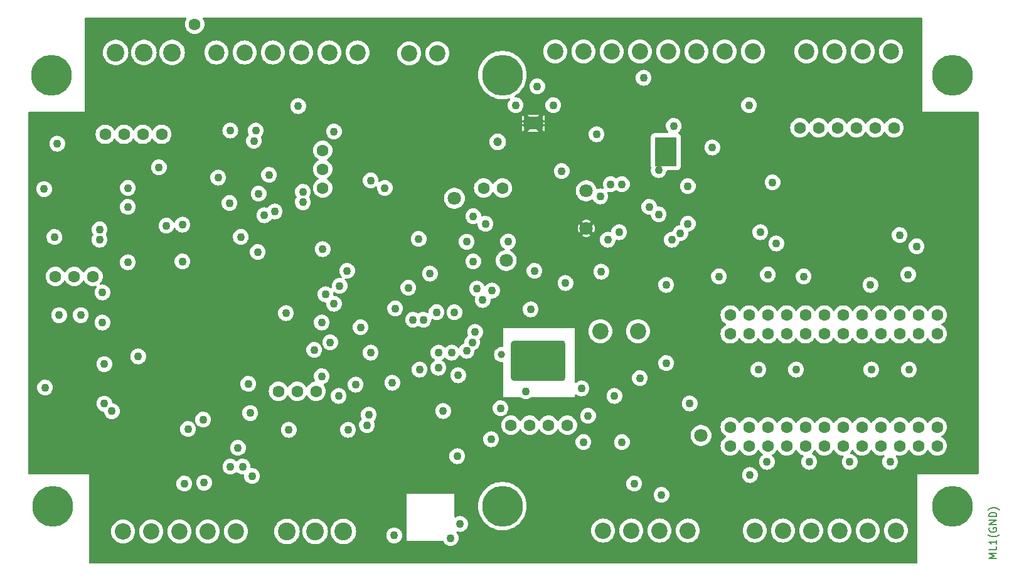
<source format=gbr>
%TF.GenerationSoftware,KiCad,Pcbnew,7.0.8*%
%TF.CreationDate,2024-06-23T22:33:45+02:00*%
%TF.ProjectId,Stima V4 Slave R1_1,5374696d-6120-4563-9420-536c61766520,rev?*%
%TF.SameCoordinates,Original*%
%TF.FileFunction,Copper,L2,Inr*%
%TF.FilePolarity,Positive*%
%FSLAX46Y46*%
G04 Gerber Fmt 4.6, Leading zero omitted, Abs format (unit mm)*
G04 Created by KiCad (PCBNEW 7.0.8) date 2024-06-23 22:33:45*
%MOMM*%
%LPD*%
G01*
G04 APERTURE LIST*
%ADD10C,0.150000*%
%TA.AperFunction,NonConductor*%
%ADD11C,0.150000*%
%TD*%
%TA.AperFunction,ComponentPad*%
%ADD12C,2.200000*%
%TD*%
%TA.AperFunction,ComponentPad*%
%ADD13C,0.600000*%
%TD*%
%TA.AperFunction,ComponentPad*%
%ADD14R,3.000000X4.000000*%
%TD*%
%TA.AperFunction,ComponentPad*%
%ADD15R,2.600000X1.800000*%
%TD*%
%TA.AperFunction,ComponentPad*%
%ADD16C,1.600000*%
%TD*%
%TA.AperFunction,ComponentPad*%
%ADD17C,1.200000*%
%TD*%
%TA.AperFunction,ComponentPad*%
%ADD18C,2.400000*%
%TD*%
%TA.AperFunction,ComponentPad*%
%ADD19C,1.800000*%
%TD*%
%TA.AperFunction,ComponentPad*%
%ADD20C,5.500000*%
%TD*%
%TA.AperFunction,ViaPad*%
%ADD21C,1.100000*%
%TD*%
%TA.AperFunction,ViaPad*%
%ADD22C,1.600000*%
%TD*%
%TA.AperFunction,ViaPad*%
%ADD23C,1.000000*%
%TD*%
%TA.AperFunction,Conductor*%
%ADD24C,0.500000*%
%TD*%
%TA.AperFunction,Conductor*%
%ADD25C,1.000000*%
%TD*%
G04 APERTURE END LIST*
D10*
D11*
X215172919Y-141134580D02*
X214172919Y-141134580D01*
X214172919Y-141134580D02*
X214887204Y-140801247D01*
X214887204Y-140801247D02*
X214172919Y-140467914D01*
X214172919Y-140467914D02*
X215172919Y-140467914D01*
X215172919Y-139515533D02*
X215172919Y-139991723D01*
X215172919Y-139991723D02*
X214172919Y-139991723D01*
X215172919Y-138658390D02*
X215172919Y-139229818D01*
X215172919Y-138944104D02*
X214172919Y-138944104D01*
X214172919Y-138944104D02*
X214315776Y-139039342D01*
X214315776Y-139039342D02*
X214411014Y-139134580D01*
X214411014Y-139134580D02*
X214458633Y-139229818D01*
X215553871Y-137944104D02*
X215506252Y-137991723D01*
X215506252Y-137991723D02*
X215363395Y-138086961D01*
X215363395Y-138086961D02*
X215268157Y-138134580D01*
X215268157Y-138134580D02*
X215125300Y-138182199D01*
X215125300Y-138182199D02*
X214887204Y-138229818D01*
X214887204Y-138229818D02*
X214696728Y-138229818D01*
X214696728Y-138229818D02*
X214458633Y-138182199D01*
X214458633Y-138182199D02*
X214315776Y-138134580D01*
X214315776Y-138134580D02*
X214220538Y-138086961D01*
X214220538Y-138086961D02*
X214077680Y-137991723D01*
X214077680Y-137991723D02*
X214030061Y-137944104D01*
X214220538Y-137039342D02*
X214172919Y-137134580D01*
X214172919Y-137134580D02*
X214172919Y-137277437D01*
X214172919Y-137277437D02*
X214220538Y-137420294D01*
X214220538Y-137420294D02*
X214315776Y-137515532D01*
X214315776Y-137515532D02*
X214411014Y-137563151D01*
X214411014Y-137563151D02*
X214601490Y-137610770D01*
X214601490Y-137610770D02*
X214744347Y-137610770D01*
X214744347Y-137610770D02*
X214934823Y-137563151D01*
X214934823Y-137563151D02*
X215030061Y-137515532D01*
X215030061Y-137515532D02*
X215125300Y-137420294D01*
X215125300Y-137420294D02*
X215172919Y-137277437D01*
X215172919Y-137277437D02*
X215172919Y-137182199D01*
X215172919Y-137182199D02*
X215125300Y-137039342D01*
X215125300Y-137039342D02*
X215077680Y-136991723D01*
X215077680Y-136991723D02*
X214744347Y-136991723D01*
X214744347Y-136991723D02*
X214744347Y-137182199D01*
X215172919Y-136563151D02*
X214172919Y-136563151D01*
X214172919Y-136563151D02*
X215172919Y-135991723D01*
X215172919Y-135991723D02*
X214172919Y-135991723D01*
X215172919Y-135515532D02*
X214172919Y-135515532D01*
X214172919Y-135515532D02*
X214172919Y-135277437D01*
X214172919Y-135277437D02*
X214220538Y-135134580D01*
X214220538Y-135134580D02*
X214315776Y-135039342D01*
X214315776Y-135039342D02*
X214411014Y-134991723D01*
X214411014Y-134991723D02*
X214601490Y-134944104D01*
X214601490Y-134944104D02*
X214744347Y-134944104D01*
X214744347Y-134944104D02*
X214934823Y-134991723D01*
X214934823Y-134991723D02*
X215030061Y-135039342D01*
X215030061Y-135039342D02*
X215125300Y-135134580D01*
X215125300Y-135134580D02*
X215172919Y-135277437D01*
X215172919Y-135277437D02*
X215172919Y-135515532D01*
X215553871Y-134610770D02*
X215506252Y-134563151D01*
X215506252Y-134563151D02*
X215363395Y-134467913D01*
X215363395Y-134467913D02*
X215268157Y-134420294D01*
X215268157Y-134420294D02*
X215125300Y-134372675D01*
X215125300Y-134372675D02*
X214887204Y-134325056D01*
X214887204Y-134325056D02*
X214696728Y-134325056D01*
X214696728Y-134325056D02*
X214458633Y-134372675D01*
X214458633Y-134372675D02*
X214315776Y-134420294D01*
X214315776Y-134420294D02*
X214220538Y-134467913D01*
X214220538Y-134467913D02*
X214077680Y-134563151D01*
X214077680Y-134563151D02*
X214030061Y-134610770D01*
D12*
%TO.N,N/C*%
%TO.C,*%
X161710700Y-110488400D03*
X166790700Y-110488400D03*
%TD*%
D13*
%TO.N,+12V*%
%TO.C,U16*%
X171440100Y-87776600D03*
X171440100Y-86252600D03*
X171440100Y-84728600D03*
X170551100Y-87776600D03*
D14*
X170551100Y-86252600D03*
D13*
X170551100Y-84728600D03*
X169662100Y-87776600D03*
X169662100Y-86252600D03*
X169662100Y-84728600D03*
%TD*%
%TO.N,GND*%
%TO.C,U19*%
X151783100Y-82929600D03*
X152672100Y-82929600D03*
X153561100Y-82929600D03*
X151783100Y-82421600D03*
D15*
X152672100Y-82421600D03*
D13*
X153561100Y-82421600D03*
X151783100Y-81913600D03*
X152672100Y-81913600D03*
X153561100Y-81913600D03*
%TD*%
D16*
%TO.N,Net-(JP35-Pad1)*%
%TO.C,JP35*%
X198793100Y-83032600D03*
%TO.N,Net-(JP35-Pad2)*%
X201333100Y-83032600D03*
%TD*%
%TO.N,Net-(JP34-Pad1)*%
%TO.C,JP34*%
X193713100Y-83032600D03*
%TO.N,Net-(JP34-Pad2)*%
X196253100Y-83032600D03*
%TD*%
%TO.N,Net-(JP33-Pad2)*%
%TO.C,JP33*%
X191173100Y-83032600D03*
%TO.N,Net-(JP33-Pad1)*%
X188633100Y-83032600D03*
%TD*%
%TO.N,+5V*%
%TO.C,JP32*%
X148501100Y-91160600D03*
%TO.N,Net-(JP32-Pad2)*%
X145961100Y-91160600D03*
%TD*%
%TO.N,AGND*%
%TO.C,JP31*%
X179235100Y-108305600D03*
%TO.N,Net-(JP31-Pad2)*%
X179235100Y-110845600D03*
%TD*%
%TO.N,AGND*%
%TO.C,JP30*%
X181775100Y-108305600D03*
%TO.N,Net-(JP30-Pad2)*%
X181775100Y-110845600D03*
%TD*%
%TO.N,AGND*%
%TO.C,JP29*%
X184315100Y-108305600D03*
%TO.N,Net-(JP29-Pad2)*%
X184315100Y-110845600D03*
%TD*%
%TO.N,Net-(FIL14-O)*%
%TO.C,JP28*%
X179235100Y-125958600D03*
%TO.N,Net-(JP28-Pad2)*%
X179235100Y-123418600D03*
%TD*%
%TO.N,Net-(FIL14-O)*%
%TO.C,JP27*%
X181775100Y-125958600D03*
%TO.N,Net-(JP27-Pad2)*%
X181775100Y-123418600D03*
%TD*%
%TO.N,Net-(FIL14-O)*%
%TO.C,JP26*%
X184315100Y-125958600D03*
%TO.N,Net-(JP26-Pad2)*%
X184315100Y-123418600D03*
%TD*%
%TO.N,AGND*%
%TO.C,JP25*%
X186855100Y-108305600D03*
%TO.N,Net-(JP25-Pad2)*%
X186855100Y-110845600D03*
%TD*%
%TO.N,AGND*%
%TO.C,JP24*%
X189395100Y-108305600D03*
%TO.N,Net-(JP24-Pad2)*%
X189395100Y-110845600D03*
%TD*%
%TO.N,Net-(JP23-Pad2)*%
%TO.C,JP23*%
X191935100Y-110845600D03*
%TO.N,AGND*%
X191935100Y-108305600D03*
%TD*%
%TO.N,Net-(FIL13-O)*%
%TO.C,JP22*%
X186855100Y-125958600D03*
%TO.N,Net-(JP22-Pad2)*%
X186855100Y-123418600D03*
%TD*%
%TO.N,Net-(FIL13-O)*%
%TO.C,JP21*%
X189395100Y-125958600D03*
%TO.N,Net-(JP21-Pad2)*%
X189395100Y-123418600D03*
%TD*%
%TO.N,Net-(FIL13-O)*%
%TO.C,JP20*%
X191935100Y-125958600D03*
%TO.N,Net-(JP20-Pad2)*%
X191935100Y-123418600D03*
%TD*%
%TO.N,AGND*%
%TO.C,JP19*%
X194475100Y-108305600D03*
%TO.N,Net-(JP19-Pad2)*%
X194475100Y-110845600D03*
%TD*%
%TO.N,AGND*%
%TO.C,JP18*%
X197015100Y-108305600D03*
%TO.N,Net-(JP18-Pad2)*%
X197015100Y-110845600D03*
%TD*%
%TO.N,AGND*%
%TO.C,JP17*%
X199555100Y-108305600D03*
%TO.N,Net-(JP17-Pad2)*%
X199555100Y-110845600D03*
%TD*%
%TO.N,Net-(FIL12-O)*%
%TO.C,JP16*%
X194475100Y-125958600D03*
%TO.N,Net-(JP16-Pad2)*%
X194475100Y-123418600D03*
%TD*%
%TO.N,Net-(FIL12-O)*%
%TO.C,JP15*%
X197015100Y-125958600D03*
%TO.N,Net-(JP15-Pad2)*%
X197015100Y-123418600D03*
%TD*%
%TO.N,Net-(FIL12-O)*%
%TO.C,JP14*%
X199555100Y-125958600D03*
%TO.N,Net-(JP14-Pad2)*%
X199555100Y-123418600D03*
%TD*%
%TO.N,AGND*%
%TO.C,JP13*%
X202095100Y-108305600D03*
%TO.N,Net-(JP13-Pad2)*%
X202095100Y-110845600D03*
%TD*%
%TO.N,AGND*%
%TO.C,JP12*%
X204635100Y-108305600D03*
%TO.N,Net-(JP12-Pad2)*%
X204635100Y-110845600D03*
%TD*%
%TO.N,AGND*%
%TO.C,JP11*%
X207175100Y-108305600D03*
%TO.N,Net-(JP11-Pad2)*%
X207175100Y-110845600D03*
%TD*%
%TO.N,Net-(FIL11-O)*%
%TO.C,JP10*%
X202095100Y-125958600D03*
%TO.N,Net-(JP10-Pad2)*%
X202095100Y-123418600D03*
%TD*%
%TO.N,Net-(FIL11-O)*%
%TO.C,JP9*%
X204635100Y-125958600D03*
%TO.N,Net-(JP9-Pad2)*%
X204635100Y-123418600D03*
%TD*%
%TO.N,Net-(FIL11-O)*%
%TO.C,JP8*%
X207175100Y-125958600D03*
%TO.N,Net-(JP8-Pad2)*%
X207175100Y-123418600D03*
%TD*%
%TO.N,+5VS*%
%TO.C,JP7*%
X93256100Y-103098600D03*
%TO.N,Net-(U14-VCCB)*%
X90716100Y-103098600D03*
%TO.N,+3V3_I2C*%
X88176100Y-103098600D03*
%TD*%
%TO.N,+5V_I2C*%
%TO.C,JP6*%
X124244100Y-86080600D03*
%TO.N,Net-(U6-VCCB)*%
X124244100Y-88620600D03*
%TO.N,+3V3_I2C*%
X124244100Y-91160600D03*
%TD*%
%TO.N,Net-(JP5-Pad1)*%
%TO.C,JP5*%
X102527100Y-83921600D03*
%TO.N,/Stima V4 Slave_I2C&Can R1_1/CANL*%
X99987100Y-83921600D03*
%TD*%
%TO.N,/Stima V4 Slave_I2C&Can R1_1/CANH*%
%TO.C,JP4*%
X97447100Y-83921600D03*
%TO.N,Net-(JP4-Pad2)*%
X94907100Y-83921600D03*
%TD*%
%TO.N,Net-(U1-VBAT)*%
%TO.C,JP3*%
X154724100Y-123164600D03*
%TO.N,Net-(JP3-Pad2)*%
X157264100Y-123164600D03*
%TD*%
%TO.N,Net-(U1-PH3{slash}BOOT0)*%
%TO.C,JP2*%
X149644100Y-123164600D03*
%TO.N,+3V3*%
X152184100Y-123164600D03*
%TD*%
%TO.N,Net-(J1-Pad6)*%
%TO.C,JP1*%
X118275100Y-118592600D03*
%TO.N,/Stima V4 Slave_Cpu R1_1/RXD1*%
X120815100Y-118592600D03*
%TO.N,RXD*%
X123355100Y-118592600D03*
%TD*%
D12*
%TO.N,Net-(D1-A)*%
%TO.C,J12*%
X135928100Y-72999600D03*
%TO.N,EGND*%
X139738100Y-72999600D03*
%TD*%
D17*
%TO.N,Net-(DL1-K)*%
%TO.C,J11*%
X147866100Y-84937600D03*
%TD*%
D12*
%TO.N,EGND*%
%TO.C,J10*%
X155613100Y-72745600D03*
%TO.N,+12VS_1*%
X159423100Y-72745600D03*
%TO.N,EGND*%
X163233100Y-72745600D03*
%TO.N,+12VS_2*%
X167043100Y-72745600D03*
%TO.N,EGND*%
X170853100Y-72745600D03*
%TO.N,+12VS_3*%
X174663100Y-72745600D03*
%TO.N,EGND*%
X178473100Y-72745600D03*
%TO.N,+12VS_4*%
X182283100Y-72745600D03*
%TD*%
%TO.N,EGND*%
%TO.C,J9*%
X173520100Y-137388600D03*
%TO.N,+3V3S*%
X169710100Y-137388600D03*
%TO.N,+5VS*%
X165900100Y-137388600D03*
%TO.N,EGND*%
X162090100Y-137388600D03*
%TD*%
%TO.N,EGND*%
%TO.C,J8*%
X201587100Y-137388600D03*
%TO.N,/Stima V4 Slave_Input R1_1/AIN1*%
X197777100Y-137388600D03*
%TO.N,/Stima V4 Slave_Input R1_1/AIN2*%
X193967100Y-137388600D03*
%TO.N,/Stima V4 Slave_Input R1_1/AIN3*%
X190157100Y-137388600D03*
%TO.N,/Stima V4 Slave_Input R1_1/AIN4*%
X186347100Y-137388600D03*
%TO.N,EGND*%
X182537100Y-137388600D03*
%TD*%
%TO.N,/Stima V4 Slave_Input R1_1/DIN0*%
%TO.C,J7*%
X189522100Y-72745600D03*
%TO.N,/Stima V4 Slave_Input R1_1/DIN1*%
X193332100Y-72745600D03*
%TO.N,/Stima V4 Slave_Input R1_1/DIN2*%
X197142100Y-72745600D03*
%TO.N,EGND*%
X200952100Y-72745600D03*
%TD*%
%TO.N,Net-(FIL7-Pad2)*%
%TO.C,J5*%
X112560100Y-137515600D03*
%TO.N,Net-(FIL4-Pad2)*%
X108750100Y-137515600D03*
%TO.N,Net-(FIL6-Pad2)*%
X104940100Y-137515600D03*
%TO.N,Net-(FIL5-Pad2)*%
X101130100Y-137515600D03*
%TO.N,EGND*%
X97320100Y-137515600D03*
%TD*%
D18*
%TO.N,Net-(DZ6-K)*%
%TO.C,J4*%
X127038100Y-137515600D03*
%TO.N,Net-(DZ7-K)*%
X123228100Y-137515600D03*
%TO.N,EGND*%
X119418100Y-137515600D03*
%TD*%
%TO.N,/Stima V4 Slave_I2C&Can R1_1/CANH*%
%TO.C,J3*%
X96304100Y-72872600D03*
%TO.N,/Stima V4 Slave_I2C&Can R1_1/CANL*%
X100114100Y-72872600D03*
%TO.N,EGND*%
X103924100Y-72872600D03*
%TD*%
D12*
%TO.N,EGND*%
%TO.C,J2*%
X109893100Y-72872600D03*
%TO.N,Net-(U5-DSDAM)*%
X113703100Y-72872600D03*
%TO.N,/Stima V4 Slave_I2C&Can R1_1/SDA*%
X117513100Y-72872600D03*
%TO.N,Net-(U5-DSCLM)*%
X121323100Y-72872600D03*
%TO.N,/Stima V4 Slave_I2C&Can R1_1/SCL*%
X125133100Y-72872600D03*
%TO.N,+12VS_4*%
X128943100Y-72872600D03*
%TD*%
D19*
%TO.N,GND*%
%TO.C,GND1*%
X159804100Y-96621600D03*
%TD*%
D20*
%TO.N,unconnected-(A6-A-Pad1)*%
%TO.C,A6*%
X148501100Y-75920600D03*
%TD*%
%TO.N,unconnected-(A5-A-Pad1)*%
%TO.C,A5*%
X148501100Y-134086600D03*
%TD*%
%TO.N,unconnected-(A4-A-Pad1)*%
%TO.C,A4*%
X87668100Y-75920600D03*
%TD*%
%TO.N,unconnected-(A3-A-Pad1)*%
%TO.C,A3*%
X87795100Y-134086600D03*
%TD*%
%TO.N,unconnected-(A2-A-Pad1)*%
%TO.C,A2*%
X209207100Y-134086600D03*
%TD*%
%TO.N,unconnected-(A1-A-Pad1)*%
%TO.C,A1*%
X209207100Y-75920600D03*
%TD*%
D19*
%TO.N,+12V*%
%TO.C,+12V1*%
X142024100Y-92557600D03*
%TD*%
%TO.N,+5V*%
%TO.C,+5V1*%
X159804100Y-91541600D03*
%TD*%
%TO.N,+3V3S*%
%TO.C,+3V3S1*%
X175298100Y-124561600D03*
%TD*%
%TO.N,+3V3*%
%TO.C,+3V3*%
X149009100Y-100939600D03*
%TD*%
D21*
%TO.N,+3V3_I2C*%
X110147100Y-89763600D03*
X117005100Y-89382600D03*
%TO.N,+3V3*%
X173774100Y-120243600D03*
X114465100Y-121532360D03*
X148247100Y-120878600D03*
X86779100Y-118084600D03*
X103162100Y-96240600D03*
X146215100Y-96005360D03*
X129345150Y-109956600D03*
X152819100Y-102336600D03*
X140500100Y-121259600D03*
X137198100Y-98037360D03*
X135801100Y-104622600D03*
X157010100Y-103987600D03*
X133642100Y-117449600D03*
X184950100Y-90398600D03*
X94145100Y-98145600D03*
X133896100Y-138042360D03*
X142786100Y-136499600D03*
%TO.N,+5V_I2C*%
X120942100Y-80111600D03*
X125768100Y-83540600D03*
%TO.N,+5VA*%
X198158100Y-104241600D03*
X189141100Y-103098600D03*
X170599100Y-104241600D03*
X177711100Y-103098600D03*
%TO.N,+5VS*%
X169964100Y-132562600D03*
X166281100Y-131057360D03*
%TO.N,+5V*%
X164630100Y-125450600D03*
X149263100Y-98399600D03*
X170599100Y-114801360D03*
X153200100Y-77444600D03*
X88049100Y-97783360D03*
X156502100Y-88874600D03*
%TO.N,+12VS_1*%
X167551100Y-76301600D03*
%TO.N,+12VS_4*%
X181775100Y-79984600D03*
%TO.N,+12V*%
X169583100Y-88747600D03*
X115481100Y-99796600D03*
X171615100Y-82778600D03*
X132626100Y-91160600D03*
X97955100Y-101193600D03*
X97955100Y-93719360D03*
%TO.N,/Stima V4 Slave_Cpu R1_1/-RESET*%
X127546100Y-102336600D03*
X128689100Y-117703600D03*
%TO.N,AGND*%
X181902100Y-129895600D03*
X203238100Y-102844600D03*
X184315100Y-102844600D03*
X161836100Y-102463600D03*
X152311100Y-107543600D03*
%TO.N,/Stima V4 Slave_I2C&Can R1_1/CANL*%
X97955100Y-91160600D03*
%TO.N,EGND*%
X184188100Y-128117600D03*
X195364100Y-128117600D03*
D22*
X106972100Y-69062600D03*
D21*
X102146100Y-88366600D03*
X99352100Y-113893600D03*
X200825100Y-128117600D03*
X189903100Y-128117600D03*
%TO.N,/Stima V4 Slave_Cpu R1_1/F_I{slash}O0*%
X144564100Y-94970600D03*
X138722100Y-102717600D03*
%TO.N,/Stima V4 Slave_Cpu R1_1/F_SCK*%
X145072100Y-104749600D03*
X143675100Y-98418360D03*
%TO.N,GND*%
X95288100Y-129914360D03*
X91351100Y-94227360D03*
X131991100Y-128371600D03*
X89700100Y-94227360D03*
X86779100Y-113512600D03*
X88049100Y-94208600D03*
X150406100Y-82397600D03*
X183934100Y-82905600D03*
X158915100Y-84810600D03*
X166916100Y-104368600D03*
X173139100Y-110591600D03*
X106845100Y-91160600D03*
X138440100Y-139420600D03*
X98952340Y-125469360D03*
X152692100Y-125704600D03*
X86779100Y-84810600D03*
X129070100Y-124815600D03*
X156502100Y-116687600D03*
X156502100Y-112242600D03*
X173774100Y-118338600D03*
X128562100Y-85953600D03*
X117513100Y-125596360D03*
X163233100Y-126720600D03*
X191935100Y-94208600D03*
X131610100Y-136499600D03*
X149009100Y-103606600D03*
X95288100Y-125469360D03*
X93256100Y-94208600D03*
X168821100Y-124561600D03*
X129324100Y-116052600D03*
X113068100Y-122675360D03*
X123736100Y-101828600D03*
X155232100Y-84810600D03*
X150152100Y-114528600D03*
X95415100Y-95751360D03*
X159677100Y-116687600D03*
X116370100Y-80111600D03*
X146596100Y-99796600D03*
X144056100Y-119989600D03*
X158153100Y-102971600D03*
X154597100Y-95732600D03*
X198412100Y-94208600D03*
X155867100Y-82416360D03*
X88049100Y-99688360D03*
X158915100Y-82397600D03*
X133515100Y-101574600D03*
X167297100Y-92430600D03*
%TO.N,I2C1_SCL*%
X141516100Y-138404600D03*
X142405100Y-127355600D03*
%TO.N,IN0*%
X173520100Y-95986600D03*
X139611100Y-107924600D03*
%TO.N,IN1*%
X172504100Y-97256600D03*
X139865100Y-113385600D03*
%TO.N,IN2*%
X142532100Y-116433600D03*
X171361100Y-98145600D03*
%TO.N,Net-(U1-VBAT)*%
X151676100Y-118592600D03*
%TO.N,Net-(U4-CANH)*%
X88430100Y-85191600D03*
X86652100Y-91306360D03*
%TO.N,Net-(U14-VCCB)*%
X94526100Y-109321600D03*
X94526100Y-105257600D03*
%TO.N,Net-(DZ9-K)*%
X203365100Y-115671600D03*
X204381100Y-99034600D03*
%TO.N,Net-(DZ11-K)*%
X202095100Y-97510600D03*
X198285100Y-115671600D03*
%TO.N,Net-(DZ13-K)*%
X188125100Y-115671600D03*
X185458100Y-98653600D03*
%TO.N,Net-(DZ15-K)*%
X183299100Y-97129600D03*
X183045100Y-115671600D03*
%TO.N,Net-(U16-GND)*%
X173520100Y-90906600D03*
X176822100Y-85699600D03*
%TO.N,IS*%
X162725100Y-98145600D03*
X145834100Y-106273600D03*
%TO.N,Net-(FIL15-I)*%
X163614100Y-119227600D03*
X159423100Y-125450600D03*
%TO.N,Net-(U19-BIAS)*%
X150279100Y-79984600D03*
X155359100Y-79984600D03*
%TO.N,Net-(U10-RIN1)*%
X105575100Y-131057360D03*
X106083100Y-123691360D03*
%TO.N,Net-(U10-DO1)*%
X108115100Y-122421360D03*
X108242100Y-130930360D03*
%TO.N,Net-(J1-Pad6)*%
X119291100Y-108051600D03*
%TO.N,Net-(U14-B1Y)*%
X88684100Y-108324360D03*
X91605100Y-108324360D03*
%TO.N,RXD*%
X119672100Y-123799600D03*
%TO.N,Net-(JP3-Pad2)*%
X159169100Y-118211600D03*
%TO.N,I2C2_SCL*%
X116370100Y-94843600D03*
X115608100Y-91922600D03*
X114950100Y-84810600D03*
%TO.N,I2C2_SDA*%
X113195100Y-97764600D03*
X111775100Y-83413600D03*
X111671100Y-93192600D03*
%TO.N,DEN*%
X142024100Y-107943360D03*
X164249100Y-97129600D03*
%TO.N,DSEL0*%
X147104100Y-105003600D03*
X161709100Y-92303600D03*
%TO.N,DSEL1*%
X161201100Y-83921600D03*
X144818100Y-110591600D03*
%TO.N,PW0*%
X163106100Y-90652600D03*
X144437100Y-111988600D03*
%TO.N,PW1*%
X164630100Y-90652600D03*
X143675100Y-113131600D03*
%TO.N,PW2*%
X168313100Y-93700600D03*
X141643100Y-113385600D03*
%TO.N,PW3*%
X139865100Y-115417600D03*
X169583100Y-94716600D03*
%TO.N,232_CTS*%
X111798100Y-128771360D03*
X136436100Y-108940600D03*
%TO.N,232_RTS*%
X113449100Y-128771360D03*
X137833100Y-108940600D03*
%TO.N,232_TX*%
X134023100Y-107416600D03*
X112814100Y-126231360D03*
%TO.N,232_RX*%
X137325100Y-115671600D03*
X114719100Y-130041360D03*
%TO.N,SPI_SCK*%
X144564100Y-101066600D03*
X130721100Y-113385600D03*
%TO.N,I2C2_EN*%
X94780100Y-114928360D03*
X114211100Y-117595360D03*
X115204100Y-83413600D03*
X117767100Y-94335600D03*
X94780100Y-120262360D03*
%TO.N,EN_CAN*%
X94145100Y-96748600D03*
X95796100Y-121278360D03*
%TO.N,EN_SPLY*%
X130721100Y-90144600D03*
X105321100Y-101066600D03*
X130467100Y-121767600D03*
X105321100Y-96113600D03*
X124244100Y-99415600D03*
%TO.N,EN_5VA*%
X160058100Y-121894600D03*
X167043100Y-116814600D03*
%TO.N,/Stima V4 Slave_Cpu R1_1/RXD1*%
X123101100Y-113004600D03*
%TO.N,/Stima V4 Slave_I2C&Can R1_1/SCL*%
X121577100Y-91687360D03*
%TO.N,/Stima V4 Slave_I2C&Can R1_1/SDA*%
X121577100Y-93084360D03*
%TO.N,/Stima V4 Slave_Cpu R1_1/SWCLK*%
X126403100Y-119227600D03*
X125768100Y-106781600D03*
%TO.N,/Stima V4 Slave_Cpu R1_1/SWDIO*%
X124117100Y-116560600D03*
X124117100Y-109321600D03*
%TO.N,/Stima V4 Slave_Cpu R1_1/SWO*%
X130213100Y-123164600D03*
X126530100Y-104368600D03*
%TO.N,TXD*%
X125260100Y-111988600D03*
X127673100Y-123799600D03*
X124625100Y-105511600D03*
D23*
%TO.N,Net-(U1-PH0{slash}OSC_IN)*%
X148374100Y-113639600D03*
D21*
X146977100Y-125069600D03*
%TD*%
D24*
%TO.N,GND*%
X151783100Y-82421600D02*
X151783100Y-81913600D01*
D25*
X155740100Y-115817360D02*
X156502100Y-116579360D01*
D24*
X153561100Y-82421600D02*
X153561100Y-81913600D01*
D25*
X156502100Y-116687600D02*
X156502100Y-116579360D01*
D24*
X153561100Y-82929600D02*
X153561100Y-82929600D01*
X151783100Y-81913600D02*
X152672100Y-81913600D01*
D25*
X156483340Y-116706360D02*
X156502100Y-116687600D01*
X155740100Y-115817360D02*
X155740100Y-115309360D01*
X151041100Y-115944360D02*
X151041100Y-115182360D01*
D24*
X151783100Y-82929600D02*
X151783100Y-82421600D01*
D25*
X151041100Y-115182360D02*
X151041100Y-114547360D01*
X151041100Y-113785360D02*
X155613100Y-113785360D01*
X151041100Y-115944360D02*
X155359100Y-115944360D01*
X150152100Y-116706360D02*
X156483340Y-116706360D01*
D24*
X153561100Y-82929600D02*
X153561100Y-82421600D01*
D25*
X155740100Y-113658360D02*
X155740100Y-113023360D01*
X155613100Y-113785360D02*
X155740100Y-113658360D01*
X155740100Y-115309360D02*
X155740100Y-114674360D01*
X155740100Y-114674360D02*
X155740100Y-113658360D01*
X155613100Y-115182360D02*
X155740100Y-115309360D01*
D24*
X151783100Y-82929600D02*
X152672100Y-82929600D01*
D25*
X155613100Y-114547360D02*
X155740100Y-114674360D01*
D24*
X153561100Y-82929600D02*
X153561100Y-82929600D01*
D25*
X151041100Y-114547360D02*
X151041100Y-113785360D01*
X151041100Y-115182360D02*
X155613100Y-115182360D01*
D24*
X152672100Y-82929600D02*
X152672100Y-82929600D01*
D25*
X150152100Y-116706360D02*
X150152100Y-114528600D01*
D24*
X152672100Y-82929600D02*
X153561100Y-82929600D01*
D25*
X150152100Y-114528600D02*
X150152100Y-112261360D01*
X151041100Y-113023360D02*
X155740100Y-113023360D01*
X150170860Y-112242600D02*
X156502100Y-112242600D01*
X156502100Y-116579360D02*
X156502100Y-112242600D01*
X151041100Y-113785360D02*
X151041100Y-113023360D01*
X151041100Y-114547360D02*
X155613100Y-114547360D01*
D24*
X151783100Y-82421600D02*
X153561100Y-82421600D01*
X152672100Y-81913600D02*
X153561100Y-81913600D01*
D25*
X150152100Y-112261360D02*
X150170860Y-112242600D01*
%TD*%
%TA.AperFunction,Conductor*%
%TO.N,GND*%
G36*
X105826038Y-68193285D02*
G01*
X105871793Y-68246089D01*
X105881737Y-68315247D01*
X105860574Y-68368723D01*
X105834579Y-68405846D01*
X105834575Y-68405854D01*
X105737818Y-68613350D01*
X105737814Y-68613361D01*
X105678557Y-68834510D01*
X105678556Y-68834518D01*
X105658602Y-69062598D01*
X105658602Y-69062601D01*
X105678556Y-69290681D01*
X105678557Y-69290689D01*
X105737814Y-69511838D01*
X105737818Y-69511849D01*
X105834575Y-69719345D01*
X105834577Y-69719349D01*
X105965902Y-69906900D01*
X106127800Y-70068798D01*
X106315351Y-70200123D01*
X106440191Y-70258336D01*
X106522850Y-70296881D01*
X106522852Y-70296881D01*
X106522857Y-70296884D01*
X106744013Y-70356143D01*
X106906932Y-70370396D01*
X106972098Y-70376098D01*
X106972100Y-70376098D01*
X106972102Y-70376098D01*
X107029121Y-70371109D01*
X107200187Y-70356143D01*
X107421343Y-70296884D01*
X107628849Y-70200123D01*
X107816400Y-70068798D01*
X107978298Y-69906900D01*
X108109623Y-69719349D01*
X108206384Y-69511843D01*
X108265643Y-69290687D01*
X108285598Y-69062600D01*
X108265643Y-68834513D01*
X108206384Y-68613357D01*
X108109623Y-68405851D01*
X108109621Y-68405848D01*
X108109620Y-68405846D01*
X108083626Y-68368723D01*
X108061299Y-68302517D01*
X108078309Y-68234750D01*
X108129257Y-68186937D01*
X108185201Y-68173600D01*
X205019100Y-68173600D01*
X205086139Y-68193285D01*
X205131894Y-68246089D01*
X205143100Y-68297600D01*
X205143100Y-80746600D01*
X205270100Y-80873600D01*
X212639100Y-80873600D01*
X212706139Y-80893285D01*
X212751894Y-80946089D01*
X212763100Y-80997600D01*
X212763100Y-129644600D01*
X212743415Y-129711639D01*
X212690611Y-129757394D01*
X212639100Y-129768600D01*
X204508100Y-129768600D01*
X204508100Y-141709600D01*
X204488415Y-141776639D01*
X204435611Y-141822394D01*
X204384100Y-141833600D01*
X92872100Y-141833600D01*
X92805061Y-141813915D01*
X92759306Y-141761111D01*
X92748100Y-141709600D01*
X92748100Y-137515600D01*
X95706626Y-137515600D01*
X95726491Y-137768006D01*
X95785595Y-138014193D01*
X95882483Y-138248102D01*
X96014768Y-138463970D01*
X96014769Y-138463972D01*
X96014770Y-138463974D01*
X96014772Y-138463976D01*
X96179202Y-138656498D01*
X96371724Y-138820928D01*
X96380353Y-138826216D01*
X96587597Y-138953216D01*
X96821506Y-139050104D01*
X96821507Y-139050104D01*
X96821509Y-139050105D01*
X97067697Y-139109209D01*
X97320100Y-139129074D01*
X97572503Y-139109209D01*
X97818691Y-139050105D01*
X98052602Y-138953216D01*
X98268476Y-138820928D01*
X98460998Y-138656498D01*
X98625428Y-138463976D01*
X98757716Y-138248102D01*
X98854605Y-138014191D01*
X98913709Y-137768003D01*
X98933574Y-137515600D01*
X99516626Y-137515600D01*
X99536491Y-137768006D01*
X99595595Y-138014193D01*
X99692483Y-138248102D01*
X99824768Y-138463970D01*
X99824769Y-138463972D01*
X99824770Y-138463974D01*
X99824772Y-138463976D01*
X99989202Y-138656498D01*
X100181724Y-138820928D01*
X100190353Y-138826216D01*
X100397597Y-138953216D01*
X100631506Y-139050104D01*
X100631507Y-139050104D01*
X100631509Y-139050105D01*
X100877697Y-139109209D01*
X101130100Y-139129074D01*
X101382503Y-139109209D01*
X101628691Y-139050105D01*
X101862602Y-138953216D01*
X102078476Y-138820928D01*
X102270998Y-138656498D01*
X102435428Y-138463976D01*
X102567716Y-138248102D01*
X102664605Y-138014191D01*
X102723709Y-137768003D01*
X102743574Y-137515600D01*
X103326626Y-137515600D01*
X103346491Y-137768006D01*
X103405595Y-138014193D01*
X103502483Y-138248102D01*
X103634768Y-138463970D01*
X103634769Y-138463972D01*
X103634770Y-138463974D01*
X103634772Y-138463976D01*
X103799202Y-138656498D01*
X103991724Y-138820928D01*
X104000353Y-138826216D01*
X104207597Y-138953216D01*
X104441506Y-139050104D01*
X104441507Y-139050104D01*
X104441509Y-139050105D01*
X104687697Y-139109209D01*
X104940100Y-139129074D01*
X105192503Y-139109209D01*
X105438691Y-139050105D01*
X105672602Y-138953216D01*
X105888476Y-138820928D01*
X106080998Y-138656498D01*
X106245428Y-138463976D01*
X106377716Y-138248102D01*
X106474605Y-138014191D01*
X106533709Y-137768003D01*
X106553574Y-137515600D01*
X107136626Y-137515600D01*
X107156491Y-137768006D01*
X107215595Y-138014193D01*
X107312483Y-138248102D01*
X107444768Y-138463970D01*
X107444769Y-138463972D01*
X107444770Y-138463974D01*
X107444772Y-138463976D01*
X107609202Y-138656498D01*
X107801724Y-138820928D01*
X107810353Y-138826216D01*
X108017597Y-138953216D01*
X108251506Y-139050104D01*
X108251507Y-139050104D01*
X108251509Y-139050105D01*
X108497697Y-139109209D01*
X108750100Y-139129074D01*
X109002503Y-139109209D01*
X109248691Y-139050105D01*
X109482602Y-138953216D01*
X109698476Y-138820928D01*
X109890998Y-138656498D01*
X110055428Y-138463976D01*
X110187716Y-138248102D01*
X110284605Y-138014191D01*
X110343709Y-137768003D01*
X110363574Y-137515600D01*
X110946626Y-137515600D01*
X110966491Y-137768006D01*
X111025595Y-138014193D01*
X111122483Y-138248102D01*
X111254768Y-138463970D01*
X111254769Y-138463972D01*
X111254770Y-138463974D01*
X111254772Y-138463976D01*
X111419202Y-138656498D01*
X111611724Y-138820928D01*
X111620353Y-138826216D01*
X111827597Y-138953216D01*
X112061506Y-139050104D01*
X112061507Y-139050104D01*
X112061509Y-139050105D01*
X112307697Y-139109209D01*
X112560100Y-139129074D01*
X112812503Y-139109209D01*
X113058691Y-139050105D01*
X113292602Y-138953216D01*
X113508476Y-138820928D01*
X113700998Y-138656498D01*
X113865428Y-138463976D01*
X113997716Y-138248102D01*
X114094605Y-138014191D01*
X114153709Y-137768003D01*
X114173574Y-137515604D01*
X117704809Y-137515604D01*
X117723943Y-137770943D01*
X117723944Y-137770948D01*
X117780922Y-138020587D01*
X117780924Y-138020596D01*
X117780926Y-138020601D01*
X117874478Y-138258969D01*
X118002513Y-138480731D01*
X118107276Y-138612100D01*
X118162172Y-138680938D01*
X118303027Y-138811631D01*
X118349881Y-138855105D01*
X118561455Y-138999354D01*
X118561460Y-138999356D01*
X118561461Y-138999357D01*
X118561462Y-138999358D01*
X118683990Y-139058364D01*
X118792161Y-139110456D01*
X118792162Y-139110456D01*
X118792165Y-139110458D01*
X119036857Y-139185935D01*
X119036858Y-139185935D01*
X119036861Y-139185936D01*
X119290058Y-139224099D01*
X119290063Y-139224099D01*
X119290066Y-139224100D01*
X119290067Y-139224100D01*
X119546133Y-139224100D01*
X119546134Y-139224100D01*
X119546141Y-139224099D01*
X119799338Y-139185936D01*
X119799339Y-139185935D01*
X119799343Y-139185935D01*
X120044035Y-139110458D01*
X120274746Y-138999354D01*
X120486319Y-138855105D01*
X120674031Y-138680934D01*
X120833687Y-138480731D01*
X120961722Y-138258969D01*
X121055274Y-138020601D01*
X121112255Y-137770953D01*
X121117795Y-137697031D01*
X121131391Y-137515604D01*
X121514809Y-137515604D01*
X121533943Y-137770943D01*
X121533944Y-137770948D01*
X121590922Y-138020587D01*
X121590924Y-138020596D01*
X121590926Y-138020601D01*
X121684478Y-138258969D01*
X121812513Y-138480731D01*
X121917276Y-138612100D01*
X121972172Y-138680938D01*
X122113027Y-138811631D01*
X122159881Y-138855105D01*
X122371455Y-138999354D01*
X122371460Y-138999356D01*
X122371461Y-138999357D01*
X122371462Y-138999358D01*
X122493990Y-139058364D01*
X122602161Y-139110456D01*
X122602162Y-139110456D01*
X122602165Y-139110458D01*
X122846857Y-139185935D01*
X122846858Y-139185935D01*
X122846861Y-139185936D01*
X123100058Y-139224099D01*
X123100063Y-139224099D01*
X123100066Y-139224100D01*
X123100067Y-139224100D01*
X123356133Y-139224100D01*
X123356134Y-139224100D01*
X123356141Y-139224099D01*
X123609338Y-139185936D01*
X123609339Y-139185935D01*
X123609343Y-139185935D01*
X123854035Y-139110458D01*
X124084746Y-138999354D01*
X124296319Y-138855105D01*
X124484031Y-138680934D01*
X124643687Y-138480731D01*
X124771722Y-138258969D01*
X124865274Y-138020601D01*
X124922255Y-137770953D01*
X124927795Y-137697031D01*
X124941391Y-137515604D01*
X125324809Y-137515604D01*
X125343943Y-137770943D01*
X125343944Y-137770948D01*
X125400922Y-138020587D01*
X125400924Y-138020596D01*
X125400926Y-138020601D01*
X125494478Y-138258969D01*
X125622513Y-138480731D01*
X125727276Y-138612100D01*
X125782172Y-138680938D01*
X125923027Y-138811631D01*
X125969881Y-138855105D01*
X126181455Y-138999354D01*
X126181460Y-138999356D01*
X126181461Y-138999357D01*
X126181462Y-138999358D01*
X126303990Y-139058364D01*
X126412161Y-139110456D01*
X126412162Y-139110456D01*
X126412165Y-139110458D01*
X126656857Y-139185935D01*
X126656858Y-139185935D01*
X126656861Y-139185936D01*
X126910058Y-139224099D01*
X126910063Y-139224099D01*
X126910066Y-139224100D01*
X126910067Y-139224100D01*
X127166133Y-139224100D01*
X127166134Y-139224100D01*
X127166141Y-139224099D01*
X127419338Y-139185936D01*
X127419339Y-139185935D01*
X127419343Y-139185935D01*
X127664035Y-139110458D01*
X127894746Y-138999354D01*
X128106319Y-138855105D01*
X128294031Y-138680934D01*
X128453687Y-138480731D01*
X128581722Y-138258969D01*
X128666734Y-138042360D01*
X132832478Y-138042360D01*
X132852914Y-138249860D01*
X132883178Y-138349626D01*
X132913441Y-138449391D01*
X132956259Y-138529498D01*
X133011733Y-138633280D01*
X133144005Y-138794454D01*
X133235944Y-138869906D01*
X133305183Y-138926729D01*
X133489069Y-139025019D01*
X133688598Y-139085545D01*
X133896100Y-139105982D01*
X134103602Y-139085545D01*
X134303131Y-139025019D01*
X134487017Y-138926729D01*
X134648194Y-138794454D01*
X134780469Y-138633277D01*
X134878759Y-138449391D01*
X134939285Y-138249862D01*
X134959722Y-138042360D01*
X134939285Y-137834858D01*
X134878759Y-137635329D01*
X134780469Y-137451443D01*
X134728895Y-137388600D01*
X134648194Y-137290265D01*
X134487020Y-137157993D01*
X134487018Y-137157992D01*
X134487017Y-137157991D01*
X134303131Y-137059701D01*
X134203366Y-137029438D01*
X134103600Y-136999174D01*
X133896100Y-136978738D01*
X133688599Y-136999174D01*
X133489066Y-137059702D01*
X133305179Y-137157993D01*
X133144005Y-137290265D01*
X133011733Y-137451439D01*
X132913442Y-137635326D01*
X132852914Y-137834859D01*
X132832478Y-138042360D01*
X128666734Y-138042360D01*
X128675274Y-138020601D01*
X128732255Y-137770953D01*
X128737795Y-137697031D01*
X128751391Y-137515604D01*
X128751391Y-137515595D01*
X128732256Y-137260256D01*
X128732255Y-137260251D01*
X128732255Y-137260247D01*
X128675274Y-137010599D01*
X128581722Y-136772231D01*
X128453687Y-136550469D01*
X128294031Y-136350266D01*
X128294030Y-136350265D01*
X128294027Y-136350261D01*
X128143150Y-136210269D01*
X128106319Y-136176095D01*
X127894746Y-136031846D01*
X127894745Y-136031845D01*
X127894738Y-136031841D01*
X127664040Y-135920744D01*
X127664021Y-135920737D01*
X127419348Y-135845266D01*
X127419338Y-135845263D01*
X127166141Y-135807100D01*
X127166134Y-135807100D01*
X126910066Y-135807100D01*
X126910058Y-135807100D01*
X126656861Y-135845263D01*
X126656855Y-135845265D01*
X126412161Y-135920743D01*
X126181462Y-136031841D01*
X126181461Y-136031842D01*
X125969880Y-136176095D01*
X125782172Y-136350261D01*
X125622513Y-136550469D01*
X125494478Y-136772230D01*
X125400928Y-137010593D01*
X125400922Y-137010612D01*
X125343944Y-137260251D01*
X125343943Y-137260256D01*
X125324809Y-137515595D01*
X125324809Y-137515604D01*
X124941391Y-137515604D01*
X124941391Y-137515595D01*
X124922256Y-137260256D01*
X124922255Y-137260251D01*
X124922255Y-137260247D01*
X124865274Y-137010599D01*
X124771722Y-136772231D01*
X124643687Y-136550469D01*
X124484031Y-136350266D01*
X124484030Y-136350265D01*
X124484027Y-136350261D01*
X124333150Y-136210269D01*
X124296319Y-136176095D01*
X124084746Y-136031846D01*
X124084745Y-136031845D01*
X124084738Y-136031841D01*
X123854040Y-135920744D01*
X123854021Y-135920737D01*
X123609348Y-135845266D01*
X123609338Y-135845263D01*
X123356141Y-135807100D01*
X123356134Y-135807100D01*
X123100066Y-135807100D01*
X123100058Y-135807100D01*
X122846861Y-135845263D01*
X122846855Y-135845265D01*
X122602161Y-135920743D01*
X122371462Y-136031841D01*
X122371461Y-136031842D01*
X122159880Y-136176095D01*
X121972172Y-136350261D01*
X121812513Y-136550469D01*
X121684478Y-136772230D01*
X121590928Y-137010593D01*
X121590922Y-137010612D01*
X121533944Y-137260251D01*
X121533943Y-137260256D01*
X121514809Y-137515595D01*
X121514809Y-137515604D01*
X121131391Y-137515604D01*
X121131391Y-137515595D01*
X121112256Y-137260256D01*
X121112255Y-137260251D01*
X121112255Y-137260247D01*
X121055274Y-137010599D01*
X120961722Y-136772231D01*
X120833687Y-136550469D01*
X120674031Y-136350266D01*
X120674030Y-136350265D01*
X120674027Y-136350261D01*
X120523150Y-136210269D01*
X120486319Y-136176095D01*
X120274746Y-136031846D01*
X120274745Y-136031845D01*
X120274738Y-136031841D01*
X120044040Y-135920744D01*
X120044021Y-135920737D01*
X119799348Y-135845266D01*
X119799338Y-135845263D01*
X119546141Y-135807100D01*
X119546134Y-135807100D01*
X119290066Y-135807100D01*
X119290058Y-135807100D01*
X119036861Y-135845263D01*
X119036855Y-135845265D01*
X118792161Y-135920743D01*
X118561462Y-136031841D01*
X118561461Y-136031842D01*
X118349880Y-136176095D01*
X118162172Y-136350261D01*
X118002513Y-136550469D01*
X117874478Y-136772230D01*
X117780928Y-137010593D01*
X117780922Y-137010612D01*
X117723944Y-137260251D01*
X117723943Y-137260256D01*
X117704809Y-137515595D01*
X117704809Y-137515604D01*
X114173574Y-137515604D01*
X114173574Y-137515600D01*
X114153709Y-137263197D01*
X114094605Y-137017009D01*
X114094604Y-137017006D01*
X113997716Y-136783097D01*
X113865431Y-136567229D01*
X113865430Y-136567227D01*
X113865429Y-136567226D01*
X113865428Y-136567224D01*
X113700998Y-136374702D01*
X113508476Y-136210272D01*
X113508474Y-136210270D01*
X113508472Y-136210269D01*
X113508470Y-136210268D01*
X113292602Y-136077983D01*
X113058693Y-135981095D01*
X112812506Y-135921991D01*
X112560100Y-135902126D01*
X112307693Y-135921991D01*
X112061506Y-135981095D01*
X111827597Y-136077983D01*
X111611729Y-136210268D01*
X111611727Y-136210269D01*
X111419202Y-136374702D01*
X111254769Y-136567227D01*
X111254768Y-136567229D01*
X111122483Y-136783097D01*
X111025595Y-137017006D01*
X110966491Y-137263193D01*
X110946626Y-137515600D01*
X110363574Y-137515600D01*
X110343709Y-137263197D01*
X110284605Y-137017009D01*
X110284604Y-137017006D01*
X110187716Y-136783097D01*
X110055431Y-136567229D01*
X110055430Y-136567227D01*
X110055429Y-136567226D01*
X110055428Y-136567224D01*
X109890998Y-136374702D01*
X109698476Y-136210272D01*
X109698474Y-136210270D01*
X109698472Y-136210269D01*
X109698470Y-136210268D01*
X109482602Y-136077983D01*
X109248693Y-135981095D01*
X109002506Y-135921991D01*
X108750100Y-135902126D01*
X108497693Y-135921991D01*
X108251506Y-135981095D01*
X108017597Y-136077983D01*
X107801729Y-136210268D01*
X107801727Y-136210269D01*
X107609202Y-136374702D01*
X107444769Y-136567227D01*
X107444768Y-136567229D01*
X107312483Y-136783097D01*
X107215595Y-137017006D01*
X107156491Y-137263193D01*
X107136626Y-137515600D01*
X106553574Y-137515600D01*
X106533709Y-137263197D01*
X106474605Y-137017009D01*
X106474604Y-137017006D01*
X106377716Y-136783097D01*
X106245431Y-136567229D01*
X106245430Y-136567227D01*
X106245429Y-136567226D01*
X106245428Y-136567224D01*
X106080998Y-136374702D01*
X105888476Y-136210272D01*
X105888474Y-136210270D01*
X105888472Y-136210269D01*
X105888470Y-136210268D01*
X105672602Y-136077983D01*
X105438693Y-135981095D01*
X105192506Y-135921991D01*
X104940100Y-135902126D01*
X104687693Y-135921991D01*
X104441506Y-135981095D01*
X104207597Y-136077983D01*
X103991729Y-136210268D01*
X103991727Y-136210269D01*
X103799202Y-136374702D01*
X103634769Y-136567227D01*
X103634768Y-136567229D01*
X103502483Y-136783097D01*
X103405595Y-137017006D01*
X103346491Y-137263193D01*
X103326626Y-137515600D01*
X102743574Y-137515600D01*
X102723709Y-137263197D01*
X102664605Y-137017009D01*
X102664604Y-137017006D01*
X102567716Y-136783097D01*
X102435431Y-136567229D01*
X102435430Y-136567227D01*
X102435429Y-136567226D01*
X102435428Y-136567224D01*
X102270998Y-136374702D01*
X102078476Y-136210272D01*
X102078474Y-136210270D01*
X102078472Y-136210269D01*
X102078470Y-136210268D01*
X101862602Y-136077983D01*
X101628693Y-135981095D01*
X101382506Y-135921991D01*
X101130100Y-135902126D01*
X100877693Y-135921991D01*
X100631506Y-135981095D01*
X100397597Y-136077983D01*
X100181729Y-136210268D01*
X100181727Y-136210269D01*
X99989202Y-136374702D01*
X99824769Y-136567227D01*
X99824768Y-136567229D01*
X99692483Y-136783097D01*
X99595595Y-137017006D01*
X99536491Y-137263193D01*
X99516626Y-137515600D01*
X98933574Y-137515600D01*
X98913709Y-137263197D01*
X98854605Y-137017009D01*
X98854604Y-137017006D01*
X98757716Y-136783097D01*
X98625431Y-136567229D01*
X98625430Y-136567227D01*
X98625429Y-136567226D01*
X98625428Y-136567224D01*
X98460998Y-136374702D01*
X98268476Y-136210272D01*
X98268474Y-136210270D01*
X98268472Y-136210269D01*
X98268470Y-136210268D01*
X98052602Y-136077983D01*
X97818693Y-135981095D01*
X97572506Y-135921991D01*
X97320100Y-135902126D01*
X97067693Y-135921991D01*
X96821506Y-135981095D01*
X96587597Y-136077983D01*
X96371729Y-136210268D01*
X96371727Y-136210269D01*
X96179202Y-136374702D01*
X96014769Y-136567227D01*
X96014768Y-136567229D01*
X95882483Y-136783097D01*
X95785595Y-137017006D01*
X95726491Y-137263193D01*
X95706626Y-137515600D01*
X92748100Y-137515600D01*
X92748100Y-132454360D01*
X135547100Y-132454360D01*
X135547100Y-138804360D01*
X140455232Y-138804360D01*
X140522271Y-138824045D01*
X140564589Y-138869905D01*
X140609120Y-138953216D01*
X140631733Y-138995520D01*
X140764005Y-139156694D01*
X140846140Y-139224100D01*
X140925183Y-139288969D01*
X141109069Y-139387259D01*
X141308598Y-139447785D01*
X141516100Y-139468222D01*
X141723602Y-139447785D01*
X141923131Y-139387259D01*
X142107017Y-139288969D01*
X142268194Y-139156694D01*
X142400469Y-138995517D01*
X142498759Y-138811631D01*
X142559285Y-138612102D01*
X142579722Y-138404600D01*
X142559285Y-138197098D01*
X142498759Y-137997569D01*
X142400469Y-137813683D01*
X142365401Y-137770953D01*
X142304735Y-137697031D01*
X142277422Y-137632721D01*
X142289213Y-137563854D01*
X142336365Y-137512293D01*
X142403907Y-137494410D01*
X142436579Y-137499704D01*
X142578598Y-137542785D01*
X142786100Y-137563222D01*
X142993602Y-137542785D01*
X143193131Y-137482259D01*
X143368353Y-137388600D01*
X160476626Y-137388600D01*
X160496491Y-137641006D01*
X160555595Y-137887193D01*
X160652483Y-138121102D01*
X160784768Y-138336970D01*
X160784769Y-138336972D01*
X160784770Y-138336974D01*
X160784772Y-138336976D01*
X160949202Y-138529498D01*
X161141724Y-138693928D01*
X161141726Y-138693929D01*
X161141727Y-138693930D01*
X161141729Y-138693931D01*
X161357597Y-138826216D01*
X161591506Y-138923104D01*
X161591507Y-138923104D01*
X161591509Y-138923105D01*
X161837697Y-138982209D01*
X162090100Y-139002074D01*
X162342503Y-138982209D01*
X162588691Y-138923105D01*
X162822602Y-138826216D01*
X163038476Y-138693928D01*
X163230998Y-138529498D01*
X163395428Y-138336976D01*
X163527716Y-138121102D01*
X163624605Y-137887191D01*
X163683709Y-137641003D01*
X163703574Y-137388600D01*
X164286626Y-137388600D01*
X164306491Y-137641006D01*
X164365595Y-137887193D01*
X164462483Y-138121102D01*
X164594768Y-138336970D01*
X164594769Y-138336972D01*
X164594770Y-138336974D01*
X164594772Y-138336976D01*
X164759202Y-138529498D01*
X164951724Y-138693928D01*
X164951726Y-138693929D01*
X164951727Y-138693930D01*
X164951729Y-138693931D01*
X165167597Y-138826216D01*
X165401506Y-138923104D01*
X165401507Y-138923104D01*
X165401509Y-138923105D01*
X165647697Y-138982209D01*
X165900100Y-139002074D01*
X166152503Y-138982209D01*
X166398691Y-138923105D01*
X166632602Y-138826216D01*
X166848476Y-138693928D01*
X167040998Y-138529498D01*
X167205428Y-138336976D01*
X167337716Y-138121102D01*
X167434605Y-137887191D01*
X167493709Y-137641003D01*
X167513574Y-137388600D01*
X168096626Y-137388600D01*
X168116491Y-137641006D01*
X168175595Y-137887193D01*
X168272483Y-138121102D01*
X168404768Y-138336970D01*
X168404769Y-138336972D01*
X168404770Y-138336974D01*
X168404772Y-138336976D01*
X168569202Y-138529498D01*
X168761724Y-138693928D01*
X168761726Y-138693929D01*
X168761727Y-138693930D01*
X168761729Y-138693931D01*
X168977597Y-138826216D01*
X169211506Y-138923104D01*
X169211507Y-138923104D01*
X169211509Y-138923105D01*
X169457697Y-138982209D01*
X169710100Y-139002074D01*
X169962503Y-138982209D01*
X170208691Y-138923105D01*
X170442602Y-138826216D01*
X170658476Y-138693928D01*
X170850998Y-138529498D01*
X171015428Y-138336976D01*
X171147716Y-138121102D01*
X171244605Y-137887191D01*
X171303709Y-137641003D01*
X171323574Y-137388600D01*
X171906626Y-137388600D01*
X171926491Y-137641006D01*
X171985595Y-137887193D01*
X172082483Y-138121102D01*
X172214768Y-138336970D01*
X172214769Y-138336972D01*
X172214770Y-138336974D01*
X172214772Y-138336976D01*
X172379202Y-138529498D01*
X172571724Y-138693928D01*
X172571726Y-138693929D01*
X172571727Y-138693930D01*
X172571729Y-138693931D01*
X172787597Y-138826216D01*
X173021506Y-138923104D01*
X173021507Y-138923104D01*
X173021509Y-138923105D01*
X173267697Y-138982209D01*
X173520100Y-139002074D01*
X173772503Y-138982209D01*
X174018691Y-138923105D01*
X174252602Y-138826216D01*
X174468476Y-138693928D01*
X174660998Y-138529498D01*
X174825428Y-138336976D01*
X174957716Y-138121102D01*
X175054605Y-137887191D01*
X175113709Y-137641003D01*
X175133574Y-137388600D01*
X180923626Y-137388600D01*
X180943491Y-137641006D01*
X181002595Y-137887193D01*
X181099483Y-138121102D01*
X181231768Y-138336970D01*
X181231769Y-138336972D01*
X181231770Y-138336974D01*
X181231772Y-138336976D01*
X181396202Y-138529498D01*
X181588724Y-138693928D01*
X181588726Y-138693929D01*
X181588727Y-138693930D01*
X181588729Y-138693931D01*
X181804597Y-138826216D01*
X182038506Y-138923104D01*
X182038507Y-138923104D01*
X182038509Y-138923105D01*
X182284697Y-138982209D01*
X182537100Y-139002074D01*
X182789503Y-138982209D01*
X183035691Y-138923105D01*
X183269602Y-138826216D01*
X183485476Y-138693928D01*
X183677998Y-138529498D01*
X183842428Y-138336976D01*
X183974716Y-138121102D01*
X184071605Y-137887191D01*
X184130709Y-137641003D01*
X184150574Y-137388600D01*
X184733626Y-137388600D01*
X184753491Y-137641006D01*
X184812595Y-137887193D01*
X184909483Y-138121102D01*
X185041768Y-138336970D01*
X185041769Y-138336972D01*
X185041770Y-138336974D01*
X185041772Y-138336976D01*
X185206202Y-138529498D01*
X185398724Y-138693928D01*
X185398726Y-138693929D01*
X185398727Y-138693930D01*
X185398729Y-138693931D01*
X185614597Y-138826216D01*
X185848506Y-138923104D01*
X185848507Y-138923104D01*
X185848509Y-138923105D01*
X186094697Y-138982209D01*
X186347100Y-139002074D01*
X186599503Y-138982209D01*
X186845691Y-138923105D01*
X187079602Y-138826216D01*
X187295476Y-138693928D01*
X187487998Y-138529498D01*
X187652428Y-138336976D01*
X187784716Y-138121102D01*
X187881605Y-137887191D01*
X187940709Y-137641003D01*
X187960574Y-137388600D01*
X188543626Y-137388600D01*
X188563491Y-137641006D01*
X188622595Y-137887193D01*
X188719483Y-138121102D01*
X188851768Y-138336970D01*
X188851769Y-138336972D01*
X188851770Y-138336974D01*
X188851772Y-138336976D01*
X189016202Y-138529498D01*
X189208724Y-138693928D01*
X189208726Y-138693929D01*
X189208727Y-138693930D01*
X189208729Y-138693931D01*
X189424597Y-138826216D01*
X189658506Y-138923104D01*
X189658507Y-138923104D01*
X189658509Y-138923105D01*
X189904697Y-138982209D01*
X190157100Y-139002074D01*
X190409503Y-138982209D01*
X190655691Y-138923105D01*
X190889602Y-138826216D01*
X191105476Y-138693928D01*
X191297998Y-138529498D01*
X191462428Y-138336976D01*
X191594716Y-138121102D01*
X191691605Y-137887191D01*
X191750709Y-137641003D01*
X191770574Y-137388600D01*
X192353626Y-137388600D01*
X192373491Y-137641006D01*
X192432595Y-137887193D01*
X192529483Y-138121102D01*
X192661768Y-138336970D01*
X192661769Y-138336972D01*
X192661770Y-138336974D01*
X192661772Y-138336976D01*
X192826202Y-138529498D01*
X193018724Y-138693928D01*
X193018726Y-138693929D01*
X193018727Y-138693930D01*
X193018729Y-138693931D01*
X193234597Y-138826216D01*
X193468506Y-138923104D01*
X193468507Y-138923104D01*
X193468509Y-138923105D01*
X193714697Y-138982209D01*
X193967100Y-139002074D01*
X194219503Y-138982209D01*
X194465691Y-138923105D01*
X194699602Y-138826216D01*
X194915476Y-138693928D01*
X195107998Y-138529498D01*
X195272428Y-138336976D01*
X195404716Y-138121102D01*
X195501605Y-137887191D01*
X195560709Y-137641003D01*
X195580574Y-137388600D01*
X196163626Y-137388600D01*
X196183491Y-137641006D01*
X196242595Y-137887193D01*
X196339483Y-138121102D01*
X196471768Y-138336970D01*
X196471769Y-138336972D01*
X196471770Y-138336974D01*
X196471772Y-138336976D01*
X196636202Y-138529498D01*
X196828724Y-138693928D01*
X196828726Y-138693929D01*
X196828727Y-138693930D01*
X196828729Y-138693931D01*
X197044597Y-138826216D01*
X197278506Y-138923104D01*
X197278507Y-138923104D01*
X197278509Y-138923105D01*
X197524697Y-138982209D01*
X197777100Y-139002074D01*
X198029503Y-138982209D01*
X198275691Y-138923105D01*
X198509602Y-138826216D01*
X198725476Y-138693928D01*
X198917998Y-138529498D01*
X199082428Y-138336976D01*
X199214716Y-138121102D01*
X199311605Y-137887191D01*
X199370709Y-137641003D01*
X199390574Y-137388600D01*
X199973626Y-137388600D01*
X199993491Y-137641006D01*
X200052595Y-137887193D01*
X200149483Y-138121102D01*
X200281768Y-138336970D01*
X200281769Y-138336972D01*
X200281770Y-138336974D01*
X200281772Y-138336976D01*
X200446202Y-138529498D01*
X200638724Y-138693928D01*
X200638726Y-138693929D01*
X200638727Y-138693930D01*
X200638729Y-138693931D01*
X200854597Y-138826216D01*
X201088506Y-138923104D01*
X201088507Y-138923104D01*
X201088509Y-138923105D01*
X201334697Y-138982209D01*
X201587100Y-139002074D01*
X201839503Y-138982209D01*
X202085691Y-138923105D01*
X202319602Y-138826216D01*
X202535476Y-138693928D01*
X202727998Y-138529498D01*
X202892428Y-138336976D01*
X203024716Y-138121102D01*
X203121605Y-137887191D01*
X203180709Y-137641003D01*
X203200574Y-137388600D01*
X203180709Y-137136197D01*
X203121605Y-136890009D01*
X203121604Y-136890006D01*
X203024716Y-136656097D01*
X202892431Y-136440229D01*
X202892430Y-136440227D01*
X202892429Y-136440226D01*
X202892428Y-136440224D01*
X202727998Y-136247702D01*
X202535476Y-136083272D01*
X202535474Y-136083270D01*
X202535472Y-136083269D01*
X202535470Y-136083268D01*
X202319602Y-135950983D01*
X202085693Y-135854095D01*
X201839506Y-135794991D01*
X201587100Y-135775126D01*
X201334693Y-135794991D01*
X201088506Y-135854095D01*
X200854597Y-135950983D01*
X200638729Y-136083268D01*
X200638727Y-136083269D01*
X200446202Y-136247702D01*
X200281769Y-136440227D01*
X200281768Y-136440229D01*
X200149483Y-136656097D01*
X200052595Y-136890006D01*
X199993491Y-137136193D01*
X199973626Y-137388600D01*
X199390574Y-137388600D01*
X199370709Y-137136197D01*
X199311605Y-136890009D01*
X199311604Y-136890006D01*
X199214716Y-136656097D01*
X199082431Y-136440229D01*
X199082430Y-136440227D01*
X199082429Y-136440226D01*
X199082428Y-136440224D01*
X198917998Y-136247702D01*
X198725476Y-136083272D01*
X198725474Y-136083270D01*
X198725472Y-136083269D01*
X198725470Y-136083268D01*
X198509602Y-135950983D01*
X198275693Y-135854095D01*
X198029506Y-135794991D01*
X197777100Y-135775126D01*
X197524693Y-135794991D01*
X197278506Y-135854095D01*
X197044597Y-135950983D01*
X196828729Y-136083268D01*
X196828727Y-136083269D01*
X196636202Y-136247702D01*
X196471769Y-136440227D01*
X196471768Y-136440229D01*
X196339483Y-136656097D01*
X196242595Y-136890006D01*
X196183491Y-137136193D01*
X196163626Y-137388600D01*
X195580574Y-137388600D01*
X195560709Y-137136197D01*
X195501605Y-136890009D01*
X195501604Y-136890006D01*
X195404716Y-136656097D01*
X195272431Y-136440229D01*
X195272430Y-136440227D01*
X195272429Y-136440226D01*
X195272428Y-136440224D01*
X195107998Y-136247702D01*
X194915476Y-136083272D01*
X194915474Y-136083270D01*
X194915472Y-136083269D01*
X194915470Y-136083268D01*
X194699602Y-135950983D01*
X194465693Y-135854095D01*
X194219506Y-135794991D01*
X193967100Y-135775126D01*
X193714693Y-135794991D01*
X193468506Y-135854095D01*
X193234597Y-135950983D01*
X193018729Y-136083268D01*
X193018727Y-136083269D01*
X192826202Y-136247702D01*
X192661769Y-136440227D01*
X192661768Y-136440229D01*
X192529483Y-136656097D01*
X192432595Y-136890006D01*
X192373491Y-137136193D01*
X192353626Y-137388600D01*
X191770574Y-137388600D01*
X191750709Y-137136197D01*
X191691605Y-136890009D01*
X191691604Y-136890006D01*
X191594716Y-136656097D01*
X191462431Y-136440229D01*
X191462430Y-136440227D01*
X191462429Y-136440226D01*
X191462428Y-136440224D01*
X191297998Y-136247702D01*
X191105476Y-136083272D01*
X191105474Y-136083270D01*
X191105472Y-136083269D01*
X191105470Y-136083268D01*
X190889602Y-135950983D01*
X190655693Y-135854095D01*
X190409506Y-135794991D01*
X190157100Y-135775126D01*
X189904693Y-135794991D01*
X189658506Y-135854095D01*
X189424597Y-135950983D01*
X189208729Y-136083268D01*
X189208727Y-136083269D01*
X189016202Y-136247702D01*
X188851769Y-136440227D01*
X188851768Y-136440229D01*
X188719483Y-136656097D01*
X188622595Y-136890006D01*
X188563491Y-137136193D01*
X188543626Y-137388600D01*
X187960574Y-137388600D01*
X187940709Y-137136197D01*
X187881605Y-136890009D01*
X187881604Y-136890006D01*
X187784716Y-136656097D01*
X187652431Y-136440229D01*
X187652430Y-136440227D01*
X187652429Y-136440226D01*
X187652428Y-136440224D01*
X187487998Y-136247702D01*
X187295476Y-136083272D01*
X187295474Y-136083270D01*
X187295472Y-136083269D01*
X187295470Y-136083268D01*
X187079602Y-135950983D01*
X186845693Y-135854095D01*
X186599506Y-135794991D01*
X186347100Y-135775126D01*
X186094693Y-135794991D01*
X185848506Y-135854095D01*
X185614597Y-135950983D01*
X185398729Y-136083268D01*
X185398727Y-136083269D01*
X185206202Y-136247702D01*
X185041769Y-136440227D01*
X185041768Y-136440229D01*
X184909483Y-136656097D01*
X184812595Y-136890006D01*
X184753491Y-137136193D01*
X184733626Y-137388600D01*
X184150574Y-137388600D01*
X184130709Y-137136197D01*
X184071605Y-136890009D01*
X184071604Y-136890006D01*
X183974716Y-136656097D01*
X183842431Y-136440229D01*
X183842430Y-136440227D01*
X183842429Y-136440226D01*
X183842428Y-136440224D01*
X183677998Y-136247702D01*
X183485476Y-136083272D01*
X183485474Y-136083270D01*
X183485472Y-136083269D01*
X183485470Y-136083268D01*
X183269602Y-135950983D01*
X183035693Y-135854095D01*
X182789506Y-135794991D01*
X182537100Y-135775126D01*
X182284693Y-135794991D01*
X182038506Y-135854095D01*
X181804597Y-135950983D01*
X181588729Y-136083268D01*
X181588727Y-136083269D01*
X181396202Y-136247702D01*
X181231769Y-136440227D01*
X181231768Y-136440229D01*
X181099483Y-136656097D01*
X181002595Y-136890006D01*
X180943491Y-137136193D01*
X180923626Y-137388600D01*
X175133574Y-137388600D01*
X175113709Y-137136197D01*
X175054605Y-136890009D01*
X175054604Y-136890006D01*
X174957716Y-136656097D01*
X174825431Y-136440229D01*
X174825430Y-136440227D01*
X174825429Y-136440226D01*
X174825428Y-136440224D01*
X174660998Y-136247702D01*
X174468476Y-136083272D01*
X174468474Y-136083270D01*
X174468472Y-136083269D01*
X174468470Y-136083268D01*
X174252602Y-135950983D01*
X174018693Y-135854095D01*
X173772506Y-135794991D01*
X173520100Y-135775126D01*
X173267693Y-135794991D01*
X173021506Y-135854095D01*
X172787597Y-135950983D01*
X172571729Y-136083268D01*
X172571727Y-136083269D01*
X172379202Y-136247702D01*
X172214769Y-136440227D01*
X172214768Y-136440229D01*
X172082483Y-136656097D01*
X171985595Y-136890006D01*
X171926491Y-137136193D01*
X171906626Y-137388600D01*
X171323574Y-137388600D01*
X171303709Y-137136197D01*
X171244605Y-136890009D01*
X171244604Y-136890006D01*
X171147716Y-136656097D01*
X171015431Y-136440229D01*
X171015430Y-136440227D01*
X171015429Y-136440226D01*
X171015428Y-136440224D01*
X170850998Y-136247702D01*
X170658476Y-136083272D01*
X170658474Y-136083270D01*
X170658472Y-136083269D01*
X170658470Y-136083268D01*
X170442602Y-135950983D01*
X170208693Y-135854095D01*
X169962506Y-135794991D01*
X169710100Y-135775126D01*
X169457693Y-135794991D01*
X169211506Y-135854095D01*
X168977597Y-135950983D01*
X168761729Y-136083268D01*
X168761727Y-136083269D01*
X168569202Y-136247702D01*
X168404769Y-136440227D01*
X168404768Y-136440229D01*
X168272483Y-136656097D01*
X168175595Y-136890006D01*
X168116491Y-137136193D01*
X168096626Y-137388600D01*
X167513574Y-137388600D01*
X167493709Y-137136197D01*
X167434605Y-136890009D01*
X167434604Y-136890006D01*
X167337716Y-136656097D01*
X167205431Y-136440229D01*
X167205430Y-136440227D01*
X167205429Y-136440226D01*
X167205428Y-136440224D01*
X167040998Y-136247702D01*
X166848476Y-136083272D01*
X166848474Y-136083270D01*
X166848472Y-136083269D01*
X166848470Y-136083268D01*
X166632602Y-135950983D01*
X166398693Y-135854095D01*
X166152506Y-135794991D01*
X165900100Y-135775126D01*
X165647693Y-135794991D01*
X165401506Y-135854095D01*
X165167597Y-135950983D01*
X164951729Y-136083268D01*
X164951727Y-136083269D01*
X164759202Y-136247702D01*
X164594769Y-136440227D01*
X164594768Y-136440229D01*
X164462483Y-136656097D01*
X164365595Y-136890006D01*
X164306491Y-137136193D01*
X164286626Y-137388600D01*
X163703574Y-137388600D01*
X163683709Y-137136197D01*
X163624605Y-136890009D01*
X163624604Y-136890006D01*
X163527716Y-136656097D01*
X163395431Y-136440229D01*
X163395430Y-136440227D01*
X163395429Y-136440226D01*
X163395428Y-136440224D01*
X163230998Y-136247702D01*
X163038476Y-136083272D01*
X163038474Y-136083270D01*
X163038472Y-136083269D01*
X163038470Y-136083268D01*
X162822602Y-135950983D01*
X162588693Y-135854095D01*
X162342506Y-135794991D01*
X162090100Y-135775126D01*
X161837693Y-135794991D01*
X161591506Y-135854095D01*
X161357597Y-135950983D01*
X161141729Y-136083268D01*
X161141727Y-136083269D01*
X160949202Y-136247702D01*
X160784769Y-136440227D01*
X160784768Y-136440229D01*
X160652483Y-136656097D01*
X160555595Y-136890006D01*
X160496491Y-137136193D01*
X160476626Y-137388600D01*
X143368353Y-137388600D01*
X143377017Y-137383969D01*
X143538194Y-137251694D01*
X143670469Y-137090517D01*
X143768759Y-136906631D01*
X143829285Y-136707102D01*
X143849722Y-136499600D01*
X143829285Y-136292098D01*
X143768759Y-136092569D01*
X143670469Y-135908683D01*
X143618424Y-135845266D01*
X143538194Y-135747505D01*
X143377020Y-135615233D01*
X143377018Y-135615232D01*
X143377017Y-135615231D01*
X143193131Y-135516941D01*
X143093366Y-135486678D01*
X142993600Y-135456414D01*
X142786100Y-135435978D01*
X142578599Y-135456414D01*
X142379066Y-135516942D01*
X142206554Y-135609153D01*
X142138151Y-135623395D01*
X142072907Y-135598395D01*
X142031536Y-135542090D01*
X142024100Y-135499795D01*
X142024100Y-134086602D01*
X145237814Y-134086602D01*
X145256943Y-134439420D01*
X145314109Y-134788115D01*
X145314110Y-134788118D01*
X145408634Y-135128566D01*
X145408635Y-135128568D01*
X145539417Y-135456808D01*
X145539426Y-135456826D01*
X145704930Y-135769000D01*
X145903220Y-136061456D01*
X146029625Y-136210272D01*
X146131969Y-136330760D01*
X146388493Y-136573753D01*
X146669786Y-136787586D01*
X146669794Y-136787591D01*
X146669806Y-136787599D01*
X146867644Y-136906633D01*
X146972549Y-136969752D01*
X147074693Y-137017009D01*
X147293228Y-137118115D01*
X147293230Y-137118115D01*
X147293233Y-137118117D01*
X147628079Y-137230939D01*
X147973159Y-137306897D01*
X148324429Y-137345100D01*
X148324435Y-137345100D01*
X148677765Y-137345100D01*
X148677771Y-137345100D01*
X149029041Y-137306897D01*
X149374121Y-137230939D01*
X149708967Y-137118117D01*
X150029651Y-136969752D01*
X150217132Y-136856948D01*
X150332393Y-136787599D01*
X150332397Y-136787596D01*
X150332414Y-136787586D01*
X150613707Y-136573753D01*
X150870231Y-136330760D01*
X151098979Y-136061457D01*
X151297270Y-135769000D01*
X151462778Y-135456818D01*
X151593563Y-135128572D01*
X151688092Y-134788110D01*
X151745256Y-134439423D01*
X151764386Y-134086600D01*
X151745256Y-133733777D01*
X151688092Y-133385090D01*
X151623796Y-133153517D01*
X151593565Y-133044633D01*
X151593564Y-133044631D01*
X151563681Y-132969631D01*
X151462778Y-132716382D01*
X151381248Y-132562600D01*
X168900478Y-132562600D01*
X168920914Y-132770100D01*
X168981442Y-132969633D01*
X169079733Y-133153520D01*
X169212005Y-133314694D01*
X169297776Y-133385084D01*
X169373183Y-133446969D01*
X169557069Y-133545259D01*
X169756598Y-133605785D01*
X169964100Y-133626222D01*
X170171602Y-133605785D01*
X170371131Y-133545259D01*
X170555017Y-133446969D01*
X170716194Y-133314694D01*
X170848469Y-133153517D01*
X170946759Y-132969631D01*
X171007285Y-132770102D01*
X171027722Y-132562600D01*
X171007285Y-132355098D01*
X170946759Y-132155569D01*
X170848469Y-131971683D01*
X170848466Y-131971679D01*
X170716194Y-131810505D01*
X170555020Y-131678233D01*
X170555018Y-131678232D01*
X170555017Y-131678231D01*
X170371131Y-131579941D01*
X170271366Y-131549678D01*
X170171600Y-131519414D01*
X169964100Y-131498978D01*
X169756599Y-131519414D01*
X169557066Y-131579942D01*
X169373179Y-131678233D01*
X169212005Y-131810505D01*
X169079733Y-131971679D01*
X168981442Y-132155566D01*
X168920914Y-132355099D01*
X168900478Y-132562600D01*
X151381248Y-132562600D01*
X151297270Y-132404200D01*
X151098979Y-132111743D01*
X150870231Y-131842440D01*
X150613707Y-131599447D01*
X150613700Y-131599441D01*
X150613697Y-131599439D01*
X150510876Y-131521277D01*
X150332414Y-131385614D01*
X150332408Y-131385610D01*
X150332393Y-131385600D01*
X150029655Y-131203450D01*
X150029649Y-131203447D01*
X149713890Y-131057360D01*
X165217478Y-131057360D01*
X165237914Y-131264860D01*
X165237915Y-131264862D01*
X165298441Y-131464391D01*
X165370626Y-131599439D01*
X165396733Y-131648280D01*
X165529005Y-131809454D01*
X165690179Y-131941726D01*
X165690183Y-131941729D01*
X165874069Y-132040019D01*
X166073598Y-132100545D01*
X166281100Y-132120982D01*
X166488602Y-132100545D01*
X166688131Y-132040019D01*
X166872017Y-131941729D01*
X167033194Y-131809454D01*
X167165469Y-131648277D01*
X167263759Y-131464391D01*
X167324285Y-131264862D01*
X167344722Y-131057360D01*
X167324285Y-130849858D01*
X167263759Y-130650329D01*
X167165469Y-130466443D01*
X167150654Y-130448391D01*
X167033194Y-130305265D01*
X166872020Y-130172993D01*
X166872018Y-130172992D01*
X166872017Y-130172991D01*
X166688131Y-130074701D01*
X166578216Y-130041359D01*
X166488600Y-130014174D01*
X166281100Y-129993738D01*
X166073599Y-130014174D01*
X165874066Y-130074702D01*
X165690179Y-130172993D01*
X165529005Y-130305265D01*
X165396733Y-130466439D01*
X165298442Y-130650326D01*
X165237914Y-130849859D01*
X165217478Y-131057360D01*
X149713890Y-131057360D01*
X149708971Y-131055084D01*
X149374123Y-130942261D01*
X149029039Y-130866302D01*
X148677772Y-130828100D01*
X148677771Y-130828100D01*
X148324429Y-130828100D01*
X148324427Y-130828100D01*
X147973160Y-130866302D01*
X147628076Y-130942261D01*
X147293228Y-131055084D01*
X146972550Y-131203447D01*
X146972544Y-131203450D01*
X146669806Y-131385600D01*
X146669790Y-131385611D01*
X146388502Y-131599439D01*
X146388493Y-131599447D01*
X146131966Y-131842442D01*
X146131961Y-131842448D01*
X145903220Y-132111743D01*
X145704930Y-132404199D01*
X145539426Y-132716373D01*
X145539417Y-132716391D01*
X145408635Y-133044631D01*
X145408634Y-133044633D01*
X145314110Y-133385081D01*
X145314109Y-133385084D01*
X145256943Y-133733779D01*
X145237814Y-134086597D01*
X145237814Y-134086602D01*
X142024100Y-134086602D01*
X142024100Y-132454360D01*
X135547100Y-132454360D01*
X92748100Y-132454360D01*
X92748100Y-131057360D01*
X104511478Y-131057360D01*
X104531914Y-131264860D01*
X104531915Y-131264862D01*
X104592441Y-131464391D01*
X104664626Y-131599439D01*
X104690733Y-131648280D01*
X104823005Y-131809454D01*
X104984179Y-131941726D01*
X104984183Y-131941729D01*
X105168069Y-132040019D01*
X105367598Y-132100545D01*
X105575100Y-132120982D01*
X105782602Y-132100545D01*
X105982131Y-132040019D01*
X106166017Y-131941729D01*
X106327194Y-131809454D01*
X106459469Y-131648277D01*
X106557759Y-131464391D01*
X106618285Y-131264862D01*
X106638722Y-131057360D01*
X106626214Y-130930360D01*
X107178478Y-130930360D01*
X107198914Y-131137860D01*
X107198915Y-131137862D01*
X107259441Y-131337391D01*
X107356735Y-131519414D01*
X107357733Y-131521280D01*
X107490005Y-131682454D01*
X107644755Y-131809454D01*
X107651183Y-131814729D01*
X107835069Y-131913019D01*
X108034598Y-131973545D01*
X108242100Y-131993982D01*
X108449602Y-131973545D01*
X108649131Y-131913019D01*
X108833017Y-131814729D01*
X108994194Y-131682454D01*
X109126469Y-131521277D01*
X109224759Y-131337391D01*
X109285285Y-131137862D01*
X109305722Y-130930360D01*
X109285285Y-130722858D01*
X109224759Y-130523329D01*
X109126469Y-130339443D01*
X109052131Y-130248862D01*
X108994194Y-130178265D01*
X108833020Y-130045993D01*
X108833018Y-130045992D01*
X108833017Y-130045991D01*
X108649131Y-129947701D01*
X108549366Y-129917438D01*
X108449600Y-129887174D01*
X108242100Y-129866738D01*
X108034599Y-129887174D01*
X107835066Y-129947702D01*
X107651179Y-130045993D01*
X107490005Y-130178265D01*
X107357733Y-130339439D01*
X107259442Y-130523326D01*
X107198914Y-130722859D01*
X107178478Y-130930360D01*
X106626214Y-130930360D01*
X106618285Y-130849858D01*
X106557759Y-130650329D01*
X106459469Y-130466443D01*
X106444654Y-130448391D01*
X106327194Y-130305265D01*
X106166020Y-130172993D01*
X106166018Y-130172992D01*
X106166017Y-130172991D01*
X105982131Y-130074701D01*
X105872216Y-130041359D01*
X105782600Y-130014174D01*
X105575100Y-129993738D01*
X105367599Y-130014174D01*
X105168066Y-130074702D01*
X104984179Y-130172993D01*
X104823005Y-130305265D01*
X104690733Y-130466439D01*
X104592442Y-130650326D01*
X104531914Y-130849859D01*
X104511478Y-131057360D01*
X92748100Y-131057360D01*
X92748100Y-129768600D01*
X84617100Y-129768600D01*
X84550061Y-129748915D01*
X84504306Y-129696111D01*
X84493100Y-129644600D01*
X84493100Y-128771360D01*
X110734478Y-128771360D01*
X110754914Y-128978860D01*
X110779134Y-129058701D01*
X110815441Y-129178391D01*
X110874705Y-129289266D01*
X110913733Y-129362280D01*
X111046005Y-129523454D01*
X111181103Y-129634326D01*
X111207183Y-129655729D01*
X111391069Y-129754019D01*
X111590598Y-129814545D01*
X111798100Y-129834982D01*
X112005602Y-129814545D01*
X112205131Y-129754019D01*
X112389017Y-129655729D01*
X112544935Y-129527770D01*
X112609245Y-129500457D01*
X112678112Y-129512248D01*
X112702265Y-129527770D01*
X112858183Y-129655729D01*
X113042069Y-129754019D01*
X113241598Y-129814545D01*
X113449100Y-129834982D01*
X113527660Y-129827244D01*
X113596303Y-129840262D01*
X113647014Y-129888327D01*
X113663689Y-129956178D01*
X113663215Y-129962800D01*
X113655478Y-130041359D01*
X113675914Y-130248860D01*
X113736442Y-130448393D01*
X113834733Y-130632280D01*
X113967005Y-130793454D01*
X114128179Y-130925726D01*
X114128183Y-130925729D01*
X114312069Y-131024019D01*
X114511598Y-131084545D01*
X114719100Y-131104982D01*
X114926602Y-131084545D01*
X115126131Y-131024019D01*
X115310017Y-130925729D01*
X115471194Y-130793454D01*
X115603469Y-130632277D01*
X115701759Y-130448391D01*
X115762285Y-130248862D01*
X115782722Y-130041360D01*
X115768366Y-129895600D01*
X180838478Y-129895600D01*
X180858914Y-130103100D01*
X180889178Y-130202866D01*
X180903130Y-130248862D01*
X180919442Y-130302633D01*
X181017733Y-130486520D01*
X181150005Y-130647694D01*
X181311179Y-130779966D01*
X181311183Y-130779969D01*
X181495069Y-130878259D01*
X181694598Y-130938785D01*
X181902100Y-130959222D01*
X182109602Y-130938785D01*
X182309131Y-130878259D01*
X182493017Y-130779969D01*
X182654194Y-130647694D01*
X182786469Y-130486517D01*
X182884759Y-130302631D01*
X182945285Y-130103102D01*
X182965722Y-129895600D01*
X182945285Y-129688098D01*
X182884759Y-129488569D01*
X182786469Y-129304683D01*
X182773816Y-129289265D01*
X182654194Y-129143505D01*
X182493020Y-129011233D01*
X182493018Y-129011232D01*
X182493017Y-129011231D01*
X182309131Y-128912941D01*
X182166564Y-128869694D01*
X182109600Y-128852414D01*
X181902100Y-128831978D01*
X181694599Y-128852414D01*
X181495066Y-128912942D01*
X181311179Y-129011233D01*
X181150005Y-129143505D01*
X181017733Y-129304679D01*
X180919442Y-129488566D01*
X180858914Y-129688099D01*
X180838478Y-129895600D01*
X115768366Y-129895600D01*
X115762285Y-129833858D01*
X115701759Y-129634329D01*
X115603469Y-129450443D01*
X115589981Y-129434008D01*
X115471194Y-129289265D01*
X115310020Y-129156993D01*
X115310018Y-129156992D01*
X115310017Y-129156991D01*
X115126131Y-129058701D01*
X115026366Y-129028438D01*
X114926600Y-128998174D01*
X114719100Y-128977738D01*
X114719099Y-128977738D01*
X114640540Y-128985475D01*
X114571894Y-128972456D01*
X114521184Y-128924391D01*
X114504510Y-128856540D01*
X114504981Y-128849949D01*
X114512722Y-128771360D01*
X114492285Y-128563858D01*
X114431759Y-128364329D01*
X114333469Y-128180443D01*
X114274600Y-128108711D01*
X114201194Y-128019265D01*
X114040020Y-127886993D01*
X114040018Y-127886992D01*
X114040017Y-127886991D01*
X113856131Y-127788701D01*
X113756366Y-127758438D01*
X113656600Y-127728174D01*
X113449100Y-127707738D01*
X113241599Y-127728174D01*
X113042066Y-127788702D01*
X112858179Y-127886993D01*
X112702265Y-128014949D01*
X112637955Y-128042262D01*
X112569087Y-128030471D01*
X112544935Y-128014949D01*
X112389020Y-127886993D01*
X112389018Y-127886992D01*
X112389017Y-127886991D01*
X112205131Y-127788701D01*
X112105366Y-127758438D01*
X112005600Y-127728174D01*
X111798100Y-127707738D01*
X111590599Y-127728174D01*
X111391066Y-127788702D01*
X111207179Y-127886993D01*
X111046005Y-128019265D01*
X110913733Y-128180439D01*
X110815442Y-128364326D01*
X110754914Y-128563859D01*
X110734478Y-128771360D01*
X84493100Y-128771360D01*
X84493100Y-127355600D01*
X141341478Y-127355600D01*
X141361914Y-127563100D01*
X141361915Y-127563102D01*
X141422441Y-127762631D01*
X141501264Y-127910098D01*
X141520733Y-127946520D01*
X141653005Y-128107694D01*
X141814179Y-128239966D01*
X141814183Y-128239969D01*
X141998069Y-128338259D01*
X142197598Y-128398785D01*
X142405100Y-128419222D01*
X142612602Y-128398785D01*
X142812131Y-128338259D01*
X142996017Y-128239969D01*
X143157194Y-128107694D01*
X143289469Y-127946517D01*
X143387759Y-127762631D01*
X143448285Y-127563102D01*
X143468722Y-127355600D01*
X143448285Y-127148098D01*
X143387759Y-126948569D01*
X143289469Y-126764683D01*
X143289466Y-126764679D01*
X143157194Y-126603505D01*
X142996020Y-126471233D01*
X142996018Y-126471232D01*
X142996017Y-126471231D01*
X142812131Y-126372941D01*
X142686953Y-126334969D01*
X142612600Y-126312414D01*
X142405100Y-126291978D01*
X142197599Y-126312414D01*
X141998066Y-126372942D01*
X141814179Y-126471233D01*
X141653005Y-126603505D01*
X141520733Y-126764679D01*
X141422442Y-126948566D01*
X141361914Y-127148099D01*
X141341478Y-127355600D01*
X84493100Y-127355600D01*
X84493100Y-126231360D01*
X111750478Y-126231360D01*
X111770914Y-126438860D01*
X111789662Y-126500663D01*
X111831441Y-126638391D01*
X111919375Y-126802903D01*
X111929733Y-126822280D01*
X112062005Y-126983454D01*
X112223179Y-127115726D01*
X112223183Y-127115729D01*
X112407069Y-127214019D01*
X112606598Y-127274545D01*
X112814100Y-127294982D01*
X113021602Y-127274545D01*
X113221131Y-127214019D01*
X113405017Y-127115729D01*
X113566194Y-126983454D01*
X113698469Y-126822277D01*
X113796759Y-126638391D01*
X113857285Y-126438862D01*
X113877722Y-126231360D01*
X113857285Y-126023858D01*
X113796759Y-125824329D01*
X113698469Y-125640443D01*
X113666439Y-125601414D01*
X113566194Y-125479265D01*
X113405020Y-125346993D01*
X113405018Y-125346992D01*
X113405017Y-125346991D01*
X113221131Y-125248701D01*
X113121366Y-125218438D01*
X113021600Y-125188174D01*
X112814100Y-125167738D01*
X112606599Y-125188174D01*
X112454645Y-125234269D01*
X112425537Y-125243099D01*
X112407066Y-125248702D01*
X112223179Y-125346993D01*
X112062005Y-125479265D01*
X111929733Y-125640439D01*
X111831442Y-125824326D01*
X111770914Y-126023859D01*
X111750478Y-126231360D01*
X84493100Y-126231360D01*
X84493100Y-125069600D01*
X145913478Y-125069600D01*
X145933914Y-125277100D01*
X145941423Y-125301854D01*
X145994441Y-125476631D01*
X146091440Y-125658102D01*
X146092733Y-125660520D01*
X146225005Y-125821694D01*
X146386179Y-125953966D01*
X146386183Y-125953969D01*
X146570069Y-126052259D01*
X146769598Y-126112785D01*
X146977100Y-126133222D01*
X147184602Y-126112785D01*
X147384131Y-126052259D01*
X147568017Y-125953969D01*
X147729194Y-125821694D01*
X147861469Y-125660517D01*
X147959759Y-125476631D01*
X147967655Y-125450600D01*
X158359478Y-125450600D01*
X158379914Y-125658100D01*
X158401880Y-125730513D01*
X158440441Y-125857631D01*
X158500557Y-125970100D01*
X158538733Y-126041520D01*
X158671005Y-126202694D01*
X158804701Y-126312415D01*
X158832183Y-126334969D01*
X159016069Y-126433259D01*
X159215598Y-126493785D01*
X159423100Y-126514222D01*
X159630602Y-126493785D01*
X159830131Y-126433259D01*
X160014017Y-126334969D01*
X160175194Y-126202694D01*
X160307469Y-126041517D01*
X160405759Y-125857631D01*
X160466285Y-125658102D01*
X160486722Y-125450600D01*
X163566478Y-125450600D01*
X163586914Y-125658100D01*
X163608880Y-125730513D01*
X163647441Y-125857631D01*
X163707557Y-125970100D01*
X163745733Y-126041520D01*
X163878005Y-126202694D01*
X164011701Y-126312415D01*
X164039183Y-126334969D01*
X164223069Y-126433259D01*
X164422598Y-126493785D01*
X164630100Y-126514222D01*
X164837602Y-126493785D01*
X165037131Y-126433259D01*
X165221017Y-126334969D01*
X165382194Y-126202694D01*
X165514469Y-126041517D01*
X165612759Y-125857631D01*
X165673285Y-125658102D01*
X165693722Y-125450600D01*
X165673285Y-125243098D01*
X165612759Y-125043569D01*
X165514469Y-124859683D01*
X165482785Y-124821076D01*
X165382194Y-124698505D01*
X165221020Y-124566233D01*
X165221018Y-124566232D01*
X165221017Y-124566231D01*
X165212362Y-124561605D01*
X173884773Y-124561605D01*
X173904048Y-124794222D01*
X173961351Y-125020507D01*
X174055115Y-125234268D01*
X174182786Y-125429684D01*
X174340876Y-125601414D01*
X174340880Y-125601418D01*
X174525083Y-125744790D01*
X174525085Y-125744791D01*
X174525088Y-125744793D01*
X174644431Y-125809377D01*
X174730373Y-125855887D01*
X174845014Y-125895243D01*
X174951145Y-125931679D01*
X174951147Y-125931679D01*
X174951149Y-125931680D01*
X175181388Y-125970100D01*
X175181389Y-125970100D01*
X175414811Y-125970100D01*
X175414812Y-125970100D01*
X175483722Y-125958601D01*
X177921602Y-125958601D01*
X177941556Y-126186681D01*
X177941557Y-126186689D01*
X178000814Y-126407838D01*
X178000818Y-126407849D01*
X178097575Y-126615345D01*
X178097577Y-126615349D01*
X178228902Y-126802900D01*
X178390800Y-126964798D01*
X178578351Y-127096123D01*
X178689815Y-127148099D01*
X178785850Y-127192881D01*
X178785852Y-127192881D01*
X178785857Y-127192884D01*
X179007013Y-127252143D01*
X179169932Y-127266396D01*
X179235098Y-127272098D01*
X179235100Y-127272098D01*
X179235102Y-127272098D01*
X179292121Y-127267109D01*
X179463187Y-127252143D01*
X179684343Y-127192884D01*
X179891849Y-127096123D01*
X180079400Y-126964798D01*
X180241298Y-126802900D01*
X180372623Y-126615349D01*
X180392718Y-126572255D01*
X180438890Y-126519815D01*
X180506083Y-126500663D01*
X180572964Y-126520878D01*
X180617482Y-126572255D01*
X180632054Y-126603506D01*
X180637577Y-126615349D01*
X180768902Y-126802900D01*
X180930800Y-126964798D01*
X181118351Y-127096123D01*
X181229815Y-127148099D01*
X181325850Y-127192881D01*
X181325852Y-127192881D01*
X181325857Y-127192884D01*
X181547013Y-127252143D01*
X181709932Y-127266396D01*
X181775098Y-127272098D01*
X181775100Y-127272098D01*
X181775102Y-127272098D01*
X181832121Y-127267109D01*
X182003187Y-127252143D01*
X182224343Y-127192884D01*
X182431849Y-127096123D01*
X182619400Y-126964798D01*
X182781298Y-126802900D01*
X182912623Y-126615349D01*
X182932718Y-126572255D01*
X182978890Y-126519815D01*
X183046083Y-126500663D01*
X183112964Y-126520878D01*
X183157482Y-126572255D01*
X183172054Y-126603506D01*
X183177577Y-126615349D01*
X183308902Y-126802900D01*
X183470800Y-126964798D01*
X183581615Y-127042392D01*
X183625239Y-127096967D01*
X183632431Y-127166466D01*
X183600909Y-127228820D01*
X183589155Y-127239818D01*
X183436005Y-127365505D01*
X183303733Y-127526679D01*
X183205442Y-127710566D01*
X183144914Y-127910099D01*
X183124478Y-128117600D01*
X183144914Y-128325100D01*
X183205442Y-128524633D01*
X183303733Y-128708520D01*
X183436005Y-128869694D01*
X183592560Y-128998175D01*
X183597183Y-129001969D01*
X183781069Y-129100259D01*
X183980598Y-129160785D01*
X184188100Y-129181222D01*
X184395602Y-129160785D01*
X184595131Y-129100259D01*
X184779017Y-129001969D01*
X184940194Y-128869694D01*
X185072469Y-128708517D01*
X185170759Y-128524631D01*
X185231285Y-128325102D01*
X185251722Y-128117600D01*
X185231285Y-127910098D01*
X185170759Y-127710569D01*
X185072469Y-127526683D01*
X185026964Y-127471235D01*
X184940194Y-127365505D01*
X184894636Y-127328117D01*
X184855302Y-127270372D01*
X184853431Y-127200527D01*
X184889618Y-127140759D01*
X184920891Y-127119884D01*
X184971849Y-127096123D01*
X185159400Y-126964798D01*
X185321298Y-126802900D01*
X185452623Y-126615349D01*
X185472718Y-126572255D01*
X185518890Y-126519815D01*
X185586083Y-126500663D01*
X185652964Y-126520878D01*
X185697482Y-126572255D01*
X185712054Y-126603506D01*
X185717577Y-126615349D01*
X185848902Y-126802900D01*
X186010800Y-126964798D01*
X186198351Y-127096123D01*
X186309815Y-127148099D01*
X186405850Y-127192881D01*
X186405852Y-127192881D01*
X186405857Y-127192884D01*
X186627013Y-127252143D01*
X186789932Y-127266396D01*
X186855098Y-127272098D01*
X186855100Y-127272098D01*
X186855102Y-127272098D01*
X186912121Y-127267109D01*
X187083187Y-127252143D01*
X187304343Y-127192884D01*
X187511849Y-127096123D01*
X187699400Y-126964798D01*
X187861298Y-126802900D01*
X187992623Y-126615349D01*
X188012718Y-126572255D01*
X188058890Y-126519815D01*
X188126083Y-126500663D01*
X188192964Y-126520878D01*
X188237482Y-126572255D01*
X188252054Y-126603506D01*
X188257577Y-126615349D01*
X188388902Y-126802900D01*
X188550800Y-126964798D01*
X188738351Y-127096123D01*
X188849815Y-127148099D01*
X188945850Y-127192881D01*
X188945852Y-127192881D01*
X188945857Y-127192884D01*
X188945861Y-127192885D01*
X189044390Y-127219286D01*
X189104050Y-127255651D01*
X189134579Y-127318498D01*
X189126284Y-127387874D01*
X189108149Y-127417726D01*
X189018733Y-127526679D01*
X188920442Y-127710566D01*
X188859914Y-127910099D01*
X188839478Y-128117600D01*
X188859914Y-128325100D01*
X188920442Y-128524633D01*
X189018733Y-128708520D01*
X189151005Y-128869694D01*
X189307560Y-128998175D01*
X189312183Y-129001969D01*
X189496069Y-129100259D01*
X189695598Y-129160785D01*
X189903100Y-129181222D01*
X190110602Y-129160785D01*
X190310131Y-129100259D01*
X190494017Y-129001969D01*
X190655194Y-128869694D01*
X190787469Y-128708517D01*
X190885759Y-128524631D01*
X190946285Y-128325102D01*
X190966722Y-128117600D01*
X190946285Y-127910098D01*
X190885759Y-127710569D01*
X190787469Y-127526683D01*
X190741964Y-127471235D01*
X190655194Y-127365505D01*
X190494020Y-127233233D01*
X190494018Y-127233232D01*
X190494017Y-127233231D01*
X190310131Y-127134941D01*
X190304758Y-127132069D01*
X190305466Y-127130742D01*
X190256851Y-127091558D01*
X190234792Y-127025262D01*
X190252077Y-126957564D01*
X190271032Y-126933166D01*
X190299919Y-126904279D01*
X190401298Y-126802900D01*
X190532623Y-126615349D01*
X190552718Y-126572255D01*
X190598890Y-126519815D01*
X190666083Y-126500663D01*
X190732964Y-126520878D01*
X190777482Y-126572255D01*
X190792054Y-126603506D01*
X190797577Y-126615349D01*
X190928902Y-126802900D01*
X191090800Y-126964798D01*
X191278351Y-127096123D01*
X191389815Y-127148099D01*
X191485850Y-127192881D01*
X191485852Y-127192881D01*
X191485857Y-127192884D01*
X191707013Y-127252143D01*
X191869932Y-127266396D01*
X191935098Y-127272098D01*
X191935100Y-127272098D01*
X191935102Y-127272098D01*
X191992121Y-127267109D01*
X192163187Y-127252143D01*
X192384343Y-127192884D01*
X192591849Y-127096123D01*
X192779400Y-126964798D01*
X192941298Y-126802900D01*
X193072623Y-126615349D01*
X193092718Y-126572255D01*
X193138890Y-126519815D01*
X193206083Y-126500663D01*
X193272964Y-126520878D01*
X193317482Y-126572255D01*
X193332054Y-126603506D01*
X193337577Y-126615349D01*
X193468902Y-126802900D01*
X193630800Y-126964798D01*
X193818351Y-127096123D01*
X193929815Y-127148099D01*
X194025850Y-127192881D01*
X194025852Y-127192881D01*
X194025857Y-127192884D01*
X194247013Y-127252143D01*
X194440189Y-127269043D01*
X194505257Y-127294495D01*
X194546236Y-127351086D01*
X194550114Y-127420848D01*
X194525235Y-127471235D01*
X194479733Y-127526679D01*
X194381442Y-127710566D01*
X194320914Y-127910099D01*
X194300478Y-128117600D01*
X194320914Y-128325100D01*
X194381442Y-128524633D01*
X194479733Y-128708520D01*
X194612005Y-128869694D01*
X194768560Y-128998175D01*
X194773183Y-129001969D01*
X194957069Y-129100259D01*
X195156598Y-129160785D01*
X195364100Y-129181222D01*
X195571602Y-129160785D01*
X195771131Y-129100259D01*
X195955017Y-129001969D01*
X196116194Y-128869694D01*
X196248469Y-128708517D01*
X196346759Y-128524631D01*
X196407285Y-128325102D01*
X196427722Y-128117600D01*
X196407285Y-127910098D01*
X196346759Y-127710569D01*
X196248469Y-127526683D01*
X196202964Y-127471235D01*
X196116194Y-127365505D01*
X195955020Y-127233233D01*
X195955018Y-127233232D01*
X195955017Y-127233231D01*
X195795746Y-127148098D01*
X195771133Y-127134942D01*
X195771132Y-127134941D01*
X195771131Y-127134941D01*
X195643168Y-127096124D01*
X195571600Y-127074414D01*
X195503136Y-127067671D01*
X195438349Y-127041509D01*
X195397990Y-126984474D01*
X195394874Y-126914674D01*
X195427609Y-126856588D01*
X195481298Y-126802900D01*
X195612623Y-126615349D01*
X195632718Y-126572255D01*
X195678890Y-126519815D01*
X195746083Y-126500663D01*
X195812964Y-126520878D01*
X195857482Y-126572255D01*
X195872054Y-126603506D01*
X195877577Y-126615349D01*
X196008902Y-126802900D01*
X196170800Y-126964798D01*
X196358351Y-127096123D01*
X196469815Y-127148099D01*
X196565850Y-127192881D01*
X196565852Y-127192881D01*
X196565857Y-127192884D01*
X196787013Y-127252143D01*
X196949932Y-127266396D01*
X197015098Y-127272098D01*
X197015100Y-127272098D01*
X197015102Y-127272098D01*
X197072121Y-127267109D01*
X197243187Y-127252143D01*
X197464343Y-127192884D01*
X197671849Y-127096123D01*
X197859400Y-126964798D01*
X198021298Y-126802900D01*
X198152623Y-126615349D01*
X198172718Y-126572255D01*
X198218890Y-126519815D01*
X198286083Y-126500663D01*
X198352964Y-126520878D01*
X198397482Y-126572255D01*
X198412054Y-126603506D01*
X198417577Y-126615349D01*
X198548902Y-126802900D01*
X198710800Y-126964798D01*
X198898351Y-127096123D01*
X199009815Y-127148099D01*
X199105850Y-127192881D01*
X199105852Y-127192881D01*
X199105857Y-127192884D01*
X199327013Y-127252143D01*
X199489932Y-127266396D01*
X199555098Y-127272098D01*
X199555100Y-127272098D01*
X199555102Y-127272098D01*
X199612121Y-127267109D01*
X199783187Y-127252143D01*
X199901186Y-127220525D01*
X199971035Y-127222188D01*
X200028898Y-127261350D01*
X200056402Y-127325579D01*
X200044816Y-127394481D01*
X200029132Y-127418965D01*
X199940733Y-127526679D01*
X199842442Y-127710566D01*
X199781914Y-127910099D01*
X199761478Y-128117600D01*
X199781914Y-128325100D01*
X199842442Y-128524633D01*
X199940733Y-128708520D01*
X200073005Y-128869694D01*
X200229560Y-128998175D01*
X200234183Y-129001969D01*
X200418069Y-129100259D01*
X200617598Y-129160785D01*
X200825100Y-129181222D01*
X201032602Y-129160785D01*
X201232131Y-129100259D01*
X201416017Y-129001969D01*
X201577194Y-128869694D01*
X201709469Y-128708517D01*
X201807759Y-128524631D01*
X201868285Y-128325102D01*
X201888722Y-128117600D01*
X201868285Y-127910098D01*
X201807759Y-127710569D01*
X201709469Y-127526683D01*
X201621067Y-127418965D01*
X201593754Y-127354655D01*
X201605545Y-127285788D01*
X201652697Y-127234227D01*
X201720239Y-127216344D01*
X201749013Y-127220525D01*
X201755220Y-127222188D01*
X201867013Y-127252143D01*
X202029932Y-127266396D01*
X202095098Y-127272098D01*
X202095100Y-127272098D01*
X202095102Y-127272098D01*
X202152121Y-127267109D01*
X202323187Y-127252143D01*
X202544343Y-127192884D01*
X202751849Y-127096123D01*
X202939400Y-126964798D01*
X203101298Y-126802900D01*
X203232623Y-126615349D01*
X203252718Y-126572255D01*
X203298890Y-126519815D01*
X203366083Y-126500663D01*
X203432964Y-126520878D01*
X203477482Y-126572255D01*
X203492054Y-126603506D01*
X203497577Y-126615349D01*
X203628902Y-126802900D01*
X203790800Y-126964798D01*
X203978351Y-127096123D01*
X204089815Y-127148099D01*
X204185850Y-127192881D01*
X204185852Y-127192881D01*
X204185857Y-127192884D01*
X204407013Y-127252143D01*
X204569932Y-127266396D01*
X204635098Y-127272098D01*
X204635100Y-127272098D01*
X204635102Y-127272098D01*
X204692121Y-127267109D01*
X204863187Y-127252143D01*
X205084343Y-127192884D01*
X205291849Y-127096123D01*
X205479400Y-126964798D01*
X205641298Y-126802900D01*
X205772623Y-126615349D01*
X205792718Y-126572255D01*
X205838890Y-126519815D01*
X205906083Y-126500663D01*
X205972964Y-126520878D01*
X206017482Y-126572255D01*
X206032054Y-126603506D01*
X206037577Y-126615349D01*
X206168902Y-126802900D01*
X206330800Y-126964798D01*
X206518351Y-127096123D01*
X206629815Y-127148099D01*
X206725850Y-127192881D01*
X206725852Y-127192881D01*
X206725857Y-127192884D01*
X206947013Y-127252143D01*
X207109932Y-127266396D01*
X207175098Y-127272098D01*
X207175100Y-127272098D01*
X207175102Y-127272098D01*
X207232121Y-127267109D01*
X207403187Y-127252143D01*
X207624343Y-127192884D01*
X207831849Y-127096123D01*
X208019400Y-126964798D01*
X208181298Y-126802900D01*
X208312623Y-126615349D01*
X208409384Y-126407843D01*
X208468643Y-126186687D01*
X208488598Y-125958600D01*
X208468643Y-125730513D01*
X208409384Y-125509357D01*
X208395352Y-125479266D01*
X208312624Y-125301854D01*
X208312623Y-125301852D01*
X208312623Y-125301851D01*
X208181298Y-125114300D01*
X208019400Y-124952402D01*
X207831849Y-124821077D01*
X207788755Y-124800982D01*
X207736315Y-124754810D01*
X207717163Y-124687617D01*
X207737378Y-124620736D01*
X207788755Y-124576218D01*
X207791982Y-124574712D01*
X207831849Y-124556123D01*
X208019400Y-124424798D01*
X208181298Y-124262900D01*
X208312623Y-124075349D01*
X208409384Y-123867843D01*
X208468643Y-123646687D01*
X208488598Y-123418600D01*
X208485081Y-123378406D01*
X208476851Y-123284329D01*
X208468643Y-123190513D01*
X208409384Y-122969357D01*
X208395352Y-122939266D01*
X208338312Y-122816942D01*
X208312623Y-122761851D01*
X208181298Y-122574300D01*
X208019400Y-122412402D01*
X207831849Y-122281077D01*
X207831845Y-122281075D01*
X207624349Y-122184318D01*
X207624338Y-122184314D01*
X207403189Y-122125057D01*
X207403181Y-122125056D01*
X207175102Y-122105102D01*
X207175098Y-122105102D01*
X206947018Y-122125056D01*
X206947010Y-122125057D01*
X206725861Y-122184314D01*
X206725850Y-122184318D01*
X206518354Y-122281075D01*
X206518352Y-122281076D01*
X206518351Y-122281077D01*
X206330800Y-122412402D01*
X206330798Y-122412403D01*
X206330795Y-122412406D01*
X206168906Y-122574295D01*
X206168903Y-122574298D01*
X206168902Y-122574300D01*
X206135127Y-122622536D01*
X206037576Y-122761851D01*
X206017482Y-122804945D01*
X205971309Y-122857384D01*
X205904116Y-122876536D01*
X205837235Y-122856320D01*
X205792718Y-122804945D01*
X205772623Y-122761851D01*
X205740067Y-122715357D01*
X205641298Y-122574300D01*
X205479400Y-122412402D01*
X205291849Y-122281077D01*
X205291845Y-122281075D01*
X205084349Y-122184318D01*
X205084338Y-122184314D01*
X204863189Y-122125057D01*
X204863181Y-122125056D01*
X204635102Y-122105102D01*
X204635098Y-122105102D01*
X204407018Y-122125056D01*
X204407010Y-122125057D01*
X204185861Y-122184314D01*
X204185850Y-122184318D01*
X203978354Y-122281075D01*
X203978352Y-122281076D01*
X203978351Y-122281077D01*
X203790800Y-122412402D01*
X203790798Y-122412403D01*
X203790795Y-122412406D01*
X203628906Y-122574295D01*
X203628903Y-122574298D01*
X203628902Y-122574300D01*
X203595127Y-122622536D01*
X203497576Y-122761851D01*
X203477482Y-122804945D01*
X203431309Y-122857384D01*
X203364116Y-122876536D01*
X203297235Y-122856320D01*
X203252718Y-122804945D01*
X203232623Y-122761851D01*
X203200067Y-122715357D01*
X203101298Y-122574300D01*
X202939400Y-122412402D01*
X202751849Y-122281077D01*
X202751845Y-122281075D01*
X202544349Y-122184318D01*
X202544338Y-122184314D01*
X202323189Y-122125057D01*
X202323181Y-122125056D01*
X202095102Y-122105102D01*
X202095098Y-122105102D01*
X201867018Y-122125056D01*
X201867010Y-122125057D01*
X201645861Y-122184314D01*
X201645850Y-122184318D01*
X201438354Y-122281075D01*
X201438352Y-122281076D01*
X201438351Y-122281077D01*
X201250800Y-122412402D01*
X201250798Y-122412403D01*
X201250795Y-122412406D01*
X201088906Y-122574295D01*
X201088903Y-122574298D01*
X201088902Y-122574300D01*
X201055127Y-122622536D01*
X200957576Y-122761851D01*
X200937482Y-122804945D01*
X200891309Y-122857384D01*
X200824116Y-122876536D01*
X200757235Y-122856320D01*
X200712718Y-122804945D01*
X200692623Y-122761851D01*
X200660067Y-122715357D01*
X200561298Y-122574300D01*
X200399400Y-122412402D01*
X200211849Y-122281077D01*
X200211845Y-122281075D01*
X200004349Y-122184318D01*
X200004338Y-122184314D01*
X199783189Y-122125057D01*
X199783181Y-122125056D01*
X199555102Y-122105102D01*
X199555098Y-122105102D01*
X199327018Y-122125056D01*
X199327010Y-122125057D01*
X199105861Y-122184314D01*
X199105850Y-122184318D01*
X198898354Y-122281075D01*
X198898352Y-122281076D01*
X198898351Y-122281077D01*
X198710800Y-122412402D01*
X198710798Y-122412403D01*
X198710795Y-122412406D01*
X198548906Y-122574295D01*
X198548903Y-122574298D01*
X198548902Y-122574300D01*
X198515127Y-122622536D01*
X198417576Y-122761851D01*
X198397482Y-122804945D01*
X198351309Y-122857384D01*
X198284116Y-122876536D01*
X198217235Y-122856320D01*
X198172718Y-122804945D01*
X198152623Y-122761851D01*
X198120067Y-122715357D01*
X198021298Y-122574300D01*
X197859400Y-122412402D01*
X197671849Y-122281077D01*
X197671845Y-122281075D01*
X197464349Y-122184318D01*
X197464338Y-122184314D01*
X197243189Y-122125057D01*
X197243181Y-122125056D01*
X197015102Y-122105102D01*
X197015098Y-122105102D01*
X196787018Y-122125056D01*
X196787010Y-122125057D01*
X196565861Y-122184314D01*
X196565850Y-122184318D01*
X196358354Y-122281075D01*
X196358352Y-122281076D01*
X196358351Y-122281077D01*
X196170800Y-122412402D01*
X196170798Y-122412403D01*
X196170795Y-122412406D01*
X196008906Y-122574295D01*
X196008903Y-122574298D01*
X196008902Y-122574300D01*
X195975127Y-122622536D01*
X195877576Y-122761851D01*
X195857482Y-122804945D01*
X195811309Y-122857384D01*
X195744116Y-122876536D01*
X195677235Y-122856320D01*
X195632718Y-122804945D01*
X195612623Y-122761851D01*
X195580067Y-122715357D01*
X195481298Y-122574300D01*
X195319400Y-122412402D01*
X195131849Y-122281077D01*
X195131845Y-122281075D01*
X194924349Y-122184318D01*
X194924338Y-122184314D01*
X194703189Y-122125057D01*
X194703181Y-122125056D01*
X194475102Y-122105102D01*
X194475098Y-122105102D01*
X194247018Y-122125056D01*
X194247010Y-122125057D01*
X194025861Y-122184314D01*
X194025850Y-122184318D01*
X193818354Y-122281075D01*
X193818352Y-122281076D01*
X193818351Y-122281077D01*
X193630800Y-122412402D01*
X193630798Y-122412403D01*
X193630795Y-122412406D01*
X193468906Y-122574295D01*
X193468903Y-122574298D01*
X193468902Y-122574300D01*
X193435127Y-122622536D01*
X193337576Y-122761851D01*
X193317482Y-122804945D01*
X193271309Y-122857384D01*
X193204116Y-122876536D01*
X193137235Y-122856320D01*
X193092718Y-122804945D01*
X193072623Y-122761851D01*
X193040067Y-122715357D01*
X192941298Y-122574300D01*
X192779400Y-122412402D01*
X192591849Y-122281077D01*
X192591845Y-122281075D01*
X192384349Y-122184318D01*
X192384338Y-122184314D01*
X192163189Y-122125057D01*
X192163181Y-122125056D01*
X191935102Y-122105102D01*
X191935098Y-122105102D01*
X191707018Y-122125056D01*
X191707010Y-122125057D01*
X191485861Y-122184314D01*
X191485850Y-122184318D01*
X191278354Y-122281075D01*
X191278352Y-122281076D01*
X191278351Y-122281077D01*
X191090800Y-122412402D01*
X191090798Y-122412403D01*
X191090795Y-122412406D01*
X190928906Y-122574295D01*
X190928903Y-122574298D01*
X190928902Y-122574300D01*
X190895127Y-122622536D01*
X190797576Y-122761851D01*
X190777482Y-122804945D01*
X190731309Y-122857384D01*
X190664116Y-122876536D01*
X190597235Y-122856320D01*
X190552718Y-122804945D01*
X190532623Y-122761851D01*
X190500067Y-122715357D01*
X190401298Y-122574300D01*
X190239400Y-122412402D01*
X190051849Y-122281077D01*
X190051845Y-122281075D01*
X189844349Y-122184318D01*
X189844338Y-122184314D01*
X189623189Y-122125057D01*
X189623181Y-122125056D01*
X189395102Y-122105102D01*
X189395098Y-122105102D01*
X189167018Y-122125056D01*
X189167010Y-122125057D01*
X188945861Y-122184314D01*
X188945850Y-122184318D01*
X188738354Y-122281075D01*
X188738352Y-122281076D01*
X188738351Y-122281077D01*
X188550800Y-122412402D01*
X188550798Y-122412403D01*
X188550795Y-122412406D01*
X188388906Y-122574295D01*
X188388903Y-122574298D01*
X188388902Y-122574300D01*
X188355127Y-122622536D01*
X188257576Y-122761851D01*
X188237482Y-122804945D01*
X188191309Y-122857384D01*
X188124116Y-122876536D01*
X188057235Y-122856320D01*
X188012718Y-122804945D01*
X187992623Y-122761851D01*
X187960067Y-122715357D01*
X187861298Y-122574300D01*
X187699400Y-122412402D01*
X187511849Y-122281077D01*
X187511845Y-122281075D01*
X187304349Y-122184318D01*
X187304338Y-122184314D01*
X187083189Y-122125057D01*
X187083181Y-122125056D01*
X186855102Y-122105102D01*
X186855098Y-122105102D01*
X186627018Y-122125056D01*
X186627010Y-122125057D01*
X186405861Y-122184314D01*
X186405850Y-122184318D01*
X186198354Y-122281075D01*
X186198352Y-122281076D01*
X186198351Y-122281077D01*
X186010800Y-122412402D01*
X186010798Y-122412403D01*
X186010795Y-122412406D01*
X185848906Y-122574295D01*
X185848903Y-122574298D01*
X185848902Y-122574300D01*
X185815127Y-122622536D01*
X185717576Y-122761851D01*
X185697482Y-122804945D01*
X185651309Y-122857384D01*
X185584116Y-122876536D01*
X185517235Y-122856320D01*
X185472718Y-122804945D01*
X185452623Y-122761851D01*
X185420067Y-122715357D01*
X185321298Y-122574300D01*
X185159400Y-122412402D01*
X184971849Y-122281077D01*
X184971845Y-122281075D01*
X184764349Y-122184318D01*
X184764338Y-122184314D01*
X184543189Y-122125057D01*
X184543181Y-122125056D01*
X184315102Y-122105102D01*
X184315098Y-122105102D01*
X184087018Y-122125056D01*
X184087010Y-122125057D01*
X183865861Y-122184314D01*
X183865850Y-122184318D01*
X183658354Y-122281075D01*
X183658352Y-122281076D01*
X183658351Y-122281077D01*
X183470800Y-122412402D01*
X183470798Y-122412403D01*
X183470795Y-122412406D01*
X183308906Y-122574295D01*
X183308903Y-122574298D01*
X183308902Y-122574300D01*
X183275127Y-122622536D01*
X183177576Y-122761851D01*
X183157482Y-122804945D01*
X183111309Y-122857384D01*
X183044116Y-122876536D01*
X182977235Y-122856320D01*
X182932718Y-122804945D01*
X182912623Y-122761851D01*
X182880067Y-122715357D01*
X182781298Y-122574300D01*
X182619400Y-122412402D01*
X182431849Y-122281077D01*
X182431845Y-122281075D01*
X182224349Y-122184318D01*
X182224338Y-122184314D01*
X182003189Y-122125057D01*
X182003181Y-122125056D01*
X181775102Y-122105102D01*
X181775098Y-122105102D01*
X181547018Y-122125056D01*
X181547010Y-122125057D01*
X181325861Y-122184314D01*
X181325850Y-122184318D01*
X181118354Y-122281075D01*
X181118352Y-122281076D01*
X181118351Y-122281077D01*
X180930800Y-122412402D01*
X180930798Y-122412403D01*
X180930795Y-122412406D01*
X180768906Y-122574295D01*
X180768903Y-122574298D01*
X180768902Y-122574300D01*
X180735127Y-122622536D01*
X180637576Y-122761851D01*
X180617482Y-122804945D01*
X180571309Y-122857384D01*
X180504116Y-122876536D01*
X180437235Y-122856320D01*
X180392718Y-122804945D01*
X180372623Y-122761851D01*
X180340067Y-122715357D01*
X180241298Y-122574300D01*
X180079400Y-122412402D01*
X179891849Y-122281077D01*
X179891845Y-122281075D01*
X179684349Y-122184318D01*
X179684338Y-122184314D01*
X179463189Y-122125057D01*
X179463181Y-122125056D01*
X179235102Y-122105102D01*
X179235098Y-122105102D01*
X179007018Y-122125056D01*
X179007010Y-122125057D01*
X178785861Y-122184314D01*
X178785850Y-122184318D01*
X178578354Y-122281075D01*
X178578352Y-122281076D01*
X178578351Y-122281077D01*
X178390800Y-122412402D01*
X178390798Y-122412403D01*
X178390795Y-122412406D01*
X178228906Y-122574295D01*
X178228903Y-122574298D01*
X178228902Y-122574300D01*
X178191484Y-122627738D01*
X178097576Y-122761852D01*
X178097575Y-122761854D01*
X178000818Y-122969350D01*
X178000814Y-122969361D01*
X177941557Y-123190510D01*
X177941556Y-123190518D01*
X177921602Y-123418598D01*
X177921602Y-123418601D01*
X177941556Y-123646681D01*
X177941557Y-123646689D01*
X178000814Y-123867838D01*
X178000818Y-123867849D01*
X178066593Y-124008904D01*
X178097577Y-124075349D01*
X178228902Y-124262900D01*
X178390800Y-124424798D01*
X178572026Y-124551694D01*
X178578351Y-124556123D01*
X178621445Y-124576218D01*
X178673884Y-124622391D01*
X178693036Y-124689584D01*
X178672820Y-124756465D01*
X178621445Y-124800982D01*
X178578351Y-124821076D01*
X178453226Y-124908690D01*
X178390800Y-124952402D01*
X178390798Y-124952403D01*
X178390795Y-124952406D01*
X178228906Y-125114295D01*
X178097576Y-125301852D01*
X178097575Y-125301854D01*
X178000818Y-125509350D01*
X178000814Y-125509361D01*
X177941557Y-125730510D01*
X177941556Y-125730518D01*
X177921602Y-125958598D01*
X177921602Y-125958601D01*
X175483722Y-125958601D01*
X175645051Y-125931680D01*
X175865827Y-125855887D01*
X176071117Y-125744790D01*
X176255320Y-125601418D01*
X176413414Y-125429683D01*
X176541084Y-125234269D01*
X176634849Y-125020507D01*
X176692151Y-124794226D01*
X176702112Y-124674017D01*
X176711427Y-124561605D01*
X176711427Y-124561594D01*
X176692151Y-124328977D01*
X176692151Y-124328974D01*
X176634849Y-124102693D01*
X176541084Y-123888931D01*
X176413413Y-123693515D01*
X176255323Y-123521785D01*
X176255322Y-123521784D01*
X176255320Y-123521782D01*
X176071117Y-123378410D01*
X176071115Y-123378409D01*
X176071114Y-123378408D01*
X176071111Y-123378406D01*
X175865833Y-123267316D01*
X175865830Y-123267315D01*
X175865827Y-123267313D01*
X175865821Y-123267311D01*
X175865819Y-123267310D01*
X175645054Y-123191520D01*
X175472371Y-123162705D01*
X175414812Y-123153100D01*
X175181388Y-123153100D01*
X175135340Y-123160784D01*
X174951145Y-123191520D01*
X174730380Y-123267310D01*
X174730366Y-123267316D01*
X174525088Y-123378406D01*
X174525085Y-123378408D01*
X174340881Y-123521781D01*
X174340876Y-123521785D01*
X174182786Y-123693515D01*
X174055115Y-123888931D01*
X173961351Y-124102692D01*
X173904048Y-124328977D01*
X173884773Y-124561594D01*
X173884773Y-124561605D01*
X165212362Y-124561605D01*
X165037131Y-124467941D01*
X164894907Y-124424798D01*
X164837600Y-124407414D01*
X164630100Y-124386978D01*
X164422599Y-124407414D01*
X164223066Y-124467942D01*
X164039179Y-124566233D01*
X163878005Y-124698505D01*
X163745733Y-124859679D01*
X163647442Y-125043566D01*
X163586914Y-125243099D01*
X163566478Y-125450600D01*
X160486722Y-125450600D01*
X160466285Y-125243098D01*
X160405759Y-125043569D01*
X160307469Y-124859683D01*
X160275785Y-124821076D01*
X160175194Y-124698505D01*
X160014020Y-124566233D01*
X160014018Y-124566232D01*
X160014017Y-124566231D01*
X159830131Y-124467941D01*
X159687907Y-124424798D01*
X159630600Y-124407414D01*
X159423100Y-124386978D01*
X159215599Y-124407414D01*
X159016066Y-124467942D01*
X158832179Y-124566233D01*
X158671005Y-124698505D01*
X158538733Y-124859679D01*
X158440442Y-125043566D01*
X158379914Y-125243099D01*
X158359478Y-125450600D01*
X147967655Y-125450600D01*
X148020285Y-125277102D01*
X148040722Y-125069600D01*
X148020285Y-124862098D01*
X147959759Y-124662569D01*
X147861469Y-124478683D01*
X147852654Y-124467942D01*
X147729194Y-124317505D01*
X147568020Y-124185233D01*
X147568018Y-124185232D01*
X147568017Y-124185231D01*
X147384131Y-124086941D01*
X147258953Y-124048969D01*
X147184600Y-124026414D01*
X146977100Y-124005978D01*
X146769599Y-124026414D01*
X146570066Y-124086942D01*
X146386179Y-124185233D01*
X146225005Y-124317505D01*
X146092733Y-124478679D01*
X145994442Y-124662566D01*
X145933914Y-124862099D01*
X145913478Y-125069600D01*
X84493100Y-125069600D01*
X84493100Y-123691360D01*
X105019478Y-123691360D01*
X105039914Y-123898860D01*
X105039915Y-123898862D01*
X105100441Y-124098391D01*
X105146859Y-124185233D01*
X105198733Y-124282280D01*
X105331005Y-124443454D01*
X105480612Y-124566233D01*
X105492183Y-124575729D01*
X105676069Y-124674019D01*
X105875598Y-124734545D01*
X106083100Y-124754982D01*
X106290602Y-124734545D01*
X106490131Y-124674019D01*
X106674017Y-124575729D01*
X106835194Y-124443454D01*
X106967469Y-124282277D01*
X107065759Y-124098391D01*
X107126285Y-123898862D01*
X107136061Y-123799600D01*
X118608478Y-123799600D01*
X118628914Y-124007100D01*
X118634773Y-124026414D01*
X118689441Y-124206631D01*
X118785839Y-124386978D01*
X118787733Y-124390520D01*
X118920005Y-124551694D01*
X119055103Y-124662566D01*
X119081183Y-124683969D01*
X119265069Y-124782259D01*
X119464598Y-124842785D01*
X119672100Y-124863222D01*
X119879602Y-124842785D01*
X120079131Y-124782259D01*
X120263017Y-124683969D01*
X120424194Y-124551694D01*
X120556469Y-124390517D01*
X120654759Y-124206631D01*
X120715285Y-124007102D01*
X120735722Y-123799600D01*
X126609478Y-123799600D01*
X126629914Y-124007100D01*
X126635773Y-124026414D01*
X126690441Y-124206631D01*
X126786839Y-124386978D01*
X126788733Y-124390520D01*
X126921005Y-124551694D01*
X127056103Y-124662566D01*
X127082183Y-124683969D01*
X127266069Y-124782259D01*
X127465598Y-124842785D01*
X127673100Y-124863222D01*
X127880602Y-124842785D01*
X128080131Y-124782259D01*
X128264017Y-124683969D01*
X128425194Y-124551694D01*
X128557469Y-124390517D01*
X128655759Y-124206631D01*
X128716285Y-124007102D01*
X128736722Y-123799600D01*
X128716285Y-123592098D01*
X128655759Y-123392569D01*
X128557469Y-123208683D01*
X128543384Y-123191520D01*
X128521291Y-123164600D01*
X129149478Y-123164600D01*
X129169914Y-123372100D01*
X129176159Y-123392687D01*
X129230441Y-123571631D01*
X129270556Y-123646681D01*
X129328733Y-123755520D01*
X129461005Y-123916694D01*
X129594701Y-124026415D01*
X129622183Y-124048969D01*
X129806069Y-124147259D01*
X130005598Y-124207785D01*
X130213100Y-124228222D01*
X130420602Y-124207785D01*
X130620131Y-124147259D01*
X130804017Y-124048969D01*
X130965194Y-123916694D01*
X131097469Y-123755517D01*
X131195759Y-123571631D01*
X131256285Y-123372102D01*
X131276722Y-123164601D01*
X148330602Y-123164601D01*
X148350556Y-123392681D01*
X148350557Y-123392689D01*
X148409814Y-123613838D01*
X148409818Y-123613849D01*
X148486482Y-123778255D01*
X148506577Y-123821349D01*
X148637902Y-124008900D01*
X148799800Y-124170798D01*
X148987351Y-124302123D01*
X149044934Y-124328974D01*
X149194850Y-124398881D01*
X149194852Y-124398881D01*
X149194857Y-124398884D01*
X149416013Y-124458143D01*
X149578932Y-124472396D01*
X149644098Y-124478098D01*
X149644100Y-124478098D01*
X149644102Y-124478098D01*
X149701121Y-124473109D01*
X149872187Y-124458143D01*
X150093343Y-124398884D01*
X150300849Y-124302123D01*
X150488400Y-124170798D01*
X150650298Y-124008900D01*
X150781623Y-123821349D01*
X150801718Y-123778255D01*
X150847890Y-123725815D01*
X150915083Y-123706663D01*
X150981964Y-123726878D01*
X151026482Y-123778255D01*
X151046577Y-123821349D01*
X151177902Y-124008900D01*
X151339800Y-124170798D01*
X151527351Y-124302123D01*
X151584934Y-124328974D01*
X151734850Y-124398881D01*
X151734852Y-124398881D01*
X151734857Y-124398884D01*
X151956013Y-124458143D01*
X152118932Y-124472396D01*
X152184098Y-124478098D01*
X152184100Y-124478098D01*
X152184102Y-124478098D01*
X152241121Y-124473109D01*
X152412187Y-124458143D01*
X152633343Y-124398884D01*
X152840849Y-124302123D01*
X153028400Y-124170798D01*
X153190298Y-124008900D01*
X153321623Y-123821349D01*
X153341718Y-123778255D01*
X153387890Y-123725815D01*
X153455083Y-123706663D01*
X153521964Y-123726878D01*
X153566482Y-123778255D01*
X153586577Y-123821349D01*
X153717902Y-124008900D01*
X153879800Y-124170798D01*
X154067351Y-124302123D01*
X154124934Y-124328974D01*
X154274850Y-124398881D01*
X154274852Y-124398881D01*
X154274857Y-124398884D01*
X154496013Y-124458143D01*
X154658932Y-124472396D01*
X154724098Y-124478098D01*
X154724100Y-124478098D01*
X154724102Y-124478098D01*
X154781121Y-124473109D01*
X154952187Y-124458143D01*
X155173343Y-124398884D01*
X155380849Y-124302123D01*
X155568400Y-124170798D01*
X155730298Y-124008900D01*
X155861623Y-123821349D01*
X155881718Y-123778255D01*
X155927890Y-123725815D01*
X155995083Y-123706663D01*
X156061964Y-123726878D01*
X156106482Y-123778255D01*
X156126577Y-123821349D01*
X156257902Y-124008900D01*
X156419800Y-124170798D01*
X156607351Y-124302123D01*
X156664934Y-124328974D01*
X156814850Y-124398881D01*
X156814852Y-124398881D01*
X156814857Y-124398884D01*
X157036013Y-124458143D01*
X157198932Y-124472396D01*
X157264098Y-124478098D01*
X157264100Y-124478098D01*
X157264102Y-124478098D01*
X157321121Y-124473109D01*
X157492187Y-124458143D01*
X157713343Y-124398884D01*
X157920849Y-124302123D01*
X158108400Y-124170798D01*
X158270298Y-124008900D01*
X158401623Y-123821349D01*
X158498384Y-123613843D01*
X158557643Y-123392687D01*
X158577598Y-123164600D01*
X158557643Y-122936513D01*
X158498384Y-122715357D01*
X158495280Y-122708701D01*
X158455101Y-122622536D01*
X158401623Y-122507851D01*
X158270298Y-122320300D01*
X158108400Y-122158402D01*
X157920849Y-122027077D01*
X157893511Y-122014329D01*
X157713349Y-121930318D01*
X157713338Y-121930314D01*
X157580052Y-121894600D01*
X158994478Y-121894600D01*
X159014914Y-122102100D01*
X159039854Y-122184316D01*
X159075441Y-122301631D01*
X159134705Y-122412506D01*
X159173733Y-122485520D01*
X159306005Y-122646694D01*
X159446326Y-122761852D01*
X159467183Y-122778969D01*
X159651069Y-122877259D01*
X159850598Y-122937785D01*
X160058100Y-122958222D01*
X160265602Y-122937785D01*
X160465131Y-122877259D01*
X160649017Y-122778969D01*
X160810194Y-122646694D01*
X160942469Y-122485517D01*
X161040759Y-122301631D01*
X161101285Y-122102102D01*
X161121722Y-121894600D01*
X161101285Y-121687098D01*
X161040759Y-121487569D01*
X160942469Y-121303683D01*
X160878927Y-121226257D01*
X160810194Y-121142505D01*
X160649020Y-121010233D01*
X160649018Y-121010232D01*
X160649017Y-121010231D01*
X160465131Y-120911941D01*
X160355220Y-120878600D01*
X160265600Y-120851414D01*
X160058100Y-120830978D01*
X159850599Y-120851414D01*
X159651066Y-120911942D01*
X159467179Y-121010233D01*
X159306005Y-121142505D01*
X159173733Y-121303679D01*
X159075442Y-121487566D01*
X159014914Y-121687099D01*
X158994478Y-121894600D01*
X157580052Y-121894600D01*
X157492189Y-121871057D01*
X157492181Y-121871056D01*
X157264102Y-121851102D01*
X157264098Y-121851102D01*
X157036018Y-121871056D01*
X157036010Y-121871057D01*
X156814861Y-121930314D01*
X156814850Y-121930318D01*
X156607354Y-122027075D01*
X156607352Y-122027076D01*
X156607351Y-122027077D01*
X156419800Y-122158402D01*
X156419798Y-122158403D01*
X156419795Y-122158406D01*
X156257906Y-122320295D01*
X156257903Y-122320298D01*
X156257902Y-122320300D01*
X156242721Y-122341981D01*
X156126576Y-122507851D01*
X156106482Y-122550945D01*
X156060309Y-122603384D01*
X155993116Y-122622536D01*
X155926235Y-122602320D01*
X155881718Y-122550945D01*
X155861623Y-122507851D01*
X155730298Y-122320300D01*
X155568400Y-122158402D01*
X155380849Y-122027077D01*
X155353511Y-122014329D01*
X155173349Y-121930318D01*
X155173338Y-121930314D01*
X154952189Y-121871057D01*
X154952181Y-121871056D01*
X154724102Y-121851102D01*
X154724098Y-121851102D01*
X154496018Y-121871056D01*
X154496010Y-121871057D01*
X154274861Y-121930314D01*
X154274850Y-121930318D01*
X154067354Y-122027075D01*
X154067352Y-122027076D01*
X154067351Y-122027077D01*
X153879800Y-122158402D01*
X153879798Y-122158403D01*
X153879795Y-122158406D01*
X153717906Y-122320295D01*
X153717903Y-122320298D01*
X153717902Y-122320300D01*
X153702721Y-122341981D01*
X153586576Y-122507851D01*
X153566482Y-122550945D01*
X153520309Y-122603384D01*
X153453116Y-122622536D01*
X153386235Y-122602320D01*
X153341718Y-122550945D01*
X153321623Y-122507851D01*
X153190298Y-122320300D01*
X153028400Y-122158402D01*
X152840849Y-122027077D01*
X152813511Y-122014329D01*
X152633349Y-121930318D01*
X152633338Y-121930314D01*
X152412189Y-121871057D01*
X152412181Y-121871056D01*
X152184102Y-121851102D01*
X152184098Y-121851102D01*
X151956018Y-121871056D01*
X151956010Y-121871057D01*
X151734861Y-121930314D01*
X151734850Y-121930318D01*
X151527354Y-122027075D01*
X151527352Y-122027076D01*
X151527351Y-122027077D01*
X151339800Y-122158402D01*
X151339798Y-122158403D01*
X151339795Y-122158406D01*
X151177906Y-122320295D01*
X151177903Y-122320298D01*
X151177902Y-122320300D01*
X151162721Y-122341981D01*
X151046576Y-122507851D01*
X151026482Y-122550945D01*
X150980309Y-122603384D01*
X150913116Y-122622536D01*
X150846235Y-122602320D01*
X150801718Y-122550945D01*
X150781623Y-122507851D01*
X150650298Y-122320300D01*
X150488400Y-122158402D01*
X150300849Y-122027077D01*
X150273511Y-122014329D01*
X150093349Y-121930318D01*
X150093338Y-121930314D01*
X149872189Y-121871057D01*
X149872181Y-121871056D01*
X149644102Y-121851102D01*
X149644098Y-121851102D01*
X149416018Y-121871056D01*
X149416010Y-121871057D01*
X149194861Y-121930314D01*
X149194850Y-121930318D01*
X148987354Y-122027075D01*
X148987352Y-122027076D01*
X148987351Y-122027077D01*
X148799800Y-122158402D01*
X148799798Y-122158403D01*
X148799795Y-122158406D01*
X148637906Y-122320295D01*
X148637903Y-122320298D01*
X148637902Y-122320300D01*
X148567139Y-122421360D01*
X148506576Y-122507852D01*
X148506575Y-122507854D01*
X148409818Y-122715350D01*
X148409814Y-122715361D01*
X148350557Y-122936510D01*
X148350556Y-122936518D01*
X148330602Y-123164598D01*
X148330602Y-123164601D01*
X131276722Y-123164601D01*
X131276722Y-123164600D01*
X131256285Y-122957098D01*
X131195759Y-122757569D01*
X131162497Y-122695341D01*
X131148255Y-122626938D01*
X131173255Y-122561694D01*
X131193192Y-122541033D01*
X131219195Y-122519693D01*
X131307243Y-122412406D01*
X131351469Y-122358517D01*
X131449759Y-122174631D01*
X131510285Y-121975102D01*
X131530722Y-121767600D01*
X131510285Y-121560098D01*
X131449759Y-121360569D01*
X131395789Y-121259600D01*
X139436478Y-121259600D01*
X139456914Y-121467100D01*
X139517442Y-121666633D01*
X139615733Y-121850520D01*
X139748005Y-122011694D01*
X139909179Y-122143966D01*
X139909183Y-122143969D01*
X140093069Y-122242259D01*
X140292598Y-122302785D01*
X140500100Y-122323222D01*
X140707602Y-122302785D01*
X140907131Y-122242259D01*
X141091017Y-122143969D01*
X141252194Y-122011694D01*
X141384469Y-121850517D01*
X141482759Y-121666631D01*
X141543285Y-121467102D01*
X141563722Y-121259600D01*
X141543285Y-121052098D01*
X141490655Y-120878600D01*
X147183478Y-120878600D01*
X147203914Y-121086100D01*
X147221025Y-121142506D01*
X147264441Y-121285631D01*
X147361440Y-121467102D01*
X147362733Y-121469520D01*
X147495005Y-121630694D01*
X147628027Y-121739862D01*
X147656183Y-121762969D01*
X147840069Y-121861259D01*
X148039598Y-121921785D01*
X148247100Y-121942222D01*
X148454602Y-121921785D01*
X148654131Y-121861259D01*
X148838017Y-121762969D01*
X148999194Y-121630694D01*
X149131469Y-121469517D01*
X149229759Y-121285631D01*
X149290285Y-121086102D01*
X149310722Y-120878600D01*
X149290285Y-120671098D01*
X149229759Y-120471569D01*
X149131469Y-120287683D01*
X149122654Y-120276942D01*
X148999194Y-120126505D01*
X148838020Y-119994233D01*
X148838018Y-119994232D01*
X148838017Y-119994231D01*
X148654131Y-119895941D01*
X148554366Y-119865678D01*
X148454600Y-119835414D01*
X148247100Y-119814978D01*
X148039599Y-119835414D01*
X147840066Y-119895942D01*
X147656179Y-119994233D01*
X147495005Y-120126505D01*
X147362733Y-120287679D01*
X147264442Y-120471566D01*
X147203914Y-120671099D01*
X147183478Y-120878600D01*
X141490655Y-120878600D01*
X141482759Y-120852569D01*
X141384469Y-120668683D01*
X141367489Y-120647993D01*
X141252194Y-120507505D01*
X141091020Y-120375233D01*
X141091018Y-120375232D01*
X141091017Y-120375231D01*
X140907131Y-120276941D01*
X140769443Y-120235174D01*
X140707600Y-120216414D01*
X140500100Y-120195978D01*
X140292599Y-120216414D01*
X140093066Y-120276942D01*
X139909179Y-120375233D01*
X139748005Y-120507505D01*
X139615733Y-120668679D01*
X139517442Y-120852566D01*
X139456914Y-121052099D01*
X139436478Y-121259600D01*
X131395789Y-121259600D01*
X131351469Y-121176683D01*
X131351466Y-121176679D01*
X131219194Y-121015505D01*
X131058020Y-120883233D01*
X131058018Y-120883232D01*
X131058017Y-120883231D01*
X130874131Y-120784941D01*
X130774366Y-120754678D01*
X130674600Y-120724414D01*
X130467100Y-120703978D01*
X130259599Y-120724414D01*
X130060066Y-120784942D01*
X129876179Y-120883233D01*
X129715005Y-121015505D01*
X129582733Y-121176679D01*
X129484442Y-121360566D01*
X129423914Y-121560099D01*
X129403478Y-121767600D01*
X129423914Y-121975100D01*
X129484442Y-122174635D01*
X129517702Y-122236859D01*
X129531944Y-122305262D01*
X129506944Y-122370505D01*
X129487011Y-122391163D01*
X129461004Y-122412507D01*
X129328733Y-122573679D01*
X129230442Y-122757566D01*
X129169914Y-122957099D01*
X129149478Y-123164600D01*
X128521291Y-123164600D01*
X128425194Y-123047505D01*
X128264020Y-122915233D01*
X128264018Y-122915232D01*
X128264017Y-122915231D01*
X128080131Y-122816941D01*
X127954953Y-122778969D01*
X127880600Y-122756414D01*
X127673100Y-122735978D01*
X127465599Y-122756414D01*
X127266066Y-122816942D01*
X127082179Y-122915233D01*
X126921005Y-123047505D01*
X126788733Y-123208679D01*
X126690442Y-123392566D01*
X126629914Y-123592099D01*
X126609478Y-123799600D01*
X120735722Y-123799600D01*
X120715285Y-123592098D01*
X120654759Y-123392569D01*
X120556469Y-123208683D01*
X120542384Y-123191520D01*
X120424194Y-123047505D01*
X120263020Y-122915233D01*
X120263018Y-122915232D01*
X120263017Y-122915231D01*
X120079131Y-122816941D01*
X119953953Y-122778969D01*
X119879600Y-122756414D01*
X119672100Y-122735978D01*
X119464599Y-122756414D01*
X119265066Y-122816942D01*
X119081179Y-122915233D01*
X118920005Y-123047505D01*
X118787733Y-123208679D01*
X118689442Y-123392566D01*
X118628914Y-123592099D01*
X118608478Y-123799600D01*
X107136061Y-123799600D01*
X107146722Y-123691360D01*
X107126285Y-123483858D01*
X107065759Y-123284329D01*
X106967469Y-123100443D01*
X106924024Y-123047505D01*
X106835194Y-122939265D01*
X106674020Y-122806993D01*
X106674018Y-122806992D01*
X106674017Y-122806991D01*
X106490131Y-122708701D01*
X106390366Y-122678438D01*
X106290600Y-122648174D01*
X106083100Y-122627738D01*
X105875599Y-122648174D01*
X105676066Y-122708702D01*
X105492179Y-122806993D01*
X105331005Y-122939265D01*
X105198733Y-123100439D01*
X105100442Y-123284326D01*
X105039914Y-123483859D01*
X105019478Y-123691360D01*
X84493100Y-123691360D01*
X84493100Y-122421360D01*
X107051478Y-122421360D01*
X107071914Y-122628860D01*
X107071915Y-122628862D01*
X107132441Y-122828391D01*
X107201237Y-122957099D01*
X107230733Y-123012280D01*
X107363005Y-123173454D01*
X107498103Y-123284326D01*
X107524183Y-123305729D01*
X107708069Y-123404019D01*
X107907598Y-123464545D01*
X108115100Y-123484982D01*
X108322602Y-123464545D01*
X108522131Y-123404019D01*
X108706017Y-123305729D01*
X108867194Y-123173454D01*
X108999469Y-123012277D01*
X109097759Y-122828391D01*
X109158285Y-122628862D01*
X109178722Y-122421360D01*
X109158285Y-122213858D01*
X109097759Y-122014329D01*
X108999469Y-121830443D01*
X108947895Y-121767600D01*
X108867194Y-121669265D01*
X108706020Y-121536993D01*
X108706018Y-121536992D01*
X108706017Y-121536991D01*
X108697353Y-121532360D01*
X113401478Y-121532360D01*
X113421914Y-121739860D01*
X113421915Y-121739862D01*
X113482441Y-121939391D01*
X113571016Y-122105102D01*
X113580733Y-122123280D01*
X113713005Y-122284454D01*
X113868915Y-122412406D01*
X113874183Y-122416729D01*
X114058069Y-122515019D01*
X114257598Y-122575545D01*
X114465100Y-122595982D01*
X114672602Y-122575545D01*
X114872131Y-122515019D01*
X115056017Y-122416729D01*
X115217194Y-122284454D01*
X115349469Y-122123277D01*
X115447759Y-121939391D01*
X115508285Y-121739862D01*
X115528722Y-121532360D01*
X115508285Y-121324858D01*
X115447759Y-121125329D01*
X115349469Y-120941443D01*
X115325258Y-120911942D01*
X115217194Y-120780265D01*
X115056020Y-120647993D01*
X115056018Y-120647992D01*
X115056017Y-120647991D01*
X114872131Y-120549701D01*
X114733032Y-120507506D01*
X114672600Y-120489174D01*
X114465100Y-120468738D01*
X114257599Y-120489174D01*
X114058066Y-120549702D01*
X113874179Y-120647993D01*
X113713005Y-120780265D01*
X113580733Y-120941439D01*
X113482442Y-121125326D01*
X113421914Y-121324859D01*
X113401478Y-121532360D01*
X108697353Y-121532360D01*
X108522131Y-121438701D01*
X108377840Y-121394931D01*
X108322600Y-121378174D01*
X108115100Y-121357738D01*
X107907599Y-121378174D01*
X107708066Y-121438702D01*
X107524179Y-121536993D01*
X107363005Y-121669265D01*
X107230733Y-121830439D01*
X107132442Y-122014326D01*
X107071914Y-122213859D01*
X107051478Y-122421360D01*
X84493100Y-122421360D01*
X84493100Y-120262360D01*
X93716478Y-120262360D01*
X93736914Y-120469860D01*
X93754025Y-120526266D01*
X93797441Y-120669391D01*
X93894735Y-120851414D01*
X93895733Y-120853280D01*
X94028005Y-121014454D01*
X94163103Y-121125326D01*
X94189183Y-121146729D01*
X94373069Y-121245019D01*
X94572598Y-121305545D01*
X94635472Y-121311737D01*
X94700259Y-121337897D01*
X94740618Y-121394931D01*
X94746721Y-121422984D01*
X94752914Y-121485860D01*
X94767020Y-121532360D01*
X94813441Y-121685391D01*
X94907445Y-121861259D01*
X94911733Y-121869280D01*
X95044005Y-122030454D01*
X95199915Y-122158406D01*
X95205183Y-122162729D01*
X95389069Y-122261019D01*
X95588598Y-122321545D01*
X95796100Y-122341982D01*
X96003602Y-122321545D01*
X96203131Y-122261019D01*
X96387017Y-122162729D01*
X96548194Y-122030454D01*
X96680469Y-121869277D01*
X96778759Y-121685391D01*
X96839285Y-121485862D01*
X96859722Y-121278360D01*
X96839285Y-121070858D01*
X96778759Y-120871329D01*
X96680469Y-120687443D01*
X96650258Y-120650631D01*
X96548194Y-120526265D01*
X96387020Y-120393993D01*
X96387018Y-120393992D01*
X96387017Y-120393991D01*
X96203131Y-120295701D01*
X96093220Y-120262360D01*
X96003600Y-120235174D01*
X95940724Y-120228981D01*
X95875937Y-120202819D01*
X95835579Y-120145784D01*
X95829477Y-120117731D01*
X95828909Y-120111966D01*
X95823285Y-120054858D01*
X95762759Y-119855329D01*
X95664469Y-119671443D01*
X95664466Y-119671439D01*
X95532194Y-119510265D01*
X95371020Y-119377993D01*
X95371018Y-119377992D01*
X95371017Y-119377991D01*
X95187131Y-119279701D01*
X95087060Y-119249345D01*
X94987600Y-119219174D01*
X94780100Y-119198738D01*
X94572599Y-119219174D01*
X94395886Y-119272779D01*
X94387835Y-119275222D01*
X94373066Y-119279702D01*
X94189179Y-119377993D01*
X94028005Y-119510265D01*
X93895733Y-119671439D01*
X93797442Y-119855326D01*
X93736914Y-120054859D01*
X93716478Y-120262360D01*
X84493100Y-120262360D01*
X84493100Y-118084600D01*
X85715478Y-118084600D01*
X85735914Y-118292100D01*
X85757880Y-118364513D01*
X85796441Y-118491631D01*
X85885892Y-118658981D01*
X85894733Y-118675520D01*
X86027005Y-118836694D01*
X86114562Y-118908550D01*
X86188183Y-118968969D01*
X86372069Y-119067259D01*
X86571598Y-119127785D01*
X86779100Y-119148222D01*
X86986602Y-119127785D01*
X87186131Y-119067259D01*
X87370017Y-118968969D01*
X87531194Y-118836694D01*
X87663469Y-118675517D01*
X87761759Y-118491631D01*
X87822285Y-118292102D01*
X87842722Y-118084600D01*
X87822285Y-117877098D01*
X87761759Y-117677569D01*
X87717817Y-117595360D01*
X113147478Y-117595360D01*
X113167914Y-117802860D01*
X113190434Y-117877098D01*
X113228441Y-118002391D01*
X113325735Y-118184414D01*
X113326733Y-118186280D01*
X113459005Y-118347454D01*
X113590896Y-118455694D01*
X113620183Y-118479729D01*
X113804069Y-118578019D01*
X114003598Y-118638545D01*
X114211100Y-118658982D01*
X114418602Y-118638545D01*
X114570060Y-118592601D01*
X116961602Y-118592601D01*
X116981556Y-118820681D01*
X116981557Y-118820689D01*
X117040814Y-119041838D01*
X117040818Y-119041849D01*
X117127435Y-119227600D01*
X117137577Y-119249349D01*
X117268902Y-119436900D01*
X117430800Y-119598798D01*
X117618351Y-119730123D01*
X117743191Y-119788336D01*
X117825850Y-119826881D01*
X117825852Y-119826881D01*
X117825857Y-119826884D01*
X118047013Y-119886143D01*
X118209932Y-119900396D01*
X118275098Y-119906098D01*
X118275100Y-119906098D01*
X118275102Y-119906098D01*
X118332121Y-119901109D01*
X118503187Y-119886143D01*
X118724343Y-119826884D01*
X118931849Y-119730123D01*
X119119400Y-119598798D01*
X119281298Y-119436900D01*
X119412623Y-119249349D01*
X119432718Y-119206255D01*
X119478890Y-119153815D01*
X119546083Y-119134663D01*
X119612964Y-119154878D01*
X119657482Y-119206255D01*
X119677577Y-119249349D01*
X119808902Y-119436900D01*
X119970800Y-119598798D01*
X120158351Y-119730123D01*
X120283191Y-119788336D01*
X120365850Y-119826881D01*
X120365852Y-119826881D01*
X120365857Y-119826884D01*
X120587013Y-119886143D01*
X120749932Y-119900396D01*
X120815098Y-119906098D01*
X120815100Y-119906098D01*
X120815102Y-119906098D01*
X120872121Y-119901109D01*
X121043187Y-119886143D01*
X121264343Y-119826884D01*
X121471849Y-119730123D01*
X121659400Y-119598798D01*
X121821298Y-119436900D01*
X121952623Y-119249349D01*
X121972718Y-119206255D01*
X122018890Y-119153815D01*
X122086083Y-119134663D01*
X122152964Y-119154878D01*
X122197482Y-119206255D01*
X122217577Y-119249349D01*
X122348902Y-119436900D01*
X122510800Y-119598798D01*
X122698351Y-119730123D01*
X122823191Y-119788336D01*
X122905850Y-119826881D01*
X122905852Y-119826881D01*
X122905857Y-119826884D01*
X123127013Y-119886143D01*
X123289932Y-119900396D01*
X123355098Y-119906098D01*
X123355100Y-119906098D01*
X123355102Y-119906098D01*
X123412121Y-119901109D01*
X123583187Y-119886143D01*
X123804343Y-119826884D01*
X124011849Y-119730123D01*
X124199400Y-119598798D01*
X124361298Y-119436900D01*
X124492623Y-119249349D01*
X124502765Y-119227600D01*
X125339478Y-119227600D01*
X125359914Y-119435100D01*
X125390178Y-119534866D01*
X125420441Y-119634631D01*
X125516839Y-119814978D01*
X125518733Y-119818520D01*
X125651005Y-119979694D01*
X125812179Y-120111966D01*
X125812183Y-120111969D01*
X125996069Y-120210259D01*
X126195598Y-120270785D01*
X126403100Y-120291222D01*
X126610602Y-120270785D01*
X126810131Y-120210259D01*
X126994017Y-120111969D01*
X127155194Y-119979694D01*
X127287469Y-119818517D01*
X127385759Y-119634631D01*
X127446285Y-119435102D01*
X127466722Y-119227600D01*
X127446285Y-119020098D01*
X127385759Y-118820569D01*
X127287469Y-118636683D01*
X127251291Y-118592600D01*
X127155194Y-118475505D01*
X126994020Y-118343233D01*
X126994018Y-118343232D01*
X126994017Y-118343231D01*
X126810131Y-118244941D01*
X126667564Y-118201694D01*
X126610600Y-118184414D01*
X126403100Y-118163978D01*
X126195599Y-118184414D01*
X125996066Y-118244942D01*
X125812179Y-118343233D01*
X125651005Y-118475505D01*
X125518733Y-118636679D01*
X125420442Y-118820566D01*
X125359914Y-119020099D01*
X125339478Y-119227600D01*
X124502765Y-119227600D01*
X124589384Y-119041843D01*
X124648643Y-118820687D01*
X124668598Y-118592600D01*
X124648643Y-118364513D01*
X124589384Y-118143357D01*
X124492623Y-117935851D01*
X124369523Y-117760046D01*
X124350487Y-117703600D01*
X127625478Y-117703600D01*
X127645914Y-117911100D01*
X127653423Y-117935854D01*
X127706441Y-118110631D01*
X127803440Y-118292102D01*
X127804733Y-118294520D01*
X127937005Y-118455694D01*
X128086056Y-118578017D01*
X128098183Y-118587969D01*
X128282069Y-118686259D01*
X128481598Y-118746785D01*
X128689100Y-118767222D01*
X128896602Y-118746785D01*
X129096131Y-118686259D01*
X129280017Y-118587969D01*
X129441194Y-118455694D01*
X129573469Y-118294517D01*
X129671759Y-118110631D01*
X129732285Y-117911102D01*
X129752722Y-117703600D01*
X129732285Y-117496098D01*
X129718180Y-117449600D01*
X132578478Y-117449600D01*
X132598914Y-117657100D01*
X132610060Y-117693843D01*
X132659441Y-117856631D01*
X132752849Y-118031384D01*
X132757733Y-118040520D01*
X132890005Y-118201694D01*
X133003114Y-118294520D01*
X133051183Y-118333969D01*
X133235069Y-118432259D01*
X133434598Y-118492785D01*
X133642100Y-118513222D01*
X133849602Y-118492785D01*
X134049131Y-118432259D01*
X134233017Y-118333969D01*
X134394194Y-118201694D01*
X134526469Y-118040517D01*
X134624759Y-117856631D01*
X134685285Y-117657102D01*
X134705722Y-117449600D01*
X134685285Y-117242098D01*
X134624759Y-117042569D01*
X134526469Y-116858683D01*
X134511654Y-116840631D01*
X134394194Y-116697505D01*
X134233020Y-116565233D01*
X134233018Y-116565232D01*
X134233017Y-116565231D01*
X134049131Y-116466941D01*
X133906564Y-116423694D01*
X133849600Y-116406414D01*
X133642100Y-116385978D01*
X133434599Y-116406414D01*
X133235066Y-116466942D01*
X133051179Y-116565233D01*
X132890005Y-116697505D01*
X132757733Y-116858679D01*
X132659442Y-117042566D01*
X132598914Y-117242099D01*
X132578478Y-117449600D01*
X129718180Y-117449600D01*
X129671759Y-117296569D01*
X129573469Y-117112683D01*
X129564654Y-117101942D01*
X129441194Y-116951505D01*
X129280020Y-116819233D01*
X129280018Y-116819232D01*
X129280017Y-116819231D01*
X129096131Y-116720941D01*
X128996366Y-116690678D01*
X128896600Y-116660414D01*
X128689100Y-116639978D01*
X128481599Y-116660414D01*
X128282066Y-116720942D01*
X128098179Y-116819233D01*
X127937005Y-116951505D01*
X127804733Y-117112679D01*
X127706442Y-117296566D01*
X127706441Y-117296568D01*
X127706441Y-117296569D01*
X127705687Y-117299056D01*
X127645914Y-117496099D01*
X127625478Y-117703600D01*
X124350487Y-117703600D01*
X124347196Y-117693843D01*
X124364206Y-117626076D01*
X124415153Y-117578262D01*
X124435095Y-117570267D01*
X124524131Y-117543259D01*
X124708017Y-117444969D01*
X124869194Y-117312694D01*
X125001469Y-117151517D01*
X125099759Y-116967631D01*
X125160285Y-116768102D01*
X125180722Y-116560600D01*
X125160285Y-116353098D01*
X125099759Y-116153569D01*
X125001469Y-115969683D01*
X125001466Y-115969679D01*
X124869194Y-115808505D01*
X124708020Y-115676233D01*
X124708018Y-115676232D01*
X124708017Y-115676231D01*
X124699353Y-115671600D01*
X136261478Y-115671600D01*
X136281914Y-115879100D01*
X136281915Y-115879102D01*
X136342441Y-116078631D01*
X136421264Y-116226098D01*
X136440733Y-116262520D01*
X136573005Y-116423694D01*
X136729560Y-116552175D01*
X136734183Y-116555969D01*
X136918069Y-116654259D01*
X137117598Y-116714785D01*
X137325100Y-116735222D01*
X137532602Y-116714785D01*
X137732131Y-116654259D01*
X137916017Y-116555969D01*
X138077194Y-116423694D01*
X138209469Y-116262517D01*
X138307759Y-116078631D01*
X138368285Y-115879102D01*
X138388722Y-115671600D01*
X138368285Y-115464098D01*
X138354180Y-115417600D01*
X138801478Y-115417600D01*
X138821914Y-115625100D01*
X138839025Y-115681506D01*
X138882441Y-115824631D01*
X138971892Y-115991981D01*
X138980733Y-116008520D01*
X139113005Y-116169694D01*
X139226114Y-116262520D01*
X139274183Y-116301969D01*
X139458069Y-116400259D01*
X139657598Y-116460785D01*
X139865100Y-116481222D01*
X140072602Y-116460785D01*
X140162220Y-116433600D01*
X141468478Y-116433600D01*
X141488914Y-116641100D01*
X141506025Y-116697506D01*
X141549441Y-116840631D01*
X141646440Y-117022102D01*
X141647733Y-117024520D01*
X141780005Y-117185694D01*
X141931089Y-117309685D01*
X141941183Y-117317969D01*
X142125069Y-117416259D01*
X142324598Y-117476785D01*
X142532100Y-117497222D01*
X142739602Y-117476785D01*
X142939131Y-117416259D01*
X143123017Y-117317969D01*
X143284194Y-117185694D01*
X143416469Y-117024517D01*
X143514759Y-116840631D01*
X143575285Y-116641102D01*
X143595722Y-116433600D01*
X143575285Y-116226098D01*
X143514759Y-116026569D01*
X143416469Y-115842683D01*
X143407654Y-115831942D01*
X143284194Y-115681505D01*
X143123020Y-115549233D01*
X143123018Y-115549232D01*
X143123017Y-115549231D01*
X142939131Y-115450941D01*
X142829220Y-115417600D01*
X142739600Y-115390414D01*
X142532100Y-115369978D01*
X142324599Y-115390414D01*
X142125066Y-115450942D01*
X141941179Y-115549233D01*
X141780005Y-115681505D01*
X141647733Y-115842679D01*
X141549442Y-116026566D01*
X141488914Y-116226099D01*
X141468478Y-116433600D01*
X140162220Y-116433600D01*
X140272131Y-116400259D01*
X140456017Y-116301969D01*
X140617194Y-116169694D01*
X140749469Y-116008517D01*
X140847759Y-115824631D01*
X140908285Y-115625102D01*
X140928722Y-115417600D01*
X140908285Y-115210098D01*
X140847759Y-115010569D01*
X140749469Y-114826683D01*
X140728687Y-114801360D01*
X140617194Y-114665505D01*
X140456018Y-114533231D01*
X140428659Y-114518608D01*
X140414346Y-114510957D01*
X140364503Y-114461996D01*
X140349042Y-114393858D01*
X140372874Y-114328178D01*
X140414346Y-114292242D01*
X140456017Y-114269969D01*
X140617194Y-114137694D01*
X140658246Y-114087671D01*
X140715992Y-114048337D01*
X140785837Y-114046466D01*
X140845605Y-114082653D01*
X140849954Y-114087672D01*
X140891006Y-114137694D01*
X140979650Y-114210443D01*
X141052183Y-114269969D01*
X141236069Y-114368259D01*
X141435598Y-114428785D01*
X141643100Y-114449222D01*
X141850602Y-114428785D01*
X142050131Y-114368259D01*
X142234017Y-114269969D01*
X142395194Y-114137694D01*
X142527469Y-113976517D01*
X142625759Y-113792631D01*
X142625759Y-113792630D01*
X142626041Y-113792103D01*
X142675004Y-113742259D01*
X142743141Y-113726799D01*
X142808821Y-113750631D01*
X142831252Y-113771892D01*
X142923005Y-113883694D01*
X143084179Y-114015966D01*
X143084183Y-114015969D01*
X143268069Y-114114259D01*
X143467598Y-114174785D01*
X143675100Y-114195222D01*
X143882602Y-114174785D01*
X144082131Y-114114259D01*
X144266017Y-114015969D01*
X144427194Y-113883694D01*
X144559469Y-113722517D01*
X144603789Y-113639600D01*
X147360720Y-113639600D01*
X147380191Y-113837299D01*
X147437860Y-114027408D01*
X147531501Y-114202598D01*
X147531505Y-114202605D01*
X147657531Y-114356168D01*
X147811094Y-114482194D01*
X147811101Y-114482198D01*
X147986291Y-114575839D01*
X147986293Y-114575839D01*
X147986296Y-114575841D01*
X148176399Y-114633508D01*
X148176398Y-114633508D01*
X148195870Y-114635425D01*
X148374100Y-114652980D01*
X148491946Y-114641373D01*
X148560592Y-114654392D01*
X148611302Y-114702457D01*
X148628100Y-114764776D01*
X148628100Y-119373360D01*
X150914568Y-119373360D01*
X150981607Y-119393045D01*
X150993232Y-119401506D01*
X151085183Y-119476969D01*
X151269069Y-119575259D01*
X151468598Y-119635785D01*
X151676100Y-119656222D01*
X151883602Y-119635785D01*
X152083131Y-119575259D01*
X152267017Y-119476969D01*
X152358967Y-119401506D01*
X152423276Y-119374194D01*
X152437632Y-119373360D01*
X158280100Y-119373360D01*
X158280100Y-119113514D01*
X158299785Y-119046475D01*
X158352589Y-119000720D01*
X158421747Y-118990776D01*
X158482764Y-119017660D01*
X158578183Y-119095969D01*
X158762069Y-119194259D01*
X158961598Y-119254785D01*
X159169100Y-119275222D01*
X159376602Y-119254785D01*
X159466220Y-119227600D01*
X162550478Y-119227600D01*
X162570914Y-119435100D01*
X162601178Y-119534866D01*
X162631441Y-119634631D01*
X162727839Y-119814978D01*
X162729733Y-119818520D01*
X162862005Y-119979694D01*
X163023179Y-120111966D01*
X163023183Y-120111969D01*
X163207069Y-120210259D01*
X163406598Y-120270785D01*
X163614100Y-120291222D01*
X163821602Y-120270785D01*
X163911220Y-120243600D01*
X172710478Y-120243600D01*
X172730914Y-120451100D01*
X172760824Y-120549701D01*
X172790640Y-120647991D01*
X172791442Y-120650633D01*
X172801470Y-120669393D01*
X172887839Y-120830978D01*
X172889733Y-120834520D01*
X173022005Y-120995694D01*
X173179966Y-121125329D01*
X173183183Y-121127969D01*
X173367069Y-121226259D01*
X173566598Y-121286785D01*
X173774100Y-121307222D01*
X173981602Y-121286785D01*
X174181131Y-121226259D01*
X174365017Y-121127969D01*
X174526194Y-120995694D01*
X174658469Y-120834517D01*
X174756759Y-120650631D01*
X174817285Y-120451102D01*
X174837722Y-120243600D01*
X174817285Y-120036098D01*
X174756759Y-119836569D01*
X174658469Y-119652683D01*
X174614247Y-119598798D01*
X174526194Y-119491505D01*
X174365020Y-119359233D01*
X174365018Y-119359232D01*
X174365017Y-119359231D01*
X174181131Y-119260941D01*
X174043443Y-119219174D01*
X173981600Y-119200414D01*
X173774100Y-119179978D01*
X173566599Y-119200414D01*
X173367066Y-119260942D01*
X173183179Y-119359233D01*
X173022005Y-119491505D01*
X172889733Y-119652679D01*
X172791442Y-119836566D01*
X172730914Y-120036099D01*
X172710478Y-120243600D01*
X163911220Y-120243600D01*
X164021131Y-120210259D01*
X164205017Y-120111969D01*
X164366194Y-119979694D01*
X164498469Y-119818517D01*
X164596759Y-119634631D01*
X164657285Y-119435102D01*
X164677722Y-119227600D01*
X164657285Y-119020098D01*
X164596759Y-118820569D01*
X164498469Y-118636683D01*
X164462291Y-118592600D01*
X164366194Y-118475505D01*
X164205020Y-118343233D01*
X164205018Y-118343232D01*
X164205017Y-118343231D01*
X164021131Y-118244941D01*
X163878564Y-118201694D01*
X163821600Y-118184414D01*
X163614100Y-118163978D01*
X163406599Y-118184414D01*
X163207066Y-118244942D01*
X163023179Y-118343233D01*
X162862005Y-118475505D01*
X162729733Y-118636679D01*
X162631442Y-118820566D01*
X162570914Y-119020099D01*
X162550478Y-119227600D01*
X159466220Y-119227600D01*
X159576131Y-119194259D01*
X159760017Y-119095969D01*
X159921194Y-118963694D01*
X160053469Y-118802517D01*
X160151759Y-118618631D01*
X160212285Y-118419102D01*
X160232722Y-118211600D01*
X160212285Y-118004098D01*
X160151759Y-117804569D01*
X160053469Y-117620683D01*
X160032687Y-117595360D01*
X159921194Y-117459505D01*
X159760020Y-117327233D01*
X159760018Y-117327232D01*
X159760017Y-117327231D01*
X159576131Y-117228941D01*
X159476366Y-117198678D01*
X159376600Y-117168414D01*
X159169100Y-117147978D01*
X158961599Y-117168414D01*
X158762066Y-117228942D01*
X158578179Y-117327233D01*
X158482765Y-117405538D01*
X158418455Y-117432851D01*
X158349587Y-117421060D01*
X158298027Y-117373908D01*
X158280100Y-117309685D01*
X158280100Y-116814600D01*
X165979478Y-116814600D01*
X165999914Y-117022100D01*
X166024134Y-117101941D01*
X166060441Y-117221631D01*
X166141835Y-117373908D01*
X166158733Y-117405520D01*
X166291005Y-117566694D01*
X166401168Y-117657102D01*
X166452183Y-117698969D01*
X166636069Y-117797259D01*
X166835598Y-117857785D01*
X167043100Y-117878222D01*
X167250602Y-117857785D01*
X167450131Y-117797259D01*
X167634017Y-117698969D01*
X167795194Y-117566694D01*
X167927469Y-117405517D01*
X168025759Y-117221631D01*
X168086285Y-117022102D01*
X168106722Y-116814600D01*
X168086285Y-116607098D01*
X168025759Y-116407569D01*
X167927469Y-116223683D01*
X167927466Y-116223679D01*
X167795194Y-116062505D01*
X167634020Y-115930233D01*
X167634018Y-115930232D01*
X167634017Y-115930231D01*
X167450131Y-115831941D01*
X167350366Y-115801678D01*
X167250600Y-115771414D01*
X167043100Y-115750978D01*
X166835599Y-115771414D01*
X166636066Y-115831942D01*
X166452179Y-115930233D01*
X166291005Y-116062505D01*
X166158733Y-116223679D01*
X166060442Y-116407566D01*
X165999914Y-116607099D01*
X165979478Y-116814600D01*
X158280100Y-116814600D01*
X158280100Y-114801360D01*
X169535478Y-114801360D01*
X169555914Y-115008860D01*
X169577700Y-115080679D01*
X169616441Y-115208391D01*
X169713735Y-115390414D01*
X169714733Y-115392280D01*
X169847005Y-115553454D01*
X169996612Y-115676233D01*
X170008183Y-115685729D01*
X170192069Y-115784019D01*
X170391598Y-115844545D01*
X170599100Y-115864982D01*
X170806602Y-115844545D01*
X171006131Y-115784019D01*
X171190017Y-115685729D01*
X171207233Y-115671600D01*
X181981478Y-115671600D01*
X182001914Y-115879100D01*
X182001915Y-115879102D01*
X182062441Y-116078631D01*
X182141264Y-116226098D01*
X182160733Y-116262520D01*
X182293005Y-116423694D01*
X182449560Y-116552175D01*
X182454183Y-116555969D01*
X182638069Y-116654259D01*
X182837598Y-116714785D01*
X183045100Y-116735222D01*
X183252602Y-116714785D01*
X183452131Y-116654259D01*
X183636017Y-116555969D01*
X183797194Y-116423694D01*
X183929469Y-116262517D01*
X184027759Y-116078631D01*
X184088285Y-115879102D01*
X184108722Y-115671600D01*
X187061478Y-115671600D01*
X187081914Y-115879100D01*
X187081915Y-115879102D01*
X187142441Y-116078631D01*
X187221264Y-116226098D01*
X187240733Y-116262520D01*
X187373005Y-116423694D01*
X187529560Y-116552175D01*
X187534183Y-116555969D01*
X187718069Y-116654259D01*
X187917598Y-116714785D01*
X188125100Y-116735222D01*
X188332602Y-116714785D01*
X188532131Y-116654259D01*
X188716017Y-116555969D01*
X188877194Y-116423694D01*
X189009469Y-116262517D01*
X189107759Y-116078631D01*
X189168285Y-115879102D01*
X189188722Y-115671600D01*
X197221478Y-115671600D01*
X197241914Y-115879100D01*
X197241915Y-115879102D01*
X197302441Y-116078631D01*
X197381264Y-116226098D01*
X197400733Y-116262520D01*
X197533005Y-116423694D01*
X197689560Y-116552175D01*
X197694183Y-116555969D01*
X197878069Y-116654259D01*
X198077598Y-116714785D01*
X198285100Y-116735222D01*
X198492602Y-116714785D01*
X198692131Y-116654259D01*
X198876017Y-116555969D01*
X199037194Y-116423694D01*
X199169469Y-116262517D01*
X199267759Y-116078631D01*
X199328285Y-115879102D01*
X199348722Y-115671600D01*
X202301478Y-115671600D01*
X202321914Y-115879100D01*
X202321915Y-115879102D01*
X202382441Y-116078631D01*
X202461264Y-116226098D01*
X202480733Y-116262520D01*
X202613005Y-116423694D01*
X202769560Y-116552175D01*
X202774183Y-116555969D01*
X202958069Y-116654259D01*
X203157598Y-116714785D01*
X203365100Y-116735222D01*
X203572602Y-116714785D01*
X203772131Y-116654259D01*
X203956017Y-116555969D01*
X204117194Y-116423694D01*
X204249469Y-116262517D01*
X204347759Y-116078631D01*
X204408285Y-115879102D01*
X204428722Y-115671600D01*
X204408285Y-115464098D01*
X204347759Y-115264569D01*
X204249469Y-115080683D01*
X204191928Y-115010569D01*
X204117194Y-114919505D01*
X203956020Y-114787233D01*
X203956018Y-114787232D01*
X203956017Y-114787231D01*
X203772131Y-114688941D01*
X203672366Y-114658678D01*
X203572600Y-114628414D01*
X203365100Y-114607978D01*
X203157599Y-114628414D01*
X202958066Y-114688942D01*
X202774179Y-114787233D01*
X202613005Y-114919505D01*
X202480733Y-115080679D01*
X202382442Y-115264566D01*
X202321914Y-115464099D01*
X202301478Y-115671600D01*
X199348722Y-115671600D01*
X199328285Y-115464098D01*
X199267759Y-115264569D01*
X199169469Y-115080683D01*
X199111928Y-115010569D01*
X199037194Y-114919505D01*
X198876020Y-114787233D01*
X198876018Y-114787232D01*
X198876017Y-114787231D01*
X198692131Y-114688941D01*
X198592366Y-114658678D01*
X198492600Y-114628414D01*
X198285100Y-114607978D01*
X198077599Y-114628414D01*
X197878066Y-114688942D01*
X197694179Y-114787233D01*
X197533005Y-114919505D01*
X197400733Y-115080679D01*
X197302442Y-115264566D01*
X197241914Y-115464099D01*
X197221478Y-115671600D01*
X189188722Y-115671600D01*
X189168285Y-115464098D01*
X189107759Y-115264569D01*
X189009469Y-115080683D01*
X188951928Y-115010569D01*
X188877194Y-114919505D01*
X188716020Y-114787233D01*
X188716018Y-114787232D01*
X188716017Y-114787231D01*
X188532131Y-114688941D01*
X188432366Y-114658678D01*
X188332600Y-114628414D01*
X188125100Y-114607978D01*
X187917599Y-114628414D01*
X187718066Y-114688942D01*
X187534179Y-114787233D01*
X187373005Y-114919505D01*
X187240733Y-115080679D01*
X187142442Y-115264566D01*
X187081914Y-115464099D01*
X187061478Y-115671600D01*
X184108722Y-115671600D01*
X184088285Y-115464098D01*
X184027759Y-115264569D01*
X183929469Y-115080683D01*
X183871928Y-115010569D01*
X183797194Y-114919505D01*
X183636020Y-114787233D01*
X183636018Y-114787232D01*
X183636017Y-114787231D01*
X183452131Y-114688941D01*
X183352366Y-114658678D01*
X183252600Y-114628414D01*
X183045100Y-114607978D01*
X182837599Y-114628414D01*
X182638066Y-114688942D01*
X182454179Y-114787233D01*
X182293005Y-114919505D01*
X182160733Y-115080679D01*
X182062442Y-115264566D01*
X182001914Y-115464099D01*
X181981478Y-115671600D01*
X171207233Y-115671600D01*
X171351194Y-115553454D01*
X171483469Y-115392277D01*
X171581759Y-115208391D01*
X171642285Y-115008862D01*
X171662722Y-114801360D01*
X171642285Y-114593858D01*
X171581759Y-114394329D01*
X171483469Y-114210443D01*
X171483466Y-114210439D01*
X171351194Y-114049265D01*
X171190020Y-113916993D01*
X171190018Y-113916992D01*
X171190017Y-113916991D01*
X171006131Y-113818701D01*
X170906366Y-113788438D01*
X170806600Y-113758174D01*
X170599100Y-113737738D01*
X170391599Y-113758174D01*
X170192066Y-113818702D01*
X170008179Y-113916993D01*
X169847005Y-114049265D01*
X169714733Y-114210439D01*
X169616442Y-114394326D01*
X169555914Y-114593859D01*
X169535478Y-114801360D01*
X158280100Y-114801360D01*
X158280100Y-110488400D01*
X160097226Y-110488400D01*
X160117091Y-110740806D01*
X160176195Y-110986993D01*
X160273083Y-111220902D01*
X160405368Y-111436770D01*
X160405369Y-111436772D01*
X160405370Y-111436774D01*
X160405372Y-111436776D01*
X160569802Y-111629298D01*
X160762324Y-111793728D01*
X160762326Y-111793729D01*
X160762327Y-111793730D01*
X160762329Y-111793731D01*
X160978197Y-111926016D01*
X161212106Y-112022904D01*
X161212107Y-112022904D01*
X161212109Y-112022905D01*
X161458297Y-112082009D01*
X161710700Y-112101874D01*
X161963103Y-112082009D01*
X162209291Y-112022905D01*
X162443202Y-111926016D01*
X162659076Y-111793728D01*
X162851598Y-111629298D01*
X163016028Y-111436776D01*
X163148316Y-111220902D01*
X163245205Y-110986991D01*
X163304309Y-110740803D01*
X163324174Y-110488400D01*
X165177226Y-110488400D01*
X165197091Y-110740806D01*
X165256195Y-110986993D01*
X165353083Y-111220902D01*
X165485368Y-111436770D01*
X165485369Y-111436772D01*
X165485370Y-111436774D01*
X165485372Y-111436776D01*
X165649802Y-111629298D01*
X165842324Y-111793728D01*
X165842326Y-111793729D01*
X165842327Y-111793730D01*
X165842329Y-111793731D01*
X166058197Y-111926016D01*
X166292106Y-112022904D01*
X166292107Y-112022904D01*
X166292109Y-112022905D01*
X166538297Y-112082009D01*
X166790700Y-112101874D01*
X167043103Y-112082009D01*
X167289291Y-112022905D01*
X167523202Y-111926016D01*
X167739076Y-111793728D01*
X167931598Y-111629298D01*
X168096028Y-111436776D01*
X168228316Y-111220902D01*
X168325205Y-110986991D01*
X168359149Y-110845601D01*
X177921602Y-110845601D01*
X177941556Y-111073681D01*
X177941557Y-111073689D01*
X178000814Y-111294838D01*
X178000818Y-111294849D01*
X178077482Y-111459255D01*
X178097577Y-111502349D01*
X178228902Y-111689900D01*
X178390800Y-111851798D01*
X178578351Y-111983123D01*
X178703191Y-112041336D01*
X178785850Y-112079881D01*
X178785852Y-112079881D01*
X178785857Y-112079884D01*
X179007013Y-112139143D01*
X179169932Y-112153396D01*
X179235098Y-112159098D01*
X179235100Y-112159098D01*
X179235102Y-112159098D01*
X179292121Y-112154109D01*
X179463187Y-112139143D01*
X179684343Y-112079884D01*
X179891849Y-111983123D01*
X180079400Y-111851798D01*
X180241298Y-111689900D01*
X180372623Y-111502349D01*
X180392718Y-111459255D01*
X180438890Y-111406815D01*
X180506083Y-111387663D01*
X180572964Y-111407878D01*
X180617482Y-111459255D01*
X180637577Y-111502349D01*
X180768902Y-111689900D01*
X180930800Y-111851798D01*
X181118351Y-111983123D01*
X181243191Y-112041336D01*
X181325850Y-112079881D01*
X181325852Y-112079881D01*
X181325857Y-112079884D01*
X181547013Y-112139143D01*
X181709932Y-112153396D01*
X181775098Y-112159098D01*
X181775100Y-112159098D01*
X181775102Y-112159098D01*
X181832121Y-112154109D01*
X182003187Y-112139143D01*
X182224343Y-112079884D01*
X182431849Y-111983123D01*
X182619400Y-111851798D01*
X182781298Y-111689900D01*
X182912623Y-111502349D01*
X182932718Y-111459255D01*
X182978890Y-111406815D01*
X183046083Y-111387663D01*
X183112964Y-111407878D01*
X183157482Y-111459255D01*
X183177577Y-111502349D01*
X183308902Y-111689900D01*
X183470800Y-111851798D01*
X183658351Y-111983123D01*
X183783191Y-112041336D01*
X183865850Y-112079881D01*
X183865852Y-112079881D01*
X183865857Y-112079884D01*
X184087013Y-112139143D01*
X184249932Y-112153396D01*
X184315098Y-112159098D01*
X184315100Y-112159098D01*
X184315102Y-112159098D01*
X184372121Y-112154109D01*
X184543187Y-112139143D01*
X184764343Y-112079884D01*
X184971849Y-111983123D01*
X185159400Y-111851798D01*
X185321298Y-111689900D01*
X185452623Y-111502349D01*
X185472718Y-111459255D01*
X185518890Y-111406815D01*
X185586083Y-111387663D01*
X185652964Y-111407878D01*
X185697482Y-111459255D01*
X185717577Y-111502349D01*
X185848902Y-111689900D01*
X186010800Y-111851798D01*
X186198351Y-111983123D01*
X186323191Y-112041336D01*
X186405850Y-112079881D01*
X186405852Y-112079881D01*
X186405857Y-112079884D01*
X186627013Y-112139143D01*
X186789932Y-112153396D01*
X186855098Y-112159098D01*
X186855100Y-112159098D01*
X186855102Y-112159098D01*
X186912121Y-112154109D01*
X187083187Y-112139143D01*
X187304343Y-112079884D01*
X187511849Y-111983123D01*
X187699400Y-111851798D01*
X187861298Y-111689900D01*
X187992623Y-111502349D01*
X188012718Y-111459255D01*
X188058890Y-111406815D01*
X188126083Y-111387663D01*
X188192964Y-111407878D01*
X188237482Y-111459255D01*
X188257577Y-111502349D01*
X188388902Y-111689900D01*
X188550800Y-111851798D01*
X188738351Y-111983123D01*
X188863191Y-112041336D01*
X188945850Y-112079881D01*
X188945852Y-112079881D01*
X188945857Y-112079884D01*
X189167013Y-112139143D01*
X189329932Y-112153396D01*
X189395098Y-112159098D01*
X189395100Y-112159098D01*
X189395102Y-112159098D01*
X189452121Y-112154109D01*
X189623187Y-112139143D01*
X189844343Y-112079884D01*
X190051849Y-111983123D01*
X190239400Y-111851798D01*
X190401298Y-111689900D01*
X190532623Y-111502349D01*
X190552718Y-111459255D01*
X190598890Y-111406815D01*
X190666083Y-111387663D01*
X190732964Y-111407878D01*
X190777482Y-111459255D01*
X190797577Y-111502349D01*
X190928902Y-111689900D01*
X191090800Y-111851798D01*
X191278351Y-111983123D01*
X191403191Y-112041336D01*
X191485850Y-112079881D01*
X191485852Y-112079881D01*
X191485857Y-112079884D01*
X191707013Y-112139143D01*
X191869932Y-112153396D01*
X191935098Y-112159098D01*
X191935100Y-112159098D01*
X191935102Y-112159098D01*
X191992121Y-112154109D01*
X192163187Y-112139143D01*
X192384343Y-112079884D01*
X192591849Y-111983123D01*
X192779400Y-111851798D01*
X192941298Y-111689900D01*
X193072623Y-111502349D01*
X193092718Y-111459255D01*
X193138890Y-111406815D01*
X193206083Y-111387663D01*
X193272964Y-111407878D01*
X193317482Y-111459255D01*
X193337577Y-111502349D01*
X193468902Y-111689900D01*
X193630800Y-111851798D01*
X193818351Y-111983123D01*
X193943191Y-112041336D01*
X194025850Y-112079881D01*
X194025852Y-112079881D01*
X194025857Y-112079884D01*
X194247013Y-112139143D01*
X194409932Y-112153396D01*
X194475098Y-112159098D01*
X194475100Y-112159098D01*
X194475102Y-112159098D01*
X194532121Y-112154109D01*
X194703187Y-112139143D01*
X194924343Y-112079884D01*
X195131849Y-111983123D01*
X195319400Y-111851798D01*
X195481298Y-111689900D01*
X195612623Y-111502349D01*
X195632718Y-111459255D01*
X195678890Y-111406815D01*
X195746083Y-111387663D01*
X195812964Y-111407878D01*
X195857482Y-111459255D01*
X195877577Y-111502349D01*
X196008902Y-111689900D01*
X196170800Y-111851798D01*
X196358351Y-111983123D01*
X196483191Y-112041336D01*
X196565850Y-112079881D01*
X196565852Y-112079881D01*
X196565857Y-112079884D01*
X196787013Y-112139143D01*
X196949932Y-112153396D01*
X197015098Y-112159098D01*
X197015100Y-112159098D01*
X197015102Y-112159098D01*
X197072121Y-112154109D01*
X197243187Y-112139143D01*
X197464343Y-112079884D01*
X197671849Y-111983123D01*
X197859400Y-111851798D01*
X198021298Y-111689900D01*
X198152623Y-111502349D01*
X198172718Y-111459255D01*
X198218890Y-111406815D01*
X198286083Y-111387663D01*
X198352964Y-111407878D01*
X198397482Y-111459255D01*
X198417577Y-111502349D01*
X198548902Y-111689900D01*
X198710800Y-111851798D01*
X198898351Y-111983123D01*
X199023191Y-112041336D01*
X199105850Y-112079881D01*
X199105852Y-112079881D01*
X199105857Y-112079884D01*
X199327013Y-112139143D01*
X199489932Y-112153396D01*
X199555098Y-112159098D01*
X199555100Y-112159098D01*
X199555102Y-112159098D01*
X199612121Y-112154109D01*
X199783187Y-112139143D01*
X200004343Y-112079884D01*
X200211849Y-111983123D01*
X200399400Y-111851798D01*
X200561298Y-111689900D01*
X200692623Y-111502349D01*
X200712718Y-111459255D01*
X200758890Y-111406815D01*
X200826083Y-111387663D01*
X200892964Y-111407878D01*
X200937482Y-111459255D01*
X200957577Y-111502349D01*
X201088902Y-111689900D01*
X201250800Y-111851798D01*
X201438351Y-111983123D01*
X201563191Y-112041336D01*
X201645850Y-112079881D01*
X201645852Y-112079881D01*
X201645857Y-112079884D01*
X201867013Y-112139143D01*
X202029932Y-112153396D01*
X202095098Y-112159098D01*
X202095100Y-112159098D01*
X202095102Y-112159098D01*
X202152121Y-112154109D01*
X202323187Y-112139143D01*
X202544343Y-112079884D01*
X202751849Y-111983123D01*
X202939400Y-111851798D01*
X203101298Y-111689900D01*
X203232623Y-111502349D01*
X203252718Y-111459255D01*
X203298890Y-111406815D01*
X203366083Y-111387663D01*
X203432964Y-111407878D01*
X203477482Y-111459255D01*
X203497577Y-111502349D01*
X203628902Y-111689900D01*
X203790800Y-111851798D01*
X203978351Y-111983123D01*
X204103191Y-112041336D01*
X204185850Y-112079881D01*
X204185852Y-112079881D01*
X204185857Y-112079884D01*
X204407013Y-112139143D01*
X204569932Y-112153396D01*
X204635098Y-112159098D01*
X204635100Y-112159098D01*
X204635102Y-112159098D01*
X204692121Y-112154109D01*
X204863187Y-112139143D01*
X205084343Y-112079884D01*
X205291849Y-111983123D01*
X205479400Y-111851798D01*
X205641298Y-111689900D01*
X205772623Y-111502349D01*
X205792718Y-111459255D01*
X205838890Y-111406815D01*
X205906083Y-111387663D01*
X205972964Y-111407878D01*
X206017482Y-111459255D01*
X206037577Y-111502349D01*
X206168902Y-111689900D01*
X206330800Y-111851798D01*
X206518351Y-111983123D01*
X206643191Y-112041336D01*
X206725850Y-112079881D01*
X206725852Y-112079881D01*
X206725857Y-112079884D01*
X206947013Y-112139143D01*
X207109932Y-112153396D01*
X207175098Y-112159098D01*
X207175100Y-112159098D01*
X207175102Y-112159098D01*
X207232121Y-112154109D01*
X207403187Y-112139143D01*
X207624343Y-112079884D01*
X207831849Y-111983123D01*
X208019400Y-111851798D01*
X208181298Y-111689900D01*
X208312623Y-111502349D01*
X208409384Y-111294843D01*
X208468643Y-111073687D01*
X208488598Y-110845600D01*
X208468643Y-110617513D01*
X208409384Y-110396357D01*
X208312623Y-110188851D01*
X208181298Y-110001300D01*
X208019400Y-109839402D01*
X207831849Y-109708077D01*
X207788755Y-109687982D01*
X207736315Y-109641810D01*
X207717163Y-109574617D01*
X207737378Y-109507736D01*
X207788755Y-109463218D01*
X207791982Y-109461712D01*
X207831849Y-109443123D01*
X208019400Y-109311798D01*
X208181298Y-109149900D01*
X208312623Y-108962349D01*
X208409384Y-108754843D01*
X208468643Y-108533687D01*
X208488598Y-108305600D01*
X208468643Y-108077513D01*
X208409384Y-107856357D01*
X208312623Y-107648851D01*
X208181298Y-107461300D01*
X208019400Y-107299402D01*
X207831849Y-107168077D01*
X207830035Y-107167231D01*
X207624349Y-107071318D01*
X207624338Y-107071314D01*
X207403189Y-107012057D01*
X207403181Y-107012056D01*
X207175102Y-106992102D01*
X207175098Y-106992102D01*
X206947018Y-107012056D01*
X206947010Y-107012057D01*
X206725861Y-107071314D01*
X206725850Y-107071318D01*
X206518354Y-107168075D01*
X206518352Y-107168076D01*
X206488997Y-107188631D01*
X206330800Y-107299402D01*
X206330798Y-107299403D01*
X206330795Y-107299406D01*
X206168906Y-107461295D01*
X206037576Y-107648851D01*
X206017482Y-107691945D01*
X205971309Y-107744384D01*
X205904116Y-107763536D01*
X205837235Y-107743320D01*
X205792718Y-107691945D01*
X205772623Y-107648851D01*
X205769623Y-107644566D01*
X205641298Y-107461300D01*
X205479400Y-107299402D01*
X205291849Y-107168077D01*
X205290035Y-107167231D01*
X205084349Y-107071318D01*
X205084338Y-107071314D01*
X204863189Y-107012057D01*
X204863181Y-107012056D01*
X204635102Y-106992102D01*
X204635098Y-106992102D01*
X204407018Y-107012056D01*
X204407010Y-107012057D01*
X204185861Y-107071314D01*
X204185850Y-107071318D01*
X203978354Y-107168075D01*
X203978352Y-107168076D01*
X203948997Y-107188631D01*
X203790800Y-107299402D01*
X203790798Y-107299403D01*
X203790795Y-107299406D01*
X203628906Y-107461295D01*
X203497576Y-107648851D01*
X203477482Y-107691945D01*
X203431309Y-107744384D01*
X203364116Y-107763536D01*
X203297235Y-107743320D01*
X203252718Y-107691945D01*
X203232623Y-107648851D01*
X203229623Y-107644566D01*
X203101298Y-107461300D01*
X202939400Y-107299402D01*
X202751849Y-107168077D01*
X202750035Y-107167231D01*
X202544349Y-107071318D01*
X202544338Y-107071314D01*
X202323189Y-107012057D01*
X202323181Y-107012056D01*
X202095102Y-106992102D01*
X202095098Y-106992102D01*
X201867018Y-107012056D01*
X201867010Y-107012057D01*
X201645861Y-107071314D01*
X201645850Y-107071318D01*
X201438354Y-107168075D01*
X201438352Y-107168076D01*
X201408997Y-107188631D01*
X201250800Y-107299402D01*
X201250798Y-107299403D01*
X201250795Y-107299406D01*
X201088906Y-107461295D01*
X200957576Y-107648851D01*
X200937482Y-107691945D01*
X200891309Y-107744384D01*
X200824116Y-107763536D01*
X200757235Y-107743320D01*
X200712718Y-107691945D01*
X200692623Y-107648851D01*
X200689623Y-107644566D01*
X200561298Y-107461300D01*
X200399400Y-107299402D01*
X200211849Y-107168077D01*
X200210035Y-107167231D01*
X200004349Y-107071318D01*
X200004338Y-107071314D01*
X199783189Y-107012057D01*
X199783181Y-107012056D01*
X199555102Y-106992102D01*
X199555098Y-106992102D01*
X199327018Y-107012056D01*
X199327010Y-107012057D01*
X199105861Y-107071314D01*
X199105850Y-107071318D01*
X198898354Y-107168075D01*
X198898352Y-107168076D01*
X198868997Y-107188631D01*
X198710800Y-107299402D01*
X198710798Y-107299403D01*
X198710795Y-107299406D01*
X198548906Y-107461295D01*
X198417576Y-107648851D01*
X198397482Y-107691945D01*
X198351309Y-107744384D01*
X198284116Y-107763536D01*
X198217235Y-107743320D01*
X198172718Y-107691945D01*
X198152623Y-107648851D01*
X198149623Y-107644566D01*
X198021298Y-107461300D01*
X197859400Y-107299402D01*
X197671849Y-107168077D01*
X197670035Y-107167231D01*
X197464349Y-107071318D01*
X197464338Y-107071314D01*
X197243189Y-107012057D01*
X197243181Y-107012056D01*
X197015102Y-106992102D01*
X197015098Y-106992102D01*
X196787018Y-107012056D01*
X196787010Y-107012057D01*
X196565861Y-107071314D01*
X196565850Y-107071318D01*
X196358354Y-107168075D01*
X196358352Y-107168076D01*
X196328997Y-107188631D01*
X196170800Y-107299402D01*
X196170798Y-107299403D01*
X196170795Y-107299406D01*
X196008906Y-107461295D01*
X195877576Y-107648851D01*
X195857482Y-107691945D01*
X195811309Y-107744384D01*
X195744116Y-107763536D01*
X195677235Y-107743320D01*
X195632718Y-107691945D01*
X195612623Y-107648851D01*
X195609623Y-107644566D01*
X195481298Y-107461300D01*
X195319400Y-107299402D01*
X195131849Y-107168077D01*
X195130035Y-107167231D01*
X194924349Y-107071318D01*
X194924338Y-107071314D01*
X194703189Y-107012057D01*
X194703181Y-107012056D01*
X194475102Y-106992102D01*
X194475098Y-106992102D01*
X194247018Y-107012056D01*
X194247010Y-107012057D01*
X194025861Y-107071314D01*
X194025850Y-107071318D01*
X193818354Y-107168075D01*
X193818352Y-107168076D01*
X193788997Y-107188631D01*
X193630800Y-107299402D01*
X193630798Y-107299403D01*
X193630795Y-107299406D01*
X193468906Y-107461295D01*
X193337576Y-107648851D01*
X193317482Y-107691945D01*
X193271309Y-107744384D01*
X193204116Y-107763536D01*
X193137235Y-107743320D01*
X193092718Y-107691945D01*
X193072623Y-107648851D01*
X193069623Y-107644566D01*
X192941298Y-107461300D01*
X192779400Y-107299402D01*
X192591849Y-107168077D01*
X192590035Y-107167231D01*
X192384349Y-107071318D01*
X192384338Y-107071314D01*
X192163189Y-107012057D01*
X192163181Y-107012056D01*
X191935102Y-106992102D01*
X191935098Y-106992102D01*
X191707018Y-107012056D01*
X191707010Y-107012057D01*
X191485861Y-107071314D01*
X191485850Y-107071318D01*
X191278354Y-107168075D01*
X191278352Y-107168076D01*
X191248997Y-107188631D01*
X191090800Y-107299402D01*
X191090798Y-107299403D01*
X191090795Y-107299406D01*
X190928906Y-107461295D01*
X190797576Y-107648851D01*
X190777482Y-107691945D01*
X190731309Y-107744384D01*
X190664116Y-107763536D01*
X190597235Y-107743320D01*
X190552718Y-107691945D01*
X190532623Y-107648851D01*
X190529623Y-107644566D01*
X190401298Y-107461300D01*
X190239400Y-107299402D01*
X190051849Y-107168077D01*
X190050035Y-107167231D01*
X189844349Y-107071318D01*
X189844338Y-107071314D01*
X189623189Y-107012057D01*
X189623181Y-107012056D01*
X189395102Y-106992102D01*
X189395098Y-106992102D01*
X189167018Y-107012056D01*
X189167010Y-107012057D01*
X188945861Y-107071314D01*
X188945850Y-107071318D01*
X188738354Y-107168075D01*
X188738352Y-107168076D01*
X188708997Y-107188631D01*
X188550800Y-107299402D01*
X188550798Y-107299403D01*
X188550795Y-107299406D01*
X188388906Y-107461295D01*
X188257576Y-107648851D01*
X188237482Y-107691945D01*
X188191309Y-107744384D01*
X188124116Y-107763536D01*
X188057235Y-107743320D01*
X188012718Y-107691945D01*
X187992623Y-107648851D01*
X187989623Y-107644566D01*
X187861298Y-107461300D01*
X187699400Y-107299402D01*
X187511849Y-107168077D01*
X187510035Y-107167231D01*
X187304349Y-107071318D01*
X187304338Y-107071314D01*
X187083189Y-107012057D01*
X187083181Y-107012056D01*
X186855102Y-106992102D01*
X186855098Y-106992102D01*
X186627018Y-107012056D01*
X186627010Y-107012057D01*
X186405861Y-107071314D01*
X186405850Y-107071318D01*
X186198354Y-107168075D01*
X186198352Y-107168076D01*
X186168997Y-107188631D01*
X186010800Y-107299402D01*
X186010798Y-107299403D01*
X186010795Y-107299406D01*
X185848906Y-107461295D01*
X185717576Y-107648851D01*
X185697482Y-107691945D01*
X185651309Y-107744384D01*
X185584116Y-107763536D01*
X185517235Y-107743320D01*
X185472718Y-107691945D01*
X185452623Y-107648851D01*
X185449623Y-107644566D01*
X185321298Y-107461300D01*
X185159400Y-107299402D01*
X184971849Y-107168077D01*
X184970035Y-107167231D01*
X184764349Y-107071318D01*
X184764338Y-107071314D01*
X184543189Y-107012057D01*
X184543181Y-107012056D01*
X184315102Y-106992102D01*
X184315098Y-106992102D01*
X184087018Y-107012056D01*
X184087010Y-107012057D01*
X183865861Y-107071314D01*
X183865850Y-107071318D01*
X183658354Y-107168075D01*
X183658352Y-107168076D01*
X183628997Y-107188631D01*
X183470800Y-107299402D01*
X183470798Y-107299403D01*
X183470795Y-107299406D01*
X183308906Y-107461295D01*
X183177576Y-107648851D01*
X183157482Y-107691945D01*
X183111309Y-107744384D01*
X183044116Y-107763536D01*
X182977235Y-107743320D01*
X182932718Y-107691945D01*
X182912623Y-107648851D01*
X182909623Y-107644566D01*
X182781298Y-107461300D01*
X182619400Y-107299402D01*
X182431849Y-107168077D01*
X182430035Y-107167231D01*
X182224349Y-107071318D01*
X182224338Y-107071314D01*
X182003189Y-107012057D01*
X182003181Y-107012056D01*
X181775102Y-106992102D01*
X181775098Y-106992102D01*
X181547018Y-107012056D01*
X181547010Y-107012057D01*
X181325861Y-107071314D01*
X181325850Y-107071318D01*
X181118354Y-107168075D01*
X181118352Y-107168076D01*
X181088997Y-107188631D01*
X180930800Y-107299402D01*
X180930798Y-107299403D01*
X180930795Y-107299406D01*
X180768906Y-107461295D01*
X180637576Y-107648851D01*
X180617482Y-107691945D01*
X180571309Y-107744384D01*
X180504116Y-107763536D01*
X180437235Y-107743320D01*
X180392718Y-107691945D01*
X180372623Y-107648851D01*
X180369623Y-107644566D01*
X180241298Y-107461300D01*
X180079400Y-107299402D01*
X179891849Y-107168077D01*
X179890035Y-107167231D01*
X179684349Y-107071318D01*
X179684338Y-107071314D01*
X179463189Y-107012057D01*
X179463181Y-107012056D01*
X179235102Y-106992102D01*
X179235098Y-106992102D01*
X179007018Y-107012056D01*
X179007010Y-107012057D01*
X178785861Y-107071314D01*
X178785850Y-107071318D01*
X178578354Y-107168075D01*
X178578352Y-107168076D01*
X178548997Y-107188631D01*
X178390800Y-107299402D01*
X178390798Y-107299403D01*
X178390795Y-107299406D01*
X178228906Y-107461295D01*
X178097576Y-107648852D01*
X178097575Y-107648854D01*
X178000818Y-107856350D01*
X178000814Y-107856361D01*
X177941557Y-108077510D01*
X177941556Y-108077518D01*
X177921602Y-108305598D01*
X177921602Y-108305601D01*
X177941556Y-108533681D01*
X177941557Y-108533689D01*
X178000814Y-108754838D01*
X178000818Y-108754849D01*
X178077482Y-108919255D01*
X178097577Y-108962349D01*
X178228902Y-109149900D01*
X178390800Y-109311798D01*
X178578351Y-109443123D01*
X178621445Y-109463218D01*
X178673884Y-109509391D01*
X178693036Y-109576584D01*
X178672820Y-109643465D01*
X178621445Y-109687982D01*
X178578351Y-109708076D01*
X178484315Y-109773922D01*
X178390800Y-109839402D01*
X178390798Y-109839403D01*
X178390795Y-109839406D01*
X178228906Y-110001295D01*
X178097576Y-110188852D01*
X178097575Y-110188854D01*
X178000818Y-110396350D01*
X178000814Y-110396361D01*
X177941557Y-110617510D01*
X177941556Y-110617518D01*
X177921602Y-110845598D01*
X177921602Y-110845601D01*
X168359149Y-110845601D01*
X168384309Y-110740803D01*
X168404174Y-110488400D01*
X168384309Y-110235997D01*
X168325205Y-109989809D01*
X168322710Y-109983785D01*
X168228316Y-109755897D01*
X168096031Y-109540029D01*
X168096030Y-109540027D01*
X168096029Y-109540026D01*
X168096028Y-109540024D01*
X167931598Y-109347502D01*
X167739076Y-109183072D01*
X167739074Y-109183070D01*
X167739072Y-109183069D01*
X167739070Y-109183068D01*
X167523202Y-109050783D01*
X167289293Y-108953895D01*
X167043106Y-108894791D01*
X166790700Y-108874926D01*
X166538293Y-108894791D01*
X166292106Y-108953895D01*
X166058197Y-109050783D01*
X165842329Y-109183068D01*
X165842327Y-109183069D01*
X165649802Y-109347502D01*
X165485369Y-109540027D01*
X165485368Y-109540029D01*
X165353083Y-109755897D01*
X165256195Y-109989806D01*
X165197091Y-110235993D01*
X165177226Y-110488400D01*
X163324174Y-110488400D01*
X163304309Y-110235997D01*
X163245205Y-109989809D01*
X163242710Y-109983785D01*
X163148316Y-109755897D01*
X163016031Y-109540029D01*
X163016030Y-109540027D01*
X163016029Y-109540026D01*
X163016028Y-109540024D01*
X162851598Y-109347502D01*
X162659076Y-109183072D01*
X162659074Y-109183070D01*
X162659072Y-109183069D01*
X162659070Y-109183068D01*
X162443202Y-109050783D01*
X162209293Y-108953895D01*
X161963106Y-108894791D01*
X161710700Y-108874926D01*
X161458293Y-108894791D01*
X161212106Y-108953895D01*
X160978197Y-109050783D01*
X160762329Y-109183068D01*
X160762327Y-109183069D01*
X160569802Y-109347502D01*
X160405369Y-109540027D01*
X160405368Y-109540029D01*
X160273083Y-109755897D01*
X160176195Y-109989806D01*
X160117091Y-110235993D01*
X160097226Y-110488400D01*
X158280100Y-110488400D01*
X158280100Y-110102360D01*
X148628100Y-110102360D01*
X148628100Y-112514423D01*
X148608415Y-112581462D01*
X148555611Y-112627217D01*
X148491947Y-112637826D01*
X148374101Y-112626220D01*
X148374100Y-112626220D01*
X148354629Y-112628137D01*
X148176400Y-112645691D01*
X147986291Y-112703360D01*
X147811101Y-112797001D01*
X147811094Y-112797005D01*
X147657531Y-112923031D01*
X147531505Y-113076594D01*
X147531501Y-113076601D01*
X147437860Y-113251791D01*
X147380191Y-113441900D01*
X147360720Y-113639600D01*
X144603789Y-113639600D01*
X144657759Y-113538631D01*
X144718285Y-113339102D01*
X144738722Y-113131600D01*
X144736420Y-113108232D01*
X144749438Y-113039588D01*
X144797502Y-112988877D01*
X144823822Y-112977419D01*
X144844131Y-112971259D01*
X145028017Y-112872969D01*
X145189194Y-112740694D01*
X145321469Y-112579517D01*
X145419759Y-112395631D01*
X145480285Y-112196102D01*
X145500722Y-111988600D01*
X145480285Y-111781098D01*
X145419759Y-111581569D01*
X145419758Y-111581567D01*
X145419581Y-111581140D01*
X145419555Y-111580898D01*
X145417990Y-111575739D01*
X145418968Y-111575442D01*
X145412115Y-111511670D01*
X145443392Y-111449192D01*
X145455474Y-111437842D01*
X145570194Y-111343694D01*
X145702469Y-111182517D01*
X145800759Y-110998631D01*
X145861285Y-110799102D01*
X145881722Y-110591600D01*
X145861285Y-110384098D01*
X145800759Y-110184569D01*
X145702469Y-110000683D01*
X145693545Y-109989809D01*
X145570194Y-109839505D01*
X145409020Y-109707233D01*
X145409018Y-109707232D01*
X145409017Y-109707231D01*
X145225131Y-109608941D01*
X145125366Y-109578678D01*
X145025600Y-109548414D01*
X144818100Y-109527978D01*
X144610599Y-109548414D01*
X144411066Y-109608942D01*
X144227179Y-109707233D01*
X144066005Y-109839505D01*
X143933733Y-110000679D01*
X143835442Y-110184566D01*
X143774914Y-110384099D01*
X143754478Y-110591600D01*
X143774914Y-110799100D01*
X143835443Y-110998638D01*
X143835622Y-110999069D01*
X143835648Y-110999312D01*
X143837210Y-111004461D01*
X143836232Y-111004757D01*
X143843082Y-111068539D01*
X143811800Y-111131014D01*
X143799720Y-111142361D01*
X143685005Y-111236505D01*
X143552733Y-111397679D01*
X143454442Y-111581566D01*
X143393914Y-111781099D01*
X143373478Y-111988600D01*
X143373478Y-111988602D01*
X143375779Y-112011969D01*
X143362759Y-112080615D01*
X143314693Y-112131324D01*
X143288375Y-112142780D01*
X143268071Y-112148939D01*
X143084179Y-112247233D01*
X142923005Y-112379505D01*
X142790733Y-112540679D01*
X142692158Y-112725096D01*
X142643195Y-112774940D01*
X142575057Y-112790400D01*
X142509377Y-112766568D01*
X142486947Y-112745307D01*
X142395194Y-112633505D01*
X142234020Y-112501233D01*
X142234018Y-112501232D01*
X142234017Y-112501231D01*
X142050131Y-112402941D01*
X141950366Y-112372678D01*
X141850600Y-112342414D01*
X141643100Y-112321978D01*
X141435599Y-112342414D01*
X141236066Y-112402942D01*
X141052179Y-112501233D01*
X140891005Y-112633505D01*
X140849953Y-112683528D01*
X140792207Y-112722862D01*
X140722362Y-112724733D01*
X140662594Y-112688545D01*
X140658247Y-112683528D01*
X140617194Y-112633505D01*
X140456020Y-112501233D01*
X140456018Y-112501232D01*
X140456017Y-112501231D01*
X140272131Y-112402941D01*
X140172366Y-112372678D01*
X140072600Y-112342414D01*
X139865100Y-112321978D01*
X139657599Y-112342414D01*
X139458066Y-112402942D01*
X139274179Y-112501233D01*
X139113005Y-112633505D01*
X138980733Y-112794679D01*
X138882442Y-112978566D01*
X138821914Y-113178099D01*
X138801478Y-113385600D01*
X138821914Y-113593100D01*
X138822648Y-113595520D01*
X138882441Y-113792631D01*
X138964259Y-113945701D01*
X138980733Y-113976520D01*
X139113005Y-114137694D01*
X139274179Y-114269966D01*
X139274183Y-114269969D01*
X139315853Y-114292242D01*
X139365697Y-114341205D01*
X139381157Y-114409343D01*
X139357325Y-114475022D01*
X139315853Y-114510957D01*
X139296450Y-114521329D01*
X139274179Y-114533233D01*
X139113005Y-114665505D01*
X138980733Y-114826679D01*
X138882442Y-115010566D01*
X138821914Y-115210099D01*
X138801478Y-115417600D01*
X138354180Y-115417600D01*
X138307759Y-115264569D01*
X138209469Y-115080683D01*
X138151928Y-115010569D01*
X138077194Y-114919505D01*
X137916020Y-114787233D01*
X137916018Y-114787232D01*
X137916017Y-114787231D01*
X137732131Y-114688941D01*
X137632366Y-114658678D01*
X137532600Y-114628414D01*
X137325100Y-114607978D01*
X137117599Y-114628414D01*
X136918066Y-114688942D01*
X136734179Y-114787233D01*
X136573005Y-114919505D01*
X136440733Y-115080679D01*
X136342442Y-115264566D01*
X136281914Y-115464099D01*
X136261478Y-115671600D01*
X124699353Y-115671600D01*
X124524131Y-115577941D01*
X124424366Y-115547678D01*
X124324600Y-115517414D01*
X124117100Y-115496978D01*
X123909599Y-115517414D01*
X123710066Y-115577942D01*
X123526179Y-115676233D01*
X123365005Y-115808505D01*
X123232733Y-115969679D01*
X123134442Y-116153566D01*
X123073914Y-116353099D01*
X123053478Y-116560600D01*
X123073914Y-116768100D01*
X123101391Y-116858679D01*
X123129549Y-116951505D01*
X123134442Y-116967633D01*
X123215055Y-117118448D01*
X123229297Y-117186851D01*
X123204297Y-117252095D01*
X123147992Y-117293466D01*
X123127245Y-117299015D01*
X123127028Y-117299053D01*
X122905861Y-117358314D01*
X122905850Y-117358318D01*
X122698354Y-117455075D01*
X122698352Y-117455076D01*
X122667349Y-117476785D01*
X122510800Y-117586402D01*
X122510798Y-117586403D01*
X122510795Y-117586406D01*
X122348906Y-117748295D01*
X122348903Y-117748298D01*
X122348902Y-117748300D01*
X122310699Y-117802860D01*
X122217576Y-117935851D01*
X122197482Y-117978945D01*
X122151309Y-118031384D01*
X122084116Y-118050536D01*
X122017235Y-118030320D01*
X121972718Y-117978945D01*
X121952623Y-117935851D01*
X121952618Y-117935844D01*
X121821298Y-117748300D01*
X121659400Y-117586402D01*
X121471849Y-117455077D01*
X121471845Y-117455075D01*
X121264349Y-117358318D01*
X121264338Y-117358314D01*
X121043189Y-117299057D01*
X121043181Y-117299056D01*
X120815102Y-117279102D01*
X120815098Y-117279102D01*
X120587018Y-117299056D01*
X120587010Y-117299057D01*
X120365861Y-117358314D01*
X120365850Y-117358318D01*
X120158354Y-117455075D01*
X120158352Y-117455076D01*
X120127349Y-117476785D01*
X119970800Y-117586402D01*
X119970798Y-117586403D01*
X119970795Y-117586406D01*
X119808906Y-117748295D01*
X119808903Y-117748298D01*
X119808902Y-117748300D01*
X119770699Y-117802860D01*
X119677576Y-117935851D01*
X119657482Y-117978945D01*
X119611309Y-118031384D01*
X119544116Y-118050536D01*
X119477235Y-118030320D01*
X119432718Y-117978945D01*
X119412623Y-117935851D01*
X119412618Y-117935844D01*
X119281298Y-117748300D01*
X119119400Y-117586402D01*
X118931849Y-117455077D01*
X118931845Y-117455075D01*
X118724349Y-117358318D01*
X118724338Y-117358314D01*
X118503189Y-117299057D01*
X118503181Y-117299056D01*
X118275102Y-117279102D01*
X118275098Y-117279102D01*
X118047018Y-117299056D01*
X118047010Y-117299057D01*
X117825861Y-117358314D01*
X117825850Y-117358318D01*
X117618354Y-117455075D01*
X117618352Y-117455076D01*
X117587349Y-117476785D01*
X117430800Y-117586402D01*
X117430798Y-117586403D01*
X117430795Y-117586406D01*
X117268906Y-117748295D01*
X117268903Y-117748298D01*
X117268902Y-117748300D01*
X117230699Y-117802860D01*
X117137576Y-117935852D01*
X117137575Y-117935854D01*
X117040818Y-118143350D01*
X117040814Y-118143361D01*
X116981557Y-118364510D01*
X116981556Y-118364518D01*
X116961602Y-118592598D01*
X116961602Y-118592601D01*
X114570060Y-118592601D01*
X114618131Y-118578019D01*
X114802017Y-118479729D01*
X114963194Y-118347454D01*
X115095469Y-118186277D01*
X115193759Y-118002391D01*
X115254285Y-117802862D01*
X115274722Y-117595360D01*
X115254285Y-117387858D01*
X115193759Y-117188329D01*
X115095469Y-117004443D01*
X115052024Y-116951505D01*
X114963194Y-116843265D01*
X114802020Y-116710993D01*
X114802018Y-116710992D01*
X114802017Y-116710991D01*
X114618131Y-116612701D01*
X114518366Y-116582438D01*
X114418600Y-116552174D01*
X114211100Y-116531738D01*
X114003599Y-116552174D01*
X113826886Y-116605779D01*
X113822537Y-116607099D01*
X113804066Y-116612702D01*
X113620179Y-116710993D01*
X113459005Y-116843265D01*
X113326733Y-117004439D01*
X113228442Y-117188326D01*
X113167914Y-117387859D01*
X113147478Y-117595360D01*
X87717817Y-117595360D01*
X87663469Y-117493683D01*
X87631785Y-117455076D01*
X87531194Y-117332505D01*
X87370020Y-117200233D01*
X87370018Y-117200232D01*
X87370017Y-117200231D01*
X87186131Y-117101941D01*
X87086366Y-117071678D01*
X86986600Y-117041414D01*
X86779100Y-117020978D01*
X86571599Y-117041414D01*
X86372066Y-117101942D01*
X86188179Y-117200233D01*
X86027005Y-117332505D01*
X85894733Y-117493679D01*
X85796442Y-117677566D01*
X85735914Y-117877099D01*
X85715478Y-118084600D01*
X84493100Y-118084600D01*
X84493100Y-114928360D01*
X93716478Y-114928360D01*
X93736914Y-115135860D01*
X93736915Y-115135862D01*
X93797441Y-115335391D01*
X93894735Y-115517414D01*
X93895733Y-115519280D01*
X94028005Y-115680454D01*
X94184036Y-115808505D01*
X94189183Y-115812729D01*
X94373069Y-115911019D01*
X94572598Y-115971545D01*
X94780100Y-115991982D01*
X94987602Y-115971545D01*
X95187131Y-115911019D01*
X95371017Y-115812729D01*
X95532194Y-115680454D01*
X95664469Y-115519277D01*
X95762759Y-115335391D01*
X95823285Y-115135862D01*
X95843722Y-114928360D01*
X95823285Y-114720858D01*
X95762759Y-114521329D01*
X95664469Y-114337443D01*
X95664466Y-114337439D01*
X95532194Y-114176265D01*
X95371020Y-114043993D01*
X95371018Y-114043992D01*
X95371017Y-114043991D01*
X95187131Y-113945701D01*
X95087366Y-113915438D01*
X95015377Y-113893600D01*
X98288478Y-113893600D01*
X98308914Y-114101100D01*
X98337465Y-114195221D01*
X98369441Y-114300631D01*
X98466491Y-114482198D01*
X98467733Y-114484520D01*
X98600005Y-114645694D01*
X98745107Y-114764776D01*
X98761183Y-114777969D01*
X98945069Y-114876259D01*
X99144598Y-114936785D01*
X99352100Y-114957222D01*
X99559602Y-114936785D01*
X99759131Y-114876259D01*
X99943017Y-114777969D01*
X100104194Y-114645694D01*
X100236469Y-114484517D01*
X100334759Y-114300631D01*
X100395285Y-114101102D01*
X100415722Y-113893600D01*
X100395285Y-113686098D01*
X100334759Y-113486569D01*
X100236469Y-113302683D01*
X100162131Y-113212102D01*
X100104194Y-113141505D01*
X99943020Y-113009233D01*
X99943018Y-113009232D01*
X99943017Y-113009231D01*
X99934353Y-113004600D01*
X122037478Y-113004600D01*
X122057914Y-113212100D01*
X122057915Y-113212102D01*
X122118441Y-113411631D01*
X122215440Y-113593102D01*
X122216733Y-113595520D01*
X122349005Y-113756694D01*
X122505560Y-113885175D01*
X122510183Y-113888969D01*
X122694069Y-113987259D01*
X122893598Y-114047785D01*
X123101100Y-114068222D01*
X123308602Y-114047785D01*
X123508131Y-113987259D01*
X123692017Y-113888969D01*
X123853194Y-113756694D01*
X123985469Y-113595517D01*
X124083759Y-113411631D01*
X124091655Y-113385600D01*
X129657478Y-113385600D01*
X129677914Y-113593100D01*
X129678648Y-113595520D01*
X129738441Y-113792631D01*
X129820259Y-113945701D01*
X129836733Y-113976520D01*
X129969005Y-114137694D01*
X130130179Y-114269966D01*
X130130183Y-114269969D01*
X130314069Y-114368259D01*
X130513598Y-114428785D01*
X130721100Y-114449222D01*
X130928602Y-114428785D01*
X131128131Y-114368259D01*
X131312017Y-114269969D01*
X131473194Y-114137694D01*
X131605469Y-113976517D01*
X131703759Y-113792631D01*
X131764285Y-113593102D01*
X131784722Y-113385600D01*
X131764285Y-113178098D01*
X131703759Y-112978569D01*
X131605469Y-112794683D01*
X131601954Y-112790400D01*
X131473194Y-112633505D01*
X131312020Y-112501233D01*
X131312018Y-112501232D01*
X131312017Y-112501231D01*
X131128131Y-112402941D01*
X131028366Y-112372678D01*
X130928600Y-112342414D01*
X130721100Y-112321978D01*
X130513599Y-112342414D01*
X130314066Y-112402942D01*
X130130179Y-112501233D01*
X129969005Y-112633505D01*
X129836733Y-112794679D01*
X129738442Y-112978566D01*
X129677914Y-113178099D01*
X129657478Y-113385600D01*
X124091655Y-113385600D01*
X124144285Y-113212102D01*
X124164722Y-113004600D01*
X124144285Y-112797098D01*
X124083759Y-112597569D01*
X123985469Y-112413683D01*
X123976654Y-112402942D01*
X123853194Y-112252505D01*
X123692020Y-112120233D01*
X123692018Y-112120232D01*
X123692017Y-112120231D01*
X123508131Y-112021941D01*
X123398220Y-111988600D01*
X124196478Y-111988600D01*
X124216914Y-112196100D01*
X124234025Y-112252506D01*
X124277441Y-112395631D01*
X124354971Y-112540679D01*
X124375733Y-112579520D01*
X124508005Y-112740694D01*
X124641701Y-112850415D01*
X124669183Y-112872969D01*
X124853069Y-112971259D01*
X125052598Y-113031785D01*
X125260100Y-113052222D01*
X125467602Y-113031785D01*
X125667131Y-112971259D01*
X125851017Y-112872969D01*
X126012194Y-112740694D01*
X126144469Y-112579517D01*
X126242759Y-112395631D01*
X126303285Y-112196102D01*
X126323722Y-111988600D01*
X126303285Y-111781098D01*
X126242759Y-111581569D01*
X126144469Y-111397683D01*
X126136246Y-111387663D01*
X126012194Y-111236505D01*
X125851020Y-111104233D01*
X125851018Y-111104232D01*
X125851017Y-111104231D01*
X125667131Y-111005941D01*
X125567366Y-110975678D01*
X125467600Y-110945414D01*
X125260100Y-110924978D01*
X125052599Y-110945414D01*
X124853066Y-111005942D01*
X124669179Y-111104233D01*
X124508005Y-111236505D01*
X124375733Y-111397679D01*
X124277442Y-111581566D01*
X124216914Y-111781099D01*
X124196478Y-111988600D01*
X123398220Y-111988600D01*
X123380168Y-111983124D01*
X123308600Y-111961414D01*
X123101100Y-111940978D01*
X122893599Y-111961414D01*
X122694066Y-112021942D01*
X122510179Y-112120233D01*
X122349005Y-112252505D01*
X122216733Y-112413679D01*
X122118442Y-112597566D01*
X122057914Y-112797099D01*
X122037478Y-113004600D01*
X99934353Y-113004600D01*
X99759131Y-112910941D01*
X99633953Y-112872969D01*
X99559600Y-112850414D01*
X99352100Y-112829978D01*
X99144599Y-112850414D01*
X98945066Y-112910942D01*
X98761179Y-113009233D01*
X98600005Y-113141505D01*
X98467733Y-113302679D01*
X98369442Y-113486566D01*
X98308914Y-113686099D01*
X98288478Y-113893600D01*
X95015377Y-113893600D01*
X94987600Y-113885174D01*
X94780100Y-113864738D01*
X94572599Y-113885174D01*
X94373066Y-113945702D01*
X94189179Y-114043993D01*
X94028005Y-114176265D01*
X93895733Y-114337439D01*
X93797442Y-114521326D01*
X93736914Y-114720859D01*
X93716478Y-114928360D01*
X84493100Y-114928360D01*
X84493100Y-108324360D01*
X87620478Y-108324360D01*
X87640914Y-108531860D01*
X87663775Y-108607221D01*
X87701441Y-108731391D01*
X87798735Y-108913414D01*
X87799733Y-108915280D01*
X87932005Y-109076454D01*
X88088036Y-109204505D01*
X88093183Y-109208729D01*
X88277069Y-109307019D01*
X88476598Y-109367545D01*
X88684100Y-109387982D01*
X88891602Y-109367545D01*
X89091131Y-109307019D01*
X89275017Y-109208729D01*
X89436194Y-109076454D01*
X89568469Y-108915277D01*
X89666759Y-108731391D01*
X89727285Y-108531862D01*
X89747722Y-108324360D01*
X90541478Y-108324360D01*
X90561914Y-108531860D01*
X90584775Y-108607221D01*
X90622441Y-108731391D01*
X90719735Y-108913414D01*
X90720733Y-108915280D01*
X90853005Y-109076454D01*
X91009036Y-109204505D01*
X91014183Y-109208729D01*
X91198069Y-109307019D01*
X91397598Y-109367545D01*
X91605100Y-109387982D01*
X91812602Y-109367545D01*
X91964064Y-109321600D01*
X93462478Y-109321600D01*
X93482914Y-109529100D01*
X93496722Y-109574617D01*
X93543441Y-109728631D01*
X93602705Y-109839506D01*
X93641733Y-109912520D01*
X93774005Y-110073694D01*
X93914326Y-110188852D01*
X93935183Y-110205969D01*
X94119069Y-110304259D01*
X94318598Y-110364785D01*
X94526100Y-110385222D01*
X94733602Y-110364785D01*
X94933131Y-110304259D01*
X95117017Y-110205969D01*
X95278194Y-110073694D01*
X95410469Y-109912517D01*
X95508759Y-109728631D01*
X95569285Y-109529102D01*
X95589722Y-109321600D01*
X123053478Y-109321600D01*
X123073914Y-109529100D01*
X123087722Y-109574617D01*
X123134441Y-109728631D01*
X123193705Y-109839506D01*
X123232733Y-109912520D01*
X123365005Y-110073694D01*
X123505326Y-110188852D01*
X123526183Y-110205969D01*
X123710069Y-110304259D01*
X123909598Y-110364785D01*
X124117100Y-110385222D01*
X124324602Y-110364785D01*
X124524131Y-110304259D01*
X124708017Y-110205969D01*
X124869194Y-110073694D01*
X124965291Y-109956600D01*
X128281528Y-109956600D01*
X128301964Y-110164100D01*
X128309473Y-110188854D01*
X128362491Y-110363631D01*
X128451230Y-110529649D01*
X128460783Y-110547520D01*
X128593055Y-110708694D01*
X128703218Y-110799102D01*
X128754233Y-110840969D01*
X128938119Y-110939259D01*
X129137648Y-110999785D01*
X129345150Y-111020222D01*
X129552652Y-110999785D01*
X129752181Y-110939259D01*
X129936067Y-110840969D01*
X130097244Y-110708694D01*
X130229519Y-110547517D01*
X130327809Y-110363631D01*
X130388335Y-110164102D01*
X130408772Y-109956600D01*
X130388335Y-109749098D01*
X130327809Y-109549569D01*
X130229519Y-109365683D01*
X130214704Y-109347631D01*
X130097244Y-109204505D01*
X129936070Y-109072233D01*
X129936068Y-109072232D01*
X129936067Y-109072231D01*
X129752181Y-108973941D01*
X129642269Y-108940600D01*
X135372478Y-108940600D01*
X135392914Y-109148100D01*
X135410025Y-109204506D01*
X135453441Y-109347631D01*
X135550440Y-109529102D01*
X135551733Y-109531520D01*
X135684005Y-109692694D01*
X135782982Y-109773922D01*
X135845183Y-109824969D01*
X136029069Y-109923259D01*
X136228598Y-109983785D01*
X136436100Y-110004222D01*
X136643602Y-109983785D01*
X136843131Y-109923259D01*
X137027017Y-109824969D01*
X137055938Y-109801233D01*
X137120243Y-109773922D01*
X137189111Y-109785712D01*
X137213255Y-109801228D01*
X137242183Y-109824969D01*
X137426069Y-109923259D01*
X137625598Y-109983785D01*
X137833100Y-110004222D01*
X138040602Y-109983785D01*
X138240131Y-109923259D01*
X138424017Y-109824969D01*
X138585194Y-109692694D01*
X138717469Y-109531517D01*
X138815759Y-109347631D01*
X138876285Y-109148102D01*
X138896722Y-108940600D01*
X138896721Y-108940596D01*
X138897022Y-108937546D01*
X138923183Y-108872759D01*
X138980217Y-108832400D01*
X139050017Y-108829283D01*
X139078872Y-108840339D01*
X139204069Y-108907259D01*
X139403598Y-108967785D01*
X139611100Y-108988222D01*
X139818602Y-108967785D01*
X140018131Y-108907259D01*
X140202017Y-108808969D01*
X140363194Y-108676694D01*
X140495469Y-108515517D01*
X140593759Y-108331631D01*
X140654285Y-108132102D01*
X140672874Y-107943360D01*
X140960478Y-107943360D01*
X140980914Y-108150860D01*
X140980915Y-108150862D01*
X141041441Y-108350391D01*
X141139412Y-108533681D01*
X141139733Y-108534280D01*
X141272005Y-108695454D01*
X141403896Y-108803694D01*
X141433183Y-108827729D01*
X141617069Y-108926019D01*
X141816598Y-108986545D01*
X142024100Y-109006982D01*
X142231602Y-108986545D01*
X142431131Y-108926019D01*
X142615017Y-108827729D01*
X142776194Y-108695454D01*
X142908469Y-108534277D01*
X143006759Y-108350391D01*
X143067285Y-108150862D01*
X143087722Y-107943360D01*
X143067285Y-107735858D01*
X143008965Y-107543600D01*
X151247478Y-107543600D01*
X151267914Y-107751100D01*
X151271905Y-107764257D01*
X151328441Y-107950631D01*
X151425440Y-108132102D01*
X151426733Y-108134520D01*
X151559005Y-108295694D01*
X151720179Y-108427966D01*
X151720183Y-108427969D01*
X151904069Y-108526259D01*
X152103598Y-108586785D01*
X152311100Y-108607222D01*
X152518602Y-108586785D01*
X152718131Y-108526259D01*
X152902017Y-108427969D01*
X153063194Y-108295694D01*
X153195469Y-108134517D01*
X153293759Y-107950631D01*
X153354285Y-107751102D01*
X153374722Y-107543600D01*
X153354285Y-107336098D01*
X153293759Y-107136569D01*
X153195469Y-106952683D01*
X153186654Y-106941942D01*
X153063194Y-106791505D01*
X152902020Y-106659233D01*
X152902018Y-106659232D01*
X152902017Y-106659231D01*
X152718131Y-106560941D01*
X152618366Y-106530678D01*
X152518600Y-106500414D01*
X152311100Y-106479978D01*
X152103599Y-106500414D01*
X151904066Y-106560942D01*
X151720179Y-106659233D01*
X151559005Y-106791505D01*
X151426733Y-106952679D01*
X151328442Y-107136566D01*
X151267914Y-107336099D01*
X151247478Y-107543600D01*
X143008965Y-107543600D01*
X143006759Y-107536329D01*
X142908469Y-107352443D01*
X142899654Y-107341702D01*
X142776194Y-107191265D01*
X142615020Y-107058993D01*
X142615018Y-107058992D01*
X142615017Y-107058991D01*
X142431131Y-106960701D01*
X142331366Y-106930438D01*
X142231600Y-106900174D01*
X142024100Y-106879738D01*
X141816599Y-106900174D01*
X141617066Y-106960702D01*
X141433179Y-107058993D01*
X141272005Y-107191265D01*
X141139733Y-107352439D01*
X141041442Y-107536326D01*
X140980914Y-107735859D01*
X140960478Y-107943360D01*
X140672874Y-107943360D01*
X140674722Y-107924600D01*
X140654285Y-107717098D01*
X140593759Y-107517569D01*
X140495469Y-107333683D01*
X140467420Y-107299505D01*
X140363194Y-107172505D01*
X140202020Y-107040233D01*
X140202018Y-107040232D01*
X140202017Y-107040231D01*
X140018131Y-106941941D01*
X139880443Y-106900174D01*
X139818600Y-106881414D01*
X139611100Y-106860978D01*
X139403599Y-106881414D01*
X139204066Y-106941942D01*
X139020179Y-107040233D01*
X138859005Y-107172505D01*
X138726733Y-107333679D01*
X138628442Y-107517566D01*
X138567914Y-107717099D01*
X138547177Y-107927653D01*
X138521016Y-107992440D01*
X138463982Y-108032799D01*
X138394181Y-108035916D01*
X138365323Y-108024858D01*
X138240131Y-107957941D01*
X138130220Y-107924600D01*
X138040600Y-107897414D01*
X137833100Y-107876978D01*
X137625599Y-107897414D01*
X137426066Y-107957942D01*
X137242179Y-108056233D01*
X137213265Y-108079963D01*
X137148955Y-108107276D01*
X137080087Y-108095485D01*
X137055935Y-108079963D01*
X137027020Y-108056233D01*
X137027018Y-108056232D01*
X137027017Y-108056231D01*
X136843131Y-107957941D01*
X136733220Y-107924600D01*
X136643600Y-107897414D01*
X136436100Y-107876978D01*
X136228599Y-107897414D01*
X136029066Y-107957942D01*
X135845179Y-108056233D01*
X135684005Y-108188505D01*
X135551733Y-108349679D01*
X135453442Y-108533566D01*
X135392914Y-108733099D01*
X135372478Y-108940600D01*
X129642269Y-108940600D01*
X129627003Y-108935969D01*
X129552650Y-108913414D01*
X129345150Y-108892978D01*
X129137649Y-108913414D01*
X128938116Y-108973942D01*
X128754229Y-109072233D01*
X128593055Y-109204505D01*
X128460783Y-109365679D01*
X128362492Y-109549566D01*
X128301964Y-109749099D01*
X128281528Y-109956600D01*
X124965291Y-109956600D01*
X125001469Y-109912517D01*
X125099759Y-109728631D01*
X125160285Y-109529102D01*
X125180722Y-109321600D01*
X125160285Y-109114098D01*
X125099759Y-108914569D01*
X125001469Y-108730683D01*
X125001466Y-108730679D01*
X124869194Y-108569505D01*
X124708020Y-108437233D01*
X124708018Y-108437232D01*
X124708017Y-108437231D01*
X124524131Y-108338941D01*
X124398953Y-108300969D01*
X124324600Y-108278414D01*
X124117100Y-108257978D01*
X123909599Y-108278414D01*
X123710066Y-108338942D01*
X123526179Y-108437233D01*
X123365005Y-108569505D01*
X123232733Y-108730679D01*
X123134442Y-108914566D01*
X123073914Y-109114099D01*
X123053478Y-109321600D01*
X95589722Y-109321600D01*
X95569285Y-109114098D01*
X95508759Y-108914569D01*
X95410469Y-108730683D01*
X95410466Y-108730679D01*
X95278194Y-108569505D01*
X95117020Y-108437233D01*
X95117018Y-108437232D01*
X95117017Y-108437231D01*
X94933131Y-108338941D01*
X94807953Y-108300969D01*
X94733600Y-108278414D01*
X94526100Y-108257978D01*
X94318599Y-108278414D01*
X94119066Y-108338942D01*
X93935179Y-108437233D01*
X93774005Y-108569505D01*
X93641733Y-108730679D01*
X93543442Y-108914566D01*
X93482914Y-109114099D01*
X93462478Y-109321600D01*
X91964064Y-109321600D01*
X92012131Y-109307019D01*
X92196017Y-109208729D01*
X92357194Y-109076454D01*
X92489469Y-108915277D01*
X92587759Y-108731391D01*
X92648285Y-108531862D01*
X92668722Y-108324360D01*
X92648285Y-108116858D01*
X92628489Y-108051600D01*
X118227478Y-108051600D01*
X118247914Y-108259100D01*
X118247915Y-108259102D01*
X118308441Y-108458631D01*
X118387865Y-108607222D01*
X118406733Y-108642520D01*
X118539005Y-108803694D01*
X118674973Y-108915280D01*
X118700183Y-108935969D01*
X118884069Y-109034259D01*
X119083598Y-109094785D01*
X119291100Y-109115222D01*
X119498602Y-109094785D01*
X119698131Y-109034259D01*
X119882017Y-108935969D01*
X120043194Y-108803694D01*
X120175469Y-108642517D01*
X120273759Y-108458631D01*
X120334285Y-108259102D01*
X120354722Y-108051600D01*
X120334285Y-107844098D01*
X120273759Y-107644569D01*
X120175469Y-107460683D01*
X120158489Y-107439993D01*
X120043194Y-107299505D01*
X119882020Y-107167233D01*
X119882018Y-107167232D01*
X119882017Y-107167231D01*
X119698131Y-107068941D01*
X119555564Y-107025694D01*
X119498600Y-107008414D01*
X119291100Y-106987978D01*
X119083599Y-107008414D01*
X118884066Y-107068942D01*
X118700179Y-107167233D01*
X118539005Y-107299505D01*
X118406733Y-107460679D01*
X118308442Y-107644566D01*
X118247914Y-107844099D01*
X118227478Y-108051600D01*
X92628489Y-108051600D01*
X92587759Y-107917329D01*
X92489469Y-107733443D01*
X92476055Y-107717098D01*
X92357194Y-107572265D01*
X92196020Y-107439993D01*
X92196018Y-107439992D01*
X92196017Y-107439991D01*
X92012131Y-107341701D01*
X91873032Y-107299506D01*
X91812600Y-107281174D01*
X91605100Y-107260738D01*
X91397599Y-107281174D01*
X91224514Y-107333679D01*
X91212835Y-107337222D01*
X91198066Y-107341702D01*
X91014179Y-107439993D01*
X90853005Y-107572265D01*
X90720733Y-107733439D01*
X90622442Y-107917326D01*
X90561914Y-108116859D01*
X90541478Y-108324360D01*
X89747722Y-108324360D01*
X89727285Y-108116858D01*
X89666759Y-107917329D01*
X89568469Y-107733443D01*
X89555055Y-107717098D01*
X89436194Y-107572265D01*
X89275020Y-107439993D01*
X89275018Y-107439992D01*
X89275017Y-107439991D01*
X89091131Y-107341701D01*
X88952032Y-107299506D01*
X88891600Y-107281174D01*
X88684100Y-107260738D01*
X88476599Y-107281174D01*
X88303514Y-107333679D01*
X88291835Y-107337222D01*
X88277066Y-107341702D01*
X88093179Y-107439993D01*
X87932005Y-107572265D01*
X87799733Y-107733439D01*
X87701442Y-107917326D01*
X87640914Y-108116859D01*
X87620478Y-108324360D01*
X84493100Y-108324360D01*
X84493100Y-103098601D01*
X86862602Y-103098601D01*
X86882556Y-103326681D01*
X86882557Y-103326689D01*
X86941814Y-103547838D01*
X86941818Y-103547849D01*
X87012887Y-103700257D01*
X87038577Y-103755349D01*
X87169902Y-103942900D01*
X87331800Y-104104798D01*
X87519351Y-104236123D01*
X87602597Y-104274941D01*
X87726850Y-104332881D01*
X87726852Y-104332881D01*
X87726857Y-104332884D01*
X87948013Y-104392143D01*
X88089392Y-104404512D01*
X88176098Y-104412098D01*
X88176100Y-104412098D01*
X88176102Y-104412098D01*
X88233121Y-104407109D01*
X88404187Y-104392143D01*
X88625343Y-104332884D01*
X88832849Y-104236123D01*
X89020400Y-104104798D01*
X89182298Y-103942900D01*
X89313623Y-103755349D01*
X89333718Y-103712255D01*
X89379890Y-103659815D01*
X89447083Y-103640663D01*
X89513964Y-103660878D01*
X89558482Y-103712255D01*
X89578577Y-103755349D01*
X89709902Y-103942900D01*
X89871800Y-104104798D01*
X90059351Y-104236123D01*
X90142597Y-104274941D01*
X90266850Y-104332881D01*
X90266852Y-104332881D01*
X90266857Y-104332884D01*
X90488013Y-104392143D01*
X90629392Y-104404512D01*
X90716098Y-104412098D01*
X90716100Y-104412098D01*
X90716102Y-104412098D01*
X90773121Y-104407109D01*
X90944187Y-104392143D01*
X91165343Y-104332884D01*
X91372849Y-104236123D01*
X91560400Y-104104798D01*
X91722298Y-103942900D01*
X91853623Y-103755349D01*
X91873718Y-103712255D01*
X91919890Y-103659815D01*
X91987083Y-103640663D01*
X92053964Y-103660878D01*
X92098482Y-103712255D01*
X92118577Y-103755349D01*
X92249902Y-103942900D01*
X92411800Y-104104798D01*
X92599351Y-104236123D01*
X92682597Y-104274941D01*
X92806850Y-104332881D01*
X92806852Y-104332881D01*
X92806857Y-104332884D01*
X93028013Y-104392143D01*
X93169392Y-104404512D01*
X93256098Y-104412098D01*
X93256100Y-104412098D01*
X93256102Y-104412098D01*
X93313121Y-104407109D01*
X93484187Y-104392143D01*
X93602186Y-104360525D01*
X93672035Y-104362188D01*
X93729898Y-104401350D01*
X93757402Y-104465579D01*
X93745816Y-104534481D01*
X93730132Y-104558965D01*
X93641733Y-104666679D01*
X93543442Y-104850566D01*
X93482914Y-105050099D01*
X93462478Y-105257600D01*
X93482914Y-105465100D01*
X93497020Y-105511600D01*
X93543441Y-105664631D01*
X93615232Y-105798942D01*
X93641733Y-105848520D01*
X93774005Y-106009694D01*
X93887114Y-106102520D01*
X93935183Y-106141969D01*
X94119069Y-106240259D01*
X94318598Y-106300785D01*
X94526100Y-106321222D01*
X94733602Y-106300785D01*
X94933131Y-106240259D01*
X95117017Y-106141969D01*
X95278194Y-106009694D01*
X95410469Y-105848517D01*
X95508759Y-105664631D01*
X95555180Y-105511600D01*
X123561478Y-105511600D01*
X123581914Y-105719100D01*
X123604266Y-105792785D01*
X123642441Y-105918631D01*
X123721865Y-106067222D01*
X123740733Y-106102520D01*
X123873005Y-106263694D01*
X124006701Y-106373415D01*
X124034183Y-106395969D01*
X124218069Y-106494259D01*
X124417598Y-106554785D01*
X124600444Y-106572793D01*
X124665230Y-106598954D01*
X124705589Y-106655988D01*
X124711692Y-106708349D01*
X124704478Y-106781599D01*
X124724914Y-106989100D01*
X124749854Y-107071316D01*
X124785441Y-107188631D01*
X124867259Y-107341701D01*
X124883733Y-107372520D01*
X125016005Y-107533694D01*
X125156326Y-107648852D01*
X125177183Y-107665969D01*
X125361069Y-107764259D01*
X125560598Y-107824785D01*
X125768100Y-107845222D01*
X125975602Y-107824785D01*
X126175131Y-107764259D01*
X126359017Y-107665969D01*
X126520194Y-107533694D01*
X126616291Y-107416600D01*
X132959478Y-107416600D01*
X132979914Y-107624100D01*
X132987423Y-107648854D01*
X133040441Y-107823631D01*
X133129180Y-107989649D01*
X133138733Y-108007520D01*
X133271005Y-108168694D01*
X133404701Y-108278415D01*
X133432183Y-108300969D01*
X133616069Y-108399259D01*
X133815598Y-108459785D01*
X134023100Y-108480222D01*
X134230602Y-108459785D01*
X134430131Y-108399259D01*
X134614017Y-108300969D01*
X134775194Y-108168694D01*
X134907469Y-108007517D01*
X135005759Y-107823631D01*
X135066285Y-107624102D01*
X135086722Y-107416600D01*
X135066285Y-107209098D01*
X135005759Y-107009569D01*
X134907469Y-106825683D01*
X134871291Y-106781600D01*
X134775194Y-106664505D01*
X134614020Y-106532233D01*
X134614018Y-106532232D01*
X134614017Y-106532231D01*
X134430131Y-106433941D01*
X134304953Y-106395969D01*
X134230600Y-106373414D01*
X134023100Y-106352978D01*
X133815599Y-106373414D01*
X133616066Y-106433942D01*
X133432179Y-106532233D01*
X133271005Y-106664505D01*
X133138733Y-106825679D01*
X133040442Y-107009566D01*
X132979914Y-107209099D01*
X132959478Y-107416600D01*
X126616291Y-107416600D01*
X126652469Y-107372517D01*
X126750759Y-107188631D01*
X126811285Y-106989102D01*
X126831722Y-106781600D01*
X126811285Y-106574098D01*
X126750759Y-106374569D01*
X126652469Y-106190683D01*
X126652466Y-106190679D01*
X126520194Y-106029505D01*
X126359020Y-105897233D01*
X126359018Y-105897232D01*
X126359017Y-105897231D01*
X126175131Y-105798941D01*
X126032564Y-105755694D01*
X125975600Y-105738414D01*
X125792756Y-105720406D01*
X125727969Y-105694245D01*
X125687610Y-105637211D01*
X125681507Y-105584851D01*
X125688722Y-105511600D01*
X125668326Y-105304520D01*
X125681345Y-105235877D01*
X125729409Y-105185167D01*
X125797260Y-105168492D01*
X125863355Y-105191148D01*
X125870394Y-105196516D01*
X125918356Y-105235877D01*
X125939183Y-105252969D01*
X126123069Y-105351259D01*
X126322598Y-105411785D01*
X126530100Y-105432222D01*
X126737602Y-105411785D01*
X126937131Y-105351259D01*
X127121017Y-105252969D01*
X127282194Y-105120694D01*
X127414469Y-104959517D01*
X127512759Y-104775631D01*
X127559180Y-104622600D01*
X134737478Y-104622600D01*
X134757914Y-104830100D01*
X134770614Y-104871966D01*
X134818441Y-105029631D01*
X134915440Y-105211102D01*
X134916733Y-105213520D01*
X135049005Y-105374694D01*
X135159168Y-105465102D01*
X135210183Y-105506969D01*
X135394069Y-105605259D01*
X135593598Y-105665785D01*
X135801100Y-105686222D01*
X136008602Y-105665785D01*
X136208131Y-105605259D01*
X136392017Y-105506969D01*
X136553194Y-105374694D01*
X136685469Y-105213517D01*
X136783759Y-105029631D01*
X136844285Y-104830102D01*
X136852214Y-104749600D01*
X144008478Y-104749600D01*
X144028914Y-104957100D01*
X144029648Y-104959520D01*
X144089441Y-105156631D01*
X144168865Y-105305222D01*
X144187733Y-105340520D01*
X144320005Y-105501694D01*
X144481179Y-105633966D01*
X144481183Y-105633969D01*
X144665069Y-105732259D01*
X144754386Y-105759352D01*
X144812824Y-105797650D01*
X144841280Y-105861462D01*
X144837051Y-105914006D01*
X144835648Y-105918633D01*
X144790914Y-106066099D01*
X144770478Y-106273600D01*
X144790914Y-106481100D01*
X144790915Y-106481102D01*
X144851441Y-106680631D01*
X144947839Y-106860978D01*
X144949733Y-106864520D01*
X145082005Y-107025694D01*
X145217103Y-107136566D01*
X145243183Y-107157969D01*
X145427069Y-107256259D01*
X145626598Y-107316785D01*
X145834100Y-107337222D01*
X146041602Y-107316785D01*
X146241131Y-107256259D01*
X146425017Y-107157969D01*
X146586194Y-107025694D01*
X146718469Y-106864517D01*
X146816759Y-106680631D01*
X146877285Y-106481102D01*
X146897722Y-106273600D01*
X146889984Y-106195039D01*
X146903002Y-106126396D01*
X146951067Y-106075685D01*
X147018918Y-106059010D01*
X147025513Y-106059481D01*
X147104100Y-106067222D01*
X147311602Y-106046785D01*
X147511131Y-105986259D01*
X147695017Y-105887969D01*
X147856194Y-105755694D01*
X147988469Y-105594517D01*
X148086759Y-105410631D01*
X148147285Y-105211102D01*
X148167722Y-105003600D01*
X148147285Y-104796098D01*
X148086759Y-104596569D01*
X147988469Y-104412683D01*
X147987989Y-104412098D01*
X147856194Y-104251505D01*
X147695020Y-104119233D01*
X147695018Y-104119232D01*
X147695017Y-104119231D01*
X147511131Y-104020941D01*
X147401219Y-103987600D01*
X155946478Y-103987600D01*
X155966914Y-104195100D01*
X155984025Y-104251506D01*
X156027441Y-104394631D01*
X156124440Y-104576102D01*
X156125733Y-104578520D01*
X156258005Y-104739694D01*
X156371114Y-104832520D01*
X156419183Y-104871969D01*
X156603069Y-104970259D01*
X156802598Y-105030785D01*
X157010100Y-105051222D01*
X157217602Y-105030785D01*
X157417131Y-104970259D01*
X157601017Y-104871969D01*
X157762194Y-104739694D01*
X157894469Y-104578517D01*
X157992759Y-104394631D01*
X158039180Y-104241600D01*
X169535478Y-104241600D01*
X169555914Y-104449100D01*
X169573025Y-104505506D01*
X169616441Y-104648631D01*
X169713440Y-104830102D01*
X169714733Y-104832520D01*
X169847005Y-104993694D01*
X169982103Y-105104566D01*
X170008183Y-105125969D01*
X170192069Y-105224259D01*
X170391598Y-105284785D01*
X170599100Y-105305222D01*
X170806602Y-105284785D01*
X171006131Y-105224259D01*
X171190017Y-105125969D01*
X171351194Y-104993694D01*
X171483469Y-104832517D01*
X171581759Y-104648631D01*
X171642285Y-104449102D01*
X171662722Y-104241600D01*
X197094478Y-104241600D01*
X197114914Y-104449100D01*
X197132025Y-104505506D01*
X197175441Y-104648631D01*
X197272440Y-104830102D01*
X197273733Y-104832520D01*
X197406005Y-104993694D01*
X197541103Y-105104566D01*
X197567183Y-105125969D01*
X197751069Y-105224259D01*
X197950598Y-105284785D01*
X198158100Y-105305222D01*
X198365602Y-105284785D01*
X198565131Y-105224259D01*
X198749017Y-105125969D01*
X198910194Y-104993694D01*
X199042469Y-104832517D01*
X199140759Y-104648631D01*
X199201285Y-104449102D01*
X199221722Y-104241600D01*
X199201285Y-104034098D01*
X199140759Y-103834569D01*
X199042469Y-103650683D01*
X199033654Y-103639942D01*
X198910194Y-103489505D01*
X198749020Y-103357233D01*
X198749018Y-103357232D01*
X198749017Y-103357231D01*
X198565131Y-103258941D01*
X198439953Y-103220969D01*
X198365600Y-103198414D01*
X198158100Y-103177978D01*
X197950599Y-103198414D01*
X197751066Y-103258942D01*
X197567179Y-103357233D01*
X197406005Y-103489505D01*
X197273733Y-103650679D01*
X197175442Y-103834566D01*
X197114914Y-104034099D01*
X197094478Y-104241600D01*
X171662722Y-104241600D01*
X171642285Y-104034098D01*
X171581759Y-103834569D01*
X171483469Y-103650683D01*
X171474654Y-103639942D01*
X171351194Y-103489505D01*
X171190020Y-103357233D01*
X171190018Y-103357232D01*
X171190017Y-103357231D01*
X171006131Y-103258941D01*
X170880953Y-103220969D01*
X170806600Y-103198414D01*
X170599100Y-103177978D01*
X170391599Y-103198414D01*
X170192066Y-103258942D01*
X170008179Y-103357233D01*
X169847005Y-103489505D01*
X169714733Y-103650679D01*
X169616442Y-103834566D01*
X169555914Y-104034099D01*
X169535478Y-104241600D01*
X158039180Y-104241600D01*
X158053285Y-104195102D01*
X158073722Y-103987600D01*
X158053285Y-103780098D01*
X157992759Y-103580569D01*
X157894469Y-103396683D01*
X157885654Y-103385942D01*
X157762194Y-103235505D01*
X157601020Y-103103233D01*
X157601018Y-103103232D01*
X157601017Y-103103231D01*
X157417131Y-103004941D01*
X157317366Y-102974678D01*
X157217600Y-102944414D01*
X157010100Y-102923978D01*
X156802599Y-102944414D01*
X156603066Y-103004942D01*
X156419179Y-103103233D01*
X156258005Y-103235505D01*
X156125733Y-103396679D01*
X156027442Y-103580566D01*
X155966914Y-103780099D01*
X155946478Y-103987600D01*
X147401219Y-103987600D01*
X147385953Y-103982969D01*
X147311600Y-103960414D01*
X147104100Y-103939978D01*
X146896599Y-103960414D01*
X146697066Y-104020942D01*
X146513179Y-104119233D01*
X146352005Y-104251505D01*
X146260252Y-104363307D01*
X146202506Y-104402641D01*
X146132661Y-104404512D01*
X146072893Y-104368324D01*
X146055041Y-104343096D01*
X145997862Y-104236123D01*
X145956469Y-104158683D01*
X145942601Y-104141785D01*
X145824194Y-103997505D01*
X145663020Y-103865233D01*
X145663018Y-103865232D01*
X145663017Y-103865231D01*
X145479131Y-103766941D01*
X145353953Y-103728969D01*
X145279600Y-103706414D01*
X145072100Y-103685978D01*
X144864599Y-103706414D01*
X144665066Y-103766942D01*
X144481179Y-103865233D01*
X144320005Y-103997505D01*
X144187733Y-104158679D01*
X144089442Y-104342566D01*
X144028914Y-104542099D01*
X144008478Y-104749600D01*
X136852214Y-104749600D01*
X136864722Y-104622600D01*
X136844285Y-104415098D01*
X136783759Y-104215569D01*
X136685469Y-104031683D01*
X136676654Y-104020942D01*
X136553194Y-103870505D01*
X136392020Y-103738233D01*
X136392018Y-103738232D01*
X136392017Y-103738231D01*
X136208131Y-103639941D01*
X136082953Y-103601969D01*
X136008600Y-103579414D01*
X135801100Y-103558978D01*
X135593599Y-103579414D01*
X135394066Y-103639942D01*
X135210179Y-103738233D01*
X135049005Y-103870505D01*
X134916733Y-104031679D01*
X134818442Y-104215566D01*
X134757914Y-104415099D01*
X134737478Y-104622600D01*
X127559180Y-104622600D01*
X127573285Y-104576102D01*
X127593722Y-104368600D01*
X127573285Y-104161098D01*
X127512759Y-103961569D01*
X127414469Y-103777683D01*
X127405654Y-103766942D01*
X127282193Y-103616504D01*
X127262706Y-103600512D01*
X127223370Y-103542767D01*
X127221499Y-103472923D01*
X127257685Y-103413154D01*
X127320441Y-103382437D01*
X127353523Y-103381255D01*
X127546100Y-103400222D01*
X127753602Y-103379785D01*
X127953131Y-103319259D01*
X128137017Y-103220969D01*
X128298194Y-103088694D01*
X128430469Y-102927517D01*
X128528759Y-102743631D01*
X128536655Y-102717600D01*
X137658478Y-102717600D01*
X137678914Y-102925100D01*
X137679648Y-102927520D01*
X137739441Y-103124631D01*
X137836440Y-103306102D01*
X137837733Y-103308520D01*
X137970005Y-103469694D01*
X138131179Y-103601966D01*
X138131183Y-103601969D01*
X138315069Y-103700259D01*
X138514598Y-103760785D01*
X138722100Y-103781222D01*
X138929602Y-103760785D01*
X139129131Y-103700259D01*
X139313017Y-103601969D01*
X139474194Y-103469694D01*
X139606469Y-103308517D01*
X139704759Y-103124631D01*
X139765285Y-102925102D01*
X139785722Y-102717600D01*
X139765285Y-102510098D01*
X139704759Y-102310569D01*
X139606469Y-102126683D01*
X139597654Y-102115942D01*
X139474194Y-101965505D01*
X139313020Y-101833233D01*
X139313018Y-101833232D01*
X139313017Y-101833231D01*
X139129131Y-101734941D01*
X139029366Y-101704678D01*
X138929600Y-101674414D01*
X138722100Y-101653978D01*
X138514599Y-101674414D01*
X138315066Y-101734942D01*
X138131179Y-101833233D01*
X137970005Y-101965505D01*
X137837733Y-102126679D01*
X137739442Y-102310566D01*
X137678914Y-102510099D01*
X137658478Y-102717600D01*
X128536655Y-102717600D01*
X128589285Y-102544102D01*
X128609722Y-102336600D01*
X128589285Y-102129098D01*
X128528759Y-101929569D01*
X128430469Y-101745683D01*
X128421654Y-101734942D01*
X128298194Y-101584505D01*
X128137020Y-101452233D01*
X128137018Y-101452232D01*
X128137017Y-101452231D01*
X127953131Y-101353941D01*
X127853366Y-101323678D01*
X127753600Y-101293414D01*
X127546100Y-101272978D01*
X127338599Y-101293414D01*
X127139066Y-101353942D01*
X126955179Y-101452233D01*
X126794005Y-101584505D01*
X126661733Y-101745679D01*
X126563442Y-101929566D01*
X126502914Y-102129099D01*
X126482478Y-102336600D01*
X126502914Y-102544100D01*
X126531125Y-102637098D01*
X126563441Y-102743631D01*
X126660440Y-102925102D01*
X126661733Y-102927520D01*
X126765960Y-103054520D01*
X126794006Y-103088694D01*
X126813493Y-103104687D01*
X126852828Y-103162431D01*
X126854700Y-103232276D01*
X126818514Y-103292045D01*
X126755759Y-103322762D01*
X126722677Y-103323944D01*
X126530101Y-103304978D01*
X126530100Y-103304978D01*
X126322599Y-103325414D01*
X126123066Y-103385942D01*
X125939179Y-103484233D01*
X125778005Y-103616505D01*
X125645733Y-103777679D01*
X125547442Y-103961566D01*
X125486914Y-104161099D01*
X125466999Y-104363307D01*
X125466478Y-104368600D01*
X125474407Y-104449102D01*
X125486873Y-104575676D01*
X125473854Y-104644322D01*
X125425789Y-104695032D01*
X125357938Y-104711707D01*
X125291844Y-104689051D01*
X125284806Y-104683684D01*
X125216019Y-104627233D01*
X125216020Y-104627233D01*
X125216017Y-104627231D01*
X125032131Y-104528941D01*
X124932366Y-104498678D01*
X124832600Y-104468414D01*
X124625100Y-104447978D01*
X124417599Y-104468414D01*
X124218066Y-104528942D01*
X124034179Y-104627233D01*
X123873005Y-104759505D01*
X123740733Y-104920679D01*
X123642442Y-105104566D01*
X123581914Y-105304099D01*
X123561478Y-105511600D01*
X95555180Y-105511600D01*
X95569285Y-105465102D01*
X95589722Y-105257600D01*
X95569285Y-105050098D01*
X95508759Y-104850569D01*
X95410469Y-104666683D01*
X95392118Y-104644322D01*
X95278194Y-104505505D01*
X95117020Y-104373233D01*
X95117018Y-104373232D01*
X95117017Y-104373231D01*
X94933131Y-104274941D01*
X94805168Y-104236124D01*
X94733600Y-104214414D01*
X94526100Y-104193978D01*
X94318593Y-104214415D01*
X94312623Y-104215603D01*
X94312213Y-104213543D01*
X94251879Y-104214075D01*
X94192770Y-104176820D01*
X94163186Y-104113523D01*
X94172520Y-104044279D01*
X94198078Y-104007119D01*
X94262298Y-103942900D01*
X94393623Y-103755349D01*
X94490384Y-103547843D01*
X94549643Y-103326687D01*
X94569598Y-103098600D01*
X94549643Y-102870513D01*
X94490384Y-102649357D01*
X94393623Y-102441851D01*
X94262298Y-102254300D01*
X94100400Y-102092402D01*
X93912849Y-101961077D01*
X93911035Y-101960231D01*
X93705349Y-101864318D01*
X93705338Y-101864314D01*
X93484189Y-101805057D01*
X93484181Y-101805056D01*
X93256102Y-101785102D01*
X93256098Y-101785102D01*
X93028018Y-101805056D01*
X93028010Y-101805057D01*
X92806861Y-101864314D01*
X92806850Y-101864318D01*
X92599354Y-101961075D01*
X92599352Y-101961076D01*
X92573163Y-101979414D01*
X92411800Y-102092402D01*
X92411798Y-102092403D01*
X92411795Y-102092406D01*
X92249906Y-102254295D01*
X92249903Y-102254298D01*
X92249902Y-102254300D01*
X92247857Y-102257221D01*
X92118576Y-102441851D01*
X92098482Y-102484945D01*
X92052309Y-102537384D01*
X91985116Y-102556536D01*
X91918235Y-102536320D01*
X91873718Y-102484945D01*
X91853623Y-102441851D01*
X91850623Y-102437566D01*
X91722298Y-102254300D01*
X91560400Y-102092402D01*
X91372849Y-101961077D01*
X91371035Y-101960231D01*
X91165349Y-101864318D01*
X91165338Y-101864314D01*
X90944189Y-101805057D01*
X90944181Y-101805056D01*
X90716102Y-101785102D01*
X90716098Y-101785102D01*
X90488018Y-101805056D01*
X90488010Y-101805057D01*
X90266861Y-101864314D01*
X90266850Y-101864318D01*
X90059354Y-101961075D01*
X90059352Y-101961076D01*
X90033163Y-101979414D01*
X89871800Y-102092402D01*
X89871798Y-102092403D01*
X89871795Y-102092406D01*
X89709906Y-102254295D01*
X89709903Y-102254298D01*
X89709902Y-102254300D01*
X89707857Y-102257221D01*
X89578576Y-102441851D01*
X89558482Y-102484945D01*
X89512309Y-102537384D01*
X89445116Y-102556536D01*
X89378235Y-102536320D01*
X89333718Y-102484945D01*
X89313623Y-102441851D01*
X89310623Y-102437566D01*
X89182298Y-102254300D01*
X89020400Y-102092402D01*
X88832849Y-101961077D01*
X88831035Y-101960231D01*
X88625349Y-101864318D01*
X88625338Y-101864314D01*
X88404189Y-101805057D01*
X88404181Y-101805056D01*
X88176102Y-101785102D01*
X88176098Y-101785102D01*
X87948018Y-101805056D01*
X87948010Y-101805057D01*
X87726861Y-101864314D01*
X87726850Y-101864318D01*
X87519354Y-101961075D01*
X87519352Y-101961076D01*
X87493163Y-101979414D01*
X87331800Y-102092402D01*
X87331798Y-102092403D01*
X87331795Y-102092406D01*
X87169906Y-102254295D01*
X87169903Y-102254298D01*
X87169902Y-102254300D01*
X87104222Y-102348100D01*
X87038576Y-102441852D01*
X87038575Y-102441854D01*
X86941818Y-102649350D01*
X86941814Y-102649361D01*
X86882557Y-102870510D01*
X86882556Y-102870518D01*
X86862602Y-103098598D01*
X86862602Y-103098601D01*
X84493100Y-103098601D01*
X84493100Y-101193600D01*
X96891478Y-101193600D01*
X96911914Y-101401100D01*
X96911915Y-101401102D01*
X96972441Y-101600631D01*
X97068839Y-101780978D01*
X97070733Y-101784520D01*
X97203005Y-101945694D01*
X97336701Y-102055415D01*
X97364183Y-102077969D01*
X97548069Y-102176259D01*
X97747598Y-102236785D01*
X97955100Y-10225
... [142502 chars truncated]
</source>
